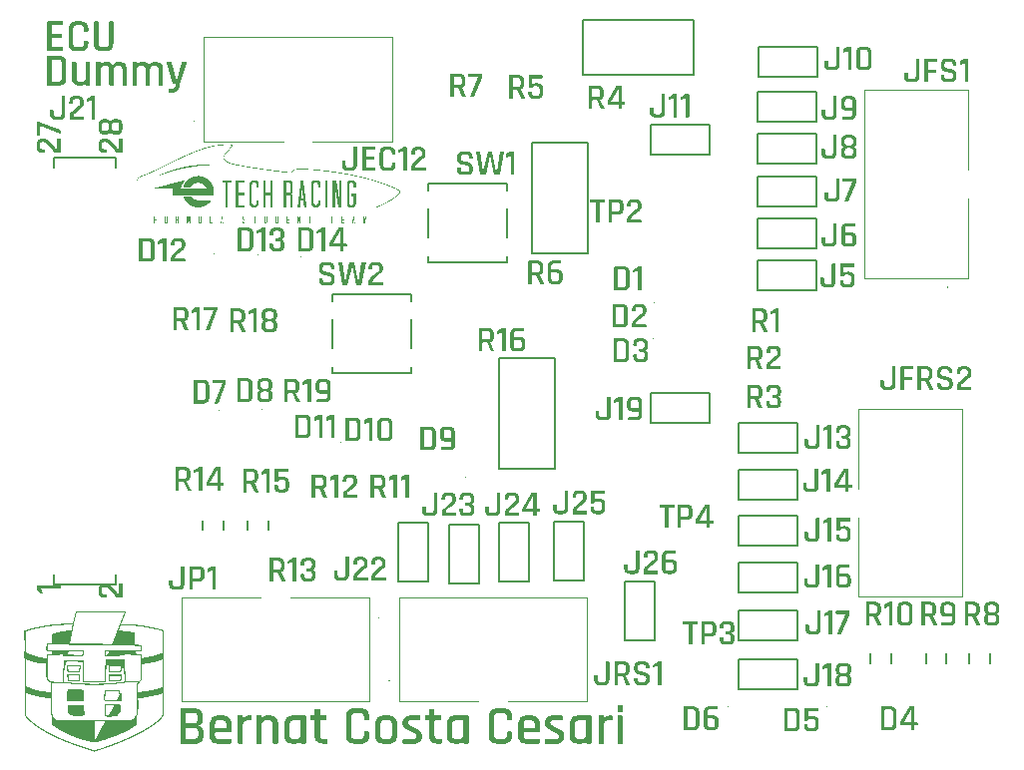
<source format=gto>
G04*
G04 #@! TF.GenerationSoftware,Altium Limited,Altium Designer,24.1.2 (44)*
G04*
G04 Layer_Color=65535*
%FSLAX44Y44*%
%MOMM*%
G71*
G04*
G04 #@! TF.SameCoordinates,E38D7037-6A90-4068-B891-1ACC2802136D*
G04*
G04*
G04 #@! TF.FilePolarity,Positive*
G04*
G01*
G75*
%ADD10C,0.1000*%
%ADD11C,0.2000*%
G36*
X175390Y509422D02*
X177908D01*
Y509355D01*
X178504D01*
Y509289D01*
X179100D01*
Y509223D01*
X178504D01*
Y509157D01*
X177179D01*
Y509090D01*
X175854D01*
Y509024D01*
X174529D01*
Y508958D01*
X173337D01*
Y508892D01*
X172276D01*
Y508825D01*
X171283D01*
Y508759D01*
X170355D01*
Y508693D01*
X169560D01*
Y508627D01*
X168765D01*
Y508560D01*
X168036D01*
Y508494D01*
X167308D01*
Y508428D01*
X166645D01*
Y508362D01*
X165983D01*
Y508295D01*
X165386D01*
Y508229D01*
X164790D01*
Y508163D01*
X164260D01*
Y508097D01*
X163664D01*
Y508030D01*
X163134D01*
Y507964D01*
X162604D01*
Y507898D01*
X162074D01*
Y507832D01*
X161610D01*
Y507765D01*
X161146D01*
Y507699D01*
X160616D01*
Y507633D01*
X160219D01*
Y507566D01*
X159755D01*
Y507500D01*
X159291D01*
Y507434D01*
X158894D01*
Y507368D01*
X158430D01*
Y507302D01*
X158032D01*
Y507235D01*
X157635D01*
Y507169D01*
X157238D01*
Y507103D01*
X156840D01*
Y507037D01*
X156442D01*
Y506970D01*
X156045D01*
Y506904D01*
X155647D01*
Y506838D01*
X155316D01*
Y506772D01*
X154919D01*
Y506705D01*
X154587D01*
Y506639D01*
X154256D01*
Y506573D01*
X153859D01*
Y506507D01*
X153527D01*
Y506440D01*
X153196D01*
Y506374D01*
X152865D01*
Y506308D01*
X152534D01*
Y506241D01*
X152202D01*
Y506175D01*
X151871D01*
Y506109D01*
X151606D01*
Y506043D01*
X151275D01*
Y505976D01*
X150944D01*
Y505910D01*
X150612D01*
Y505844D01*
X150347D01*
Y505778D01*
X150016D01*
Y505712D01*
X149751D01*
Y505645D01*
X149420D01*
Y505579D01*
X149155D01*
Y505513D01*
X148890D01*
Y505447D01*
X148559D01*
Y505380D01*
X148294D01*
Y505314D01*
X148028D01*
Y505248D01*
X147764D01*
Y505182D01*
X147499D01*
Y505115D01*
X147167D01*
Y505049D01*
X146902D01*
Y504983D01*
X146637D01*
Y504916D01*
X146372D01*
Y504850D01*
X146107D01*
Y504784D01*
X145908D01*
Y504718D01*
X145644D01*
Y504651D01*
X145379D01*
Y504585D01*
X145113D01*
Y504519D01*
X144848D01*
Y504453D01*
X144584D01*
Y504386D01*
X144385D01*
Y504320D01*
X144120D01*
Y504254D01*
X143855D01*
Y504188D01*
X143656D01*
Y504122D01*
X143391D01*
Y504055D01*
X143126D01*
Y503989D01*
X142927D01*
Y503923D01*
X142662D01*
Y503857D01*
X142463D01*
Y503790D01*
X142198D01*
Y503724D01*
X142000D01*
Y503658D01*
X141735D01*
Y503591D01*
X141536D01*
Y503525D01*
X141337D01*
Y503459D01*
X141072D01*
Y503393D01*
X140873D01*
Y503326D01*
X140675D01*
Y503260D01*
X140410D01*
Y503194D01*
X140211D01*
Y503128D01*
X140012D01*
Y503061D01*
X139813D01*
Y502995D01*
X139548D01*
Y502929D01*
X139350D01*
Y502863D01*
X139151D01*
Y502797D01*
X138952D01*
Y502730D01*
X138753D01*
Y502664D01*
X138555D01*
Y502598D01*
X138356D01*
Y502532D01*
X138157D01*
Y502465D01*
X137958D01*
Y502399D01*
X137760D01*
Y502333D01*
X137561D01*
Y502267D01*
X137362D01*
Y502200D01*
X137163D01*
Y502134D01*
X136965D01*
Y502068D01*
X136766D01*
Y502001D01*
X136567D01*
Y501935D01*
X136368D01*
Y501869D01*
X136170D01*
Y501803D01*
X135971D01*
Y501736D01*
X135838D01*
Y501670D01*
X135640D01*
Y501604D01*
X135441D01*
Y501538D01*
X135242D01*
Y501471D01*
X135043D01*
Y501405D01*
X134911D01*
Y501339D01*
X134712D01*
Y501273D01*
X134513D01*
Y501206D01*
X134315D01*
Y501140D01*
X134182D01*
Y501074D01*
X133983D01*
Y501008D01*
X133785D01*
Y500941D01*
X133652D01*
Y500875D01*
X133453D01*
Y500809D01*
X133254D01*
Y500743D01*
X133122D01*
Y500676D01*
X132923D01*
Y500610D01*
X132791D01*
Y500544D01*
X132592D01*
Y500478D01*
X132393D01*
Y500411D01*
X132261D01*
Y500345D01*
X132062D01*
Y500279D01*
X131930D01*
Y500213D01*
X131731D01*
Y500146D01*
X131598D01*
Y500080D01*
X131399D01*
Y500014D01*
X131267D01*
Y499948D01*
X131068D01*
Y499881D01*
X130936D01*
Y499815D01*
X130737D01*
Y499749D01*
X130538D01*
Y499683D01*
X130406D01*
Y499616D01*
X130273D01*
Y499683D01*
X130207D01*
Y499749D01*
X130141D01*
Y499815D01*
X130207D01*
Y499881D01*
X130339D01*
Y499948D01*
X130472D01*
Y500014D01*
X130604D01*
Y500080D01*
X130737D01*
Y500146D01*
X130870D01*
Y500213D01*
X131002D01*
Y500279D01*
X131135D01*
Y500345D01*
X131267D01*
Y500411D01*
X131399D01*
Y500478D01*
X131532D01*
Y500544D01*
X131664D01*
Y500610D01*
X131797D01*
Y500676D01*
X131930D01*
Y500743D01*
X132062D01*
Y500809D01*
X132194D01*
Y500875D01*
X132327D01*
Y500941D01*
X132459D01*
Y501008D01*
X132592D01*
Y501074D01*
X132725D01*
Y501140D01*
X132857D01*
Y501206D01*
X132990D01*
Y501273D01*
X133188D01*
Y501339D01*
X133321D01*
Y501405D01*
X133453D01*
Y501471D01*
X133586D01*
Y501538D01*
X133785D01*
Y501604D01*
X133917D01*
Y501670D01*
X134050D01*
Y501736D01*
X134182D01*
Y501803D01*
X134381D01*
Y501869D01*
X134513D01*
Y501935D01*
X134646D01*
Y502001D01*
X134845D01*
Y502068D01*
X134977D01*
Y502134D01*
X135110D01*
Y502200D01*
X135308D01*
Y502267D01*
X135441D01*
Y502333D01*
X135640D01*
Y502399D01*
X135772D01*
Y502465D01*
X135971D01*
Y502532D01*
X136103D01*
Y502598D01*
X136302D01*
Y502664D01*
X136435D01*
Y502730D01*
X136633D01*
Y502797D01*
X136766D01*
Y502863D01*
X136965D01*
Y502929D01*
X137097D01*
Y502995D01*
X137296D01*
Y503061D01*
X137495D01*
Y503128D01*
X137627D01*
Y503194D01*
X137826D01*
Y503260D01*
X137958D01*
Y503326D01*
X138157D01*
Y503393D01*
X138356D01*
Y503459D01*
X138555D01*
Y503525D01*
X138687D01*
Y503591D01*
X138886D01*
Y503658D01*
X139085D01*
Y503724D01*
X139283D01*
Y503790D01*
X139416D01*
Y503857D01*
X139615D01*
Y503923D01*
X139813D01*
Y503989D01*
X140012D01*
Y504055D01*
X140211D01*
Y504122D01*
X140410D01*
Y504188D01*
X140608D01*
Y504254D01*
X140807D01*
Y504320D01*
X141006D01*
Y504386D01*
X141205D01*
Y504453D01*
X141403D01*
Y504519D01*
X141602D01*
Y504585D01*
X141801D01*
Y504651D01*
X142000D01*
Y504718D01*
X142198D01*
Y504784D01*
X142397D01*
Y504850D01*
X142596D01*
Y504916D01*
X142795D01*
Y504983D01*
X143060D01*
Y505049D01*
X143258D01*
Y505115D01*
X143457D01*
Y505182D01*
X143656D01*
Y505248D01*
X143921D01*
Y505314D01*
X144120D01*
Y505380D01*
X144319D01*
Y505447D01*
X144584D01*
Y505513D01*
X144782D01*
Y505579D01*
X145047D01*
Y505645D01*
X145246D01*
Y505712D01*
X145511D01*
Y505778D01*
X145710D01*
Y505844D01*
X145975D01*
Y505910D01*
X146240D01*
Y505976D01*
X146439D01*
Y506043D01*
X146704D01*
Y506109D01*
X146968D01*
Y506175D01*
X147167D01*
Y506241D01*
X147432D01*
Y506308D01*
X147697D01*
Y506374D01*
X147962D01*
Y506440D01*
X148227D01*
Y506507D01*
X148492D01*
Y506573D01*
X148757D01*
Y506639D01*
X149022D01*
Y506705D01*
X149354D01*
Y506772D01*
X149619D01*
Y506838D01*
X149884D01*
Y506904D01*
X150149D01*
Y506970D01*
X150480D01*
Y507037D01*
X150745D01*
Y507103D01*
X151076D01*
Y507169D01*
X151407D01*
Y507235D01*
X151672D01*
Y507302D01*
X152004D01*
Y507368D01*
X152335D01*
Y507434D01*
X152666D01*
Y507500D01*
X152997D01*
Y507566D01*
X153329D01*
Y507633D01*
X153660D01*
Y507699D01*
X154057D01*
Y507765D01*
X154389D01*
Y507832D01*
X154786D01*
Y507898D01*
X155117D01*
Y507964D01*
X155515D01*
Y508030D01*
X155912D01*
Y508097D01*
X156310D01*
Y508163D01*
X156707D01*
Y508229D01*
X157171D01*
Y508295D01*
X157569D01*
Y508362D01*
X158032D01*
Y508428D01*
X158496D01*
Y508494D01*
X158960D01*
Y508560D01*
X159490D01*
Y508627D01*
X160020D01*
Y508693D01*
X160550D01*
Y508759D01*
X161146D01*
Y508825D01*
X161742D01*
Y508892D01*
X162339D01*
Y508958D01*
X163001D01*
Y509024D01*
X163730D01*
Y509090D01*
X164525D01*
Y509157D01*
X165320D01*
Y509223D01*
X166314D01*
Y509289D01*
X167374D01*
Y509355D01*
X168699D01*
Y509422D01*
X170554D01*
Y509488D01*
X175390D01*
Y509422D01*
D02*
G37*
G36*
X295305Y495840D02*
X295570D01*
Y495774D01*
X295769D01*
Y495708D01*
X295901D01*
Y495641D01*
X296033D01*
Y495575D01*
X296166D01*
Y495509D01*
X296299D01*
Y495443D01*
X296365D01*
Y495376D01*
X296497D01*
Y495310D01*
X296563D01*
Y495244D01*
X296630D01*
Y495178D01*
X296696D01*
Y495111D01*
X296762D01*
Y495045D01*
X296828D01*
Y494979D01*
X296895D01*
Y494913D01*
X296961D01*
Y494846D01*
X297027D01*
Y494714D01*
X297094D01*
Y494648D01*
X297160D01*
Y494581D01*
X297226D01*
Y494449D01*
X297292D01*
Y494316D01*
X297358D01*
Y494184D01*
X297425D01*
Y493985D01*
X297491D01*
Y493720D01*
X297557D01*
Y493323D01*
X297624D01*
Y490209D01*
X297557D01*
Y490143D01*
X295702D01*
Y492262D01*
X295636D01*
Y492594D01*
X295570D01*
Y492793D01*
X295504D01*
Y492925D01*
X295437D01*
Y493058D01*
X295371D01*
Y493190D01*
X295305D01*
Y493256D01*
X295238D01*
Y493323D01*
X295172D01*
Y493455D01*
X295106D01*
Y493521D01*
X294974D01*
Y493588D01*
X294907D01*
Y493654D01*
X294841D01*
Y493720D01*
X294708D01*
Y493786D01*
X294576D01*
Y493853D01*
X294443D01*
Y493919D01*
X294179D01*
Y493985D01*
X293384D01*
Y493919D01*
X293185D01*
Y493853D01*
X292986D01*
Y493786D01*
X292854D01*
Y493720D01*
X292787D01*
Y493654D01*
X292655D01*
Y493588D01*
X292589D01*
Y493521D01*
X292456D01*
Y493455D01*
X292390D01*
Y493323D01*
X292323D01*
Y493256D01*
X292257D01*
Y493190D01*
X292191D01*
Y493058D01*
X292125D01*
Y492925D01*
X292058D01*
Y492793D01*
X291992D01*
Y492660D01*
X291926D01*
Y492329D01*
X291860D01*
Y476561D01*
X291926D01*
Y476230D01*
X291992D01*
Y476097D01*
X292058D01*
Y475965D01*
X292125D01*
Y475832D01*
X292191D01*
Y475700D01*
X292257D01*
Y475634D01*
X292323D01*
Y475567D01*
X292390D01*
Y475435D01*
X292456D01*
Y475368D01*
X292589D01*
Y475302D01*
X292655D01*
Y475236D01*
X292787D01*
Y475170D01*
X292854D01*
Y475103D01*
X292986D01*
Y475037D01*
X293185D01*
Y474971D01*
X293384D01*
Y474905D01*
X294179D01*
Y474971D01*
X294443D01*
Y475037D01*
X294576D01*
Y475103D01*
X294708D01*
Y475170D01*
X294841D01*
Y475236D01*
X294907D01*
Y475302D01*
X294974D01*
Y475368D01*
X295106D01*
Y475435D01*
X295172D01*
Y475567D01*
X295238D01*
Y475634D01*
X295305D01*
Y475700D01*
X295371D01*
Y475832D01*
X295437D01*
Y475965D01*
X295504D01*
Y476097D01*
X295570D01*
Y476296D01*
X295636D01*
Y476627D01*
X295702D01*
Y482524D01*
X293781D01*
Y484445D01*
X297624D01*
Y475501D01*
X297557D01*
Y475103D01*
X297491D01*
Y474905D01*
X297425D01*
Y474706D01*
X297358D01*
Y474574D01*
X297292D01*
Y474441D01*
X297226D01*
Y474309D01*
X297160D01*
Y474242D01*
X297094D01*
Y474176D01*
X297027D01*
Y474044D01*
X296961D01*
Y473977D01*
X296895D01*
Y473911D01*
X296828D01*
Y473845D01*
X296762D01*
Y473778D01*
X296696D01*
Y473712D01*
X296630D01*
Y473646D01*
X296563D01*
Y473580D01*
X296497D01*
Y473513D01*
X296365D01*
Y473447D01*
X296299D01*
Y473381D01*
X296166D01*
Y473315D01*
X296033D01*
Y473248D01*
X295901D01*
Y473182D01*
X295769D01*
Y473116D01*
X295570D01*
Y473050D01*
X295305D01*
Y472984D01*
X292323D01*
Y473050D01*
X291992D01*
Y473116D01*
X291793D01*
Y473182D01*
X291661D01*
Y473248D01*
X291528D01*
Y473315D01*
X291396D01*
Y473381D01*
X291330D01*
Y473447D01*
X291197D01*
Y473513D01*
X291131D01*
Y473580D01*
X291065D01*
Y473646D01*
X290932D01*
Y473712D01*
X290866D01*
Y473778D01*
X290800D01*
Y473845D01*
X290733D01*
Y473911D01*
X290667D01*
Y474044D01*
X290601D01*
Y474110D01*
X290535D01*
Y474176D01*
X290468D01*
Y474242D01*
X290402D01*
Y474375D01*
X290336D01*
Y474507D01*
X290270D01*
Y474574D01*
X290203D01*
Y474772D01*
X290137D01*
Y474905D01*
X290071D01*
Y475103D01*
X290005D01*
Y475501D01*
X289938D01*
Y493389D01*
X290005D01*
Y493720D01*
X290071D01*
Y493985D01*
X290137D01*
Y494118D01*
X290203D01*
Y494316D01*
X290270D01*
Y494383D01*
X290336D01*
Y494515D01*
X290402D01*
Y494648D01*
X290468D01*
Y494714D01*
X290535D01*
Y494780D01*
X290601D01*
Y494846D01*
X290667D01*
Y494979D01*
X290733D01*
Y495045D01*
X290800D01*
Y495111D01*
X290866D01*
Y495178D01*
X290932D01*
Y495244D01*
X291065D01*
Y495310D01*
X291131D01*
Y495376D01*
X291197D01*
Y495443D01*
X291330D01*
Y495509D01*
X291396D01*
Y495575D01*
X291528D01*
Y495641D01*
X291661D01*
Y495708D01*
X291793D01*
Y495774D01*
X291992D01*
Y495840D01*
X292323D01*
Y495906D01*
X295305D01*
Y495840D01*
D02*
G37*
G36*
X265161D02*
X265425D01*
Y495774D01*
X265624D01*
Y495708D01*
X265757D01*
Y495641D01*
X265889D01*
Y495575D01*
X266022D01*
Y495509D01*
X266154D01*
Y495443D01*
X266220D01*
Y495376D01*
X266353D01*
Y495310D01*
X266419D01*
Y495244D01*
X266486D01*
Y495178D01*
X266552D01*
Y495111D01*
X266618D01*
Y495045D01*
X266684D01*
Y494979D01*
X266751D01*
Y494913D01*
X266817D01*
Y494846D01*
X266883D01*
Y494714D01*
X266949D01*
Y494648D01*
X267015D01*
Y494581D01*
X267082D01*
Y494449D01*
X267148D01*
Y494316D01*
X267214D01*
Y494184D01*
X267281D01*
Y493985D01*
X267347D01*
Y493720D01*
X267413D01*
Y493323D01*
X267479D01*
Y490209D01*
X267413D01*
Y490143D01*
X265558D01*
Y492262D01*
X265492D01*
Y492594D01*
X265425D01*
Y492793D01*
X265359D01*
Y492925D01*
X265293D01*
Y493058D01*
X265227D01*
Y493190D01*
X265161D01*
Y493256D01*
X265094D01*
Y493323D01*
X265028D01*
Y493455D01*
X264962D01*
Y493521D01*
X264829D01*
Y493588D01*
X264763D01*
Y493654D01*
X264697D01*
Y493720D01*
X264564D01*
Y493786D01*
X264432D01*
Y493853D01*
X264299D01*
Y493919D01*
X264034D01*
Y493985D01*
X263239D01*
Y493919D01*
X263041D01*
Y493853D01*
X262842D01*
Y493786D01*
X262709D01*
Y493720D01*
X262643D01*
Y493654D01*
X262510D01*
Y493588D01*
X262444D01*
Y493521D01*
X262312D01*
Y493455D01*
X262245D01*
Y493323D01*
X262179D01*
Y493256D01*
X262113D01*
Y493190D01*
X262047D01*
Y493058D01*
X261980D01*
Y492925D01*
X261914D01*
Y492793D01*
X261848D01*
Y492660D01*
X261782D01*
Y492329D01*
X261716D01*
Y476561D01*
X261782D01*
Y476230D01*
X261848D01*
Y476097D01*
X261914D01*
Y475965D01*
X261980D01*
Y475832D01*
X262047D01*
Y475700D01*
X262113D01*
Y475634D01*
X262179D01*
Y475567D01*
X262245D01*
Y475435D01*
X262312D01*
Y475368D01*
X262444D01*
Y475302D01*
X262510D01*
Y475236D01*
X262643D01*
Y475170D01*
X262709D01*
Y475103D01*
X262842D01*
Y475037D01*
X263041D01*
Y474971D01*
X263239D01*
Y474905D01*
X264034D01*
Y474971D01*
X264299D01*
Y475037D01*
X264432D01*
Y475103D01*
X264564D01*
Y475170D01*
X264697D01*
Y475236D01*
X264763D01*
Y475302D01*
X264829D01*
Y475368D01*
X264962D01*
Y475435D01*
X265028D01*
Y475567D01*
X265094D01*
Y475634D01*
X265161D01*
Y475700D01*
X265227D01*
Y475832D01*
X265293D01*
Y475965D01*
X265359D01*
Y476097D01*
X265425D01*
Y476296D01*
X265492D01*
Y476627D01*
X265558D01*
Y478747D01*
X267413D01*
Y478681D01*
X267479D01*
Y475501D01*
X267413D01*
Y475103D01*
X267347D01*
Y474905D01*
X267281D01*
Y474706D01*
X267214D01*
Y474574D01*
X267148D01*
Y474441D01*
X267082D01*
Y474309D01*
X267015D01*
Y474242D01*
X266949D01*
Y474176D01*
X266883D01*
Y474044D01*
X266817D01*
Y473977D01*
X266751D01*
Y473911D01*
X266684D01*
Y473845D01*
X266618D01*
Y473778D01*
X266552D01*
Y473712D01*
X266486D01*
Y473646D01*
X266419D01*
Y473580D01*
X266353D01*
Y473513D01*
X266220D01*
Y473447D01*
X266154D01*
Y473381D01*
X266022D01*
Y473315D01*
X265889D01*
Y473248D01*
X265757D01*
Y473182D01*
X265624D01*
Y473116D01*
X265425D01*
Y473050D01*
X265161D01*
Y472984D01*
X262179D01*
Y473050D01*
X261848D01*
Y473116D01*
X261649D01*
Y473182D01*
X261517D01*
Y473248D01*
X261384D01*
Y473315D01*
X261252D01*
Y473381D01*
X261185D01*
Y473447D01*
X261053D01*
Y473513D01*
X260987D01*
Y473580D01*
X260920D01*
Y473646D01*
X260788D01*
Y473712D01*
X260722D01*
Y473778D01*
X260655D01*
Y473845D01*
X260589D01*
Y473911D01*
X260523D01*
Y474044D01*
X260457D01*
Y474110D01*
X260390D01*
Y474176D01*
X260324D01*
Y474242D01*
X260258D01*
Y474375D01*
X260192D01*
Y474507D01*
X260125D01*
Y474574D01*
X260059D01*
Y474772D01*
X259993D01*
Y474905D01*
X259927D01*
Y475103D01*
X259860D01*
Y475501D01*
X259794D01*
Y487691D01*
Y487757D01*
Y493389D01*
X259860D01*
Y493720D01*
X259927D01*
Y493985D01*
X259993D01*
Y494118D01*
X260059D01*
Y494316D01*
X260125D01*
Y494383D01*
X260192D01*
Y494515D01*
X260258D01*
Y494648D01*
X260324D01*
Y494714D01*
X260390D01*
Y494780D01*
X260457D01*
Y494846D01*
X260523D01*
Y494979D01*
X260589D01*
Y495045D01*
X260655D01*
Y495111D01*
X260722D01*
Y495178D01*
X260788D01*
Y495244D01*
X260920D01*
Y495310D01*
X260987D01*
Y495376D01*
X261053D01*
Y495443D01*
X261185D01*
Y495509D01*
X261252D01*
Y495575D01*
X261384D01*
Y495641D01*
X261517D01*
Y495708D01*
X261649D01*
Y495774D01*
X261848D01*
Y495840D01*
X262179D01*
Y495906D01*
X265161D01*
Y495840D01*
D02*
G37*
G36*
X212756D02*
X213021D01*
Y495774D01*
X213220D01*
Y495708D01*
X213352D01*
Y495641D01*
X213485D01*
Y495575D01*
X213617D01*
Y495509D01*
X213750D01*
Y495443D01*
X213816D01*
Y495376D01*
X213948D01*
Y495310D01*
X214015D01*
Y495244D01*
X214081D01*
Y495178D01*
X214147D01*
Y495111D01*
X214213D01*
Y495045D01*
X214280D01*
Y494979D01*
X214346D01*
Y494913D01*
X214412D01*
Y494846D01*
X214478D01*
Y494714D01*
X214545D01*
Y494648D01*
X214611D01*
Y494581D01*
X214677D01*
Y494449D01*
X214743D01*
Y494316D01*
X214810D01*
Y494184D01*
X214876D01*
Y493985D01*
X214942D01*
Y493720D01*
X215008D01*
Y493323D01*
X215075D01*
Y490209D01*
X215008D01*
Y490143D01*
X213153D01*
Y492262D01*
X213087D01*
Y492594D01*
X213021D01*
Y492793D01*
X212955D01*
Y492925D01*
X212888D01*
Y493058D01*
X212822D01*
Y493190D01*
X212756D01*
Y493256D01*
X212690D01*
Y493323D01*
X212623D01*
Y493455D01*
X212557D01*
Y493521D01*
X212425D01*
Y493588D01*
X212358D01*
Y493654D01*
X212292D01*
Y493720D01*
X212160D01*
Y493786D01*
X212027D01*
Y493853D01*
X211895D01*
Y493919D01*
X211630D01*
Y493985D01*
X210835D01*
Y493919D01*
X210636D01*
Y493853D01*
X210437D01*
Y493786D01*
X210305D01*
Y493720D01*
X210238D01*
Y493654D01*
X210106D01*
Y493588D01*
X210040D01*
Y493521D01*
X209907D01*
Y493455D01*
X209841D01*
Y493323D01*
X209775D01*
Y493256D01*
X209708D01*
Y493190D01*
X209642D01*
Y493058D01*
X209576D01*
Y492925D01*
X209510D01*
Y492793D01*
X209443D01*
Y492660D01*
X209377D01*
Y492329D01*
X209311D01*
Y476561D01*
X209377D01*
Y476230D01*
X209443D01*
Y476097D01*
X209510D01*
Y475965D01*
X209576D01*
Y475832D01*
X209642D01*
Y475700D01*
X209708D01*
Y475634D01*
X209775D01*
Y475567D01*
X209841D01*
Y475435D01*
X209907D01*
Y475368D01*
X210040D01*
Y475302D01*
X210106D01*
Y475236D01*
X210238D01*
Y475170D01*
X210305D01*
Y475103D01*
X210437D01*
Y475037D01*
X210636D01*
Y474971D01*
X210835D01*
Y474905D01*
X211630D01*
Y474971D01*
X211895D01*
Y475037D01*
X212027D01*
Y475103D01*
X212160D01*
Y475170D01*
X212292D01*
Y475236D01*
X212358D01*
Y475302D01*
X212425D01*
Y475368D01*
X212557D01*
Y475435D01*
X212623D01*
Y475567D01*
X212690D01*
Y475634D01*
X212756D01*
Y475700D01*
X212822D01*
Y475832D01*
X212888D01*
Y475965D01*
X212955D01*
Y476097D01*
X213021D01*
Y476296D01*
X213087D01*
Y476627D01*
X213153D01*
Y478747D01*
X215008D01*
Y478681D01*
X215075D01*
Y475501D01*
X215008D01*
Y475103D01*
X214942D01*
Y474905D01*
X214876D01*
Y474706D01*
X214810D01*
Y474574D01*
X214743D01*
Y474441D01*
X214677D01*
Y474309D01*
X214611D01*
Y474242D01*
X214545D01*
Y474176D01*
X214478D01*
Y474044D01*
X214412D01*
Y473977D01*
X214346D01*
Y473911D01*
X214280D01*
Y473845D01*
X214213D01*
Y473778D01*
X214147D01*
Y473712D01*
X214081D01*
Y473646D01*
X214015D01*
Y473580D01*
X213948D01*
Y473513D01*
X213816D01*
Y473447D01*
X213750D01*
Y473381D01*
X213617D01*
Y473315D01*
X213485D01*
Y473248D01*
X213352D01*
Y473182D01*
X213220D01*
Y473116D01*
X213021D01*
Y473050D01*
X212756D01*
Y472984D01*
X209775D01*
Y473050D01*
X209443D01*
Y473116D01*
X209245D01*
Y473182D01*
X209112D01*
Y473248D01*
X208980D01*
Y473315D01*
X208847D01*
Y473381D01*
X208781D01*
Y473447D01*
X208648D01*
Y473513D01*
X208582D01*
Y473580D01*
X208516D01*
Y473646D01*
X208383D01*
Y473712D01*
X208317D01*
Y473778D01*
X208251D01*
Y473845D01*
X208185D01*
Y473911D01*
X208118D01*
Y474044D01*
X208052D01*
Y474110D01*
X207986D01*
Y474176D01*
X207920D01*
Y474242D01*
X207853D01*
Y474375D01*
X207787D01*
Y474507D01*
X207721D01*
Y474574D01*
X207655D01*
Y474772D01*
X207588D01*
Y474905D01*
X207522D01*
Y475103D01*
X207456D01*
Y475501D01*
X207390D01*
Y493389D01*
X207456D01*
Y493720D01*
X207522D01*
Y493985D01*
X207588D01*
Y494118D01*
X207655D01*
Y494316D01*
X207721D01*
Y494383D01*
X207787D01*
Y494515D01*
X207853D01*
Y494648D01*
X207920D01*
Y494714D01*
X207986D01*
Y494780D01*
X208052D01*
Y494846D01*
X208118D01*
Y494979D01*
X208185D01*
Y495045D01*
X208251D01*
Y495111D01*
X208317D01*
Y495178D01*
X208383D01*
Y495244D01*
X208516D01*
Y495310D01*
X208582D01*
Y495376D01*
X208648D01*
Y495443D01*
X208781D01*
Y495509D01*
X208847D01*
Y495575D01*
X208980D01*
Y495641D01*
X209112D01*
Y495708D01*
X209245D01*
Y495774D01*
X209443D01*
Y495840D01*
X209775D01*
Y495906D01*
X212756D01*
Y495840D01*
D02*
G37*
G36*
X164856Y499616D02*
X165519D01*
Y499550D01*
X165983D01*
Y499484D01*
X166380D01*
Y499418D01*
X166711D01*
Y499351D01*
X166976D01*
Y499285D01*
X167241D01*
Y499219D01*
X167440D01*
Y499153D01*
X167705D01*
Y499086D01*
X167904D01*
Y499020D01*
X168103D01*
Y498954D01*
X168301D01*
Y498888D01*
X168434D01*
Y498821D01*
X168633D01*
Y498755D01*
X168765D01*
Y498689D01*
X168964D01*
Y498623D01*
X169096D01*
Y498556D01*
X169229D01*
Y498490D01*
X169361D01*
Y498424D01*
X169494D01*
Y498358D01*
X169626D01*
Y498291D01*
X169759D01*
Y498225D01*
X169891D01*
Y498159D01*
X170024D01*
Y498093D01*
X170156D01*
Y498026D01*
X170289D01*
Y497960D01*
X170355D01*
Y497894D01*
X170488D01*
Y497828D01*
X170620D01*
Y497761D01*
X170686D01*
Y497695D01*
X170819D01*
Y497629D01*
X170951D01*
Y497563D01*
X171018D01*
Y497496D01*
X171150D01*
Y497430D01*
X171216D01*
Y497364D01*
X171349D01*
Y497298D01*
X171415D01*
Y497231D01*
X171481D01*
Y497165D01*
X171614D01*
Y497099D01*
X171680D01*
Y497033D01*
X171813D01*
Y496966D01*
X171879D01*
Y496900D01*
X171945D01*
Y496834D01*
X172078D01*
Y496768D01*
X172144D01*
Y496701D01*
X172210D01*
Y496635D01*
X172276D01*
Y496569D01*
X172409D01*
Y496503D01*
X172475D01*
Y496436D01*
X172542D01*
Y496370D01*
X172608D01*
Y496304D01*
X172674D01*
Y496238D01*
X172740D01*
Y496171D01*
X172806D01*
Y496105D01*
X172939D01*
Y496039D01*
X173005D01*
Y495973D01*
X173071D01*
Y495906D01*
X173138D01*
Y495840D01*
X173204D01*
Y495774D01*
X173270D01*
Y495708D01*
X173337D01*
Y495641D01*
X173403D01*
Y495575D01*
X173469D01*
Y495509D01*
X173535D01*
Y495443D01*
X173601D01*
Y495310D01*
X173668D01*
Y495244D01*
X173734D01*
Y495178D01*
X173800D01*
Y495111D01*
X173867D01*
Y495045D01*
X173933D01*
Y494979D01*
X173999D01*
Y494913D01*
X174065D01*
Y494780D01*
X174132D01*
Y494714D01*
X174198D01*
Y494648D01*
X174264D01*
Y494581D01*
X174330D01*
Y494449D01*
X174396D01*
Y494383D01*
X174463D01*
Y494316D01*
X174529D01*
Y494184D01*
X174595D01*
Y494118D01*
X174662D01*
Y493985D01*
X174728D01*
Y493919D01*
X174794D01*
Y493786D01*
X174860D01*
Y493720D01*
X174926D01*
Y493588D01*
X174993D01*
Y493521D01*
X175059D01*
Y493389D01*
X175125D01*
Y493323D01*
X175191D01*
Y493190D01*
X175258D01*
Y493058D01*
X175324D01*
Y492991D01*
X175390D01*
Y492859D01*
X175457D01*
Y492726D01*
X175523D01*
Y492594D01*
X175589D01*
Y492461D01*
X175655D01*
Y492395D01*
X175721D01*
Y492262D01*
X175788D01*
Y492130D01*
X175854D01*
Y491997D01*
X175920D01*
Y491865D01*
X175986D01*
Y491732D01*
X176053D01*
Y491600D01*
X176119D01*
Y491401D01*
X176185D01*
Y491269D01*
X176252D01*
Y491136D01*
X176318D01*
Y490938D01*
X176384D01*
Y490739D01*
X176450D01*
Y490606D01*
X176516D01*
Y490407D01*
X176583D01*
Y490209D01*
X176649D01*
Y489944D01*
X176715D01*
Y489745D01*
X176782D01*
Y489480D01*
X176848D01*
Y489149D01*
X176914D01*
Y488884D01*
X176980D01*
Y488486D01*
X177047D01*
Y488022D01*
X177113D01*
Y487360D01*
X177179D01*
Y484909D01*
X177113D01*
Y484379D01*
X177047D01*
Y484047D01*
X176980D01*
Y483650D01*
X176914D01*
Y483451D01*
X176848D01*
Y483385D01*
X176384D01*
Y483319D01*
X142132D01*
Y483385D01*
X142000D01*
Y483451D01*
X141933D01*
Y483584D01*
X141867D01*
Y483849D01*
X141933D01*
Y484644D01*
X142000D01*
Y485240D01*
X142066D01*
Y485770D01*
X142132D01*
Y486234D01*
X142198D01*
Y486631D01*
X142265D01*
Y487029D01*
X142331D01*
Y487360D01*
X142397D01*
Y487691D01*
X142463D01*
Y487956D01*
X142530D01*
Y488221D01*
X142596D01*
Y488619D01*
X142662D01*
Y488751D01*
X124774D01*
Y488884D01*
X124907D01*
Y488950D01*
X125172D01*
Y489016D01*
X125437D01*
Y489082D01*
X125636D01*
Y489149D01*
X125901D01*
Y489215D01*
X126166D01*
Y489281D01*
X126431D01*
Y489347D01*
X126696D01*
Y489414D01*
X126961D01*
Y489480D01*
X127226D01*
Y489546D01*
X127491D01*
Y489613D01*
X127690D01*
Y489679D01*
X127955D01*
Y489745D01*
X128219D01*
Y489811D01*
X128484D01*
Y489878D01*
X128750D01*
Y489944D01*
X129015D01*
Y490010D01*
X129279D01*
Y490076D01*
X129478D01*
Y490143D01*
X129743D01*
Y490209D01*
X130008D01*
Y490275D01*
X130273D01*
Y490341D01*
X130538D01*
Y490407D01*
X130803D01*
Y490474D01*
X131068D01*
Y490540D01*
X131267D01*
Y490606D01*
X131532D01*
Y490672D01*
X131797D01*
Y490739D01*
X132062D01*
Y490805D01*
X132327D01*
Y490871D01*
X132592D01*
Y490938D01*
X132857D01*
Y491004D01*
X133122D01*
Y491070D01*
X133321D01*
Y491136D01*
X133586D01*
Y491203D01*
X133851D01*
Y491269D01*
X134116D01*
Y491335D01*
X134381D01*
Y491401D01*
X134646D01*
Y491468D01*
X134911D01*
Y491534D01*
X135110D01*
Y491600D01*
X135375D01*
Y491666D01*
X135640D01*
Y491732D01*
X135905D01*
Y491799D01*
X136170D01*
Y491865D01*
X136435D01*
Y491931D01*
X136700D01*
Y491997D01*
X136965D01*
Y492064D01*
X137163D01*
Y492130D01*
X137428D01*
Y492196D01*
X137693D01*
Y492262D01*
X137958D01*
Y492329D01*
X138223D01*
Y492395D01*
X138488D01*
Y492461D01*
X138753D01*
Y492528D01*
X138952D01*
Y492594D01*
X139217D01*
Y492660D01*
X139482D01*
Y492726D01*
X139747D01*
Y492793D01*
X140012D01*
Y492859D01*
X140277D01*
Y492925D01*
X140542D01*
Y492991D01*
X140807D01*
Y493058D01*
X141006D01*
Y493124D01*
X141271D01*
Y493190D01*
X141536D01*
Y493256D01*
X141801D01*
Y493323D01*
X142066D01*
Y493389D01*
X142331D01*
Y493455D01*
X142596D01*
Y493521D01*
X142795D01*
Y493588D01*
X143060D01*
Y493654D01*
X143325D01*
Y493720D01*
X143590D01*
Y493786D01*
X143855D01*
Y493853D01*
X144120D01*
Y493919D01*
X144385D01*
Y493985D01*
X144584D01*
Y494051D01*
X144848D01*
Y494118D01*
X145113D01*
Y494184D01*
X145379D01*
Y494250D01*
X145644D01*
Y494316D01*
X145908D01*
Y494383D01*
X146173D01*
Y494449D01*
X146439D01*
Y494515D01*
X146637D01*
Y494581D01*
X146902D01*
Y494648D01*
X147167D01*
Y494714D01*
X147432D01*
Y494780D01*
X147697D01*
Y494846D01*
X147962D01*
Y494913D01*
X148227D01*
Y494979D01*
X148426D01*
Y495045D01*
X148691D01*
Y495111D01*
X148956D01*
Y495178D01*
X149221D01*
Y495244D01*
X149486D01*
Y495310D01*
X149751D01*
Y495376D01*
X150016D01*
Y495443D01*
X150281D01*
Y495509D01*
X150480D01*
Y495575D01*
X150745D01*
Y495641D01*
X151010D01*
Y495708D01*
X151275D01*
Y495774D01*
X151540D01*
Y495840D01*
X151805D01*
Y495906D01*
X152070D01*
Y495973D01*
X152269D01*
Y496039D01*
X152467D01*
Y495906D01*
X152401D01*
Y495840D01*
X152335D01*
Y495708D01*
X152269D01*
Y495575D01*
X152202D01*
Y495509D01*
X152136D01*
Y495376D01*
X152070D01*
Y495244D01*
X152004D01*
Y495178D01*
X151937D01*
Y495045D01*
X151871D01*
Y494979D01*
X151805D01*
Y494846D01*
X151739D01*
Y494714D01*
X151672D01*
Y494648D01*
X151606D01*
Y494515D01*
X151540D01*
Y494383D01*
X151474D01*
Y494316D01*
X151407D01*
Y494184D01*
X151341D01*
Y494051D01*
X151275D01*
Y493985D01*
X151209D01*
Y493853D01*
X151142D01*
Y493720D01*
X151076D01*
Y493654D01*
X151010D01*
Y493521D01*
X150944D01*
Y493389D01*
X150877D01*
Y493323D01*
X150811D01*
Y493190D01*
X150745D01*
Y493058D01*
X150679D01*
Y492925D01*
X150612D01*
Y492859D01*
X150546D01*
Y492726D01*
X150480D01*
Y492594D01*
X150414D01*
Y492461D01*
X150347D01*
Y492329D01*
X150281D01*
Y492196D01*
X150215D01*
Y492064D01*
X150149D01*
Y491865D01*
X150082D01*
Y491732D01*
X150016D01*
Y491600D01*
X149950D01*
Y491401D01*
X149884D01*
Y491203D01*
X149817D01*
Y491004D01*
X149751D01*
Y490805D01*
X149685D01*
Y490606D01*
X149619D01*
Y490341D01*
X149552D01*
Y490143D01*
X149486D01*
Y489811D01*
X149420D01*
Y489546D01*
X149354D01*
Y489215D01*
X149287D01*
Y488950D01*
X170753D01*
Y489149D01*
X170686D01*
Y489281D01*
X170620D01*
Y489480D01*
X170554D01*
Y489613D01*
X170488D01*
Y489745D01*
X170421D01*
Y489878D01*
X170355D01*
Y490010D01*
X170289D01*
Y490143D01*
X170223D01*
Y490209D01*
X170156D01*
Y490341D01*
X170090D01*
Y490474D01*
X170024D01*
Y490540D01*
X169958D01*
Y490672D01*
X169891D01*
Y490739D01*
X169825D01*
Y490871D01*
X169759D01*
Y490938D01*
X169693D01*
Y491004D01*
X169626D01*
Y491136D01*
X169560D01*
Y491203D01*
X169494D01*
Y491269D01*
X169428D01*
Y491335D01*
X169361D01*
Y491401D01*
X169295D01*
Y491534D01*
X169229D01*
Y491600D01*
X169163D01*
Y491666D01*
X169096D01*
Y491732D01*
X169030D01*
Y491799D01*
X168964D01*
Y491865D01*
X168898D01*
Y491931D01*
X168831D01*
Y491997D01*
X168699D01*
Y492064D01*
X168633D01*
Y492130D01*
X168566D01*
Y492196D01*
X168500D01*
Y492262D01*
X168434D01*
Y492329D01*
X168301D01*
Y492395D01*
X168235D01*
Y492461D01*
X168169D01*
Y492528D01*
X168036D01*
Y492594D01*
X167970D01*
Y492660D01*
X167838D01*
Y492726D01*
X167705D01*
Y492793D01*
X167639D01*
Y492859D01*
X167506D01*
Y492925D01*
X167374D01*
Y492991D01*
X167241D01*
Y493058D01*
X167109D01*
Y493124D01*
X166976D01*
Y493190D01*
X166844D01*
Y493256D01*
X166645D01*
Y493323D01*
X166513D01*
Y493389D01*
X166314D01*
Y493455D01*
X166115D01*
Y493521D01*
X165850D01*
Y493588D01*
X165651D01*
Y493654D01*
X165320D01*
Y493720D01*
X164989D01*
Y493786D01*
X164459D01*
Y493853D01*
X163266D01*
Y493786D01*
X162736D01*
Y493720D01*
X162339D01*
Y493654D01*
X162074D01*
Y493588D01*
X161809D01*
Y493521D01*
X161610D01*
Y493455D01*
X161411D01*
Y493389D01*
X161213D01*
Y493323D01*
X161080D01*
Y493256D01*
X160947D01*
Y493190D01*
X160815D01*
Y493124D01*
X160616D01*
Y493058D01*
X160550D01*
Y492991D01*
X160417D01*
Y492925D01*
X160285D01*
Y492859D01*
X160152D01*
Y492793D01*
X160020D01*
Y492726D01*
X159954D01*
Y492660D01*
X159821D01*
Y492594D01*
X159755D01*
Y492528D01*
X159622D01*
Y492461D01*
X159556D01*
Y492395D01*
X159490D01*
Y492329D01*
X159358D01*
Y492262D01*
X159291D01*
Y492196D01*
X159225D01*
Y492130D01*
X159159D01*
Y492064D01*
X159026D01*
Y491997D01*
X158960D01*
Y491931D01*
X158894D01*
Y491865D01*
X158827D01*
Y491799D01*
X158761D01*
Y491732D01*
X158695D01*
Y491666D01*
X158629D01*
Y491600D01*
X158562D01*
Y491534D01*
X158496D01*
Y491468D01*
X158430D01*
Y491401D01*
X158364D01*
Y491335D01*
X158298D01*
Y491203D01*
X158231D01*
Y491136D01*
X158165D01*
Y491070D01*
X158099D01*
Y491004D01*
X158032D01*
Y490871D01*
X157966D01*
Y490805D01*
X157900D01*
Y490739D01*
X157834D01*
Y490606D01*
X157767D01*
Y490540D01*
X157701D01*
Y490407D01*
X157635D01*
Y490341D01*
X157569D01*
Y490209D01*
X157436D01*
Y490143D01*
X157304D01*
Y490076D01*
X151076D01*
Y490143D01*
X151010D01*
Y490209D01*
X151076D01*
Y490474D01*
X151142D01*
Y490672D01*
X151209D01*
Y490871D01*
X151275D01*
Y491004D01*
X151341D01*
Y491203D01*
X151407D01*
Y491401D01*
X151474D01*
Y491534D01*
X151540D01*
Y491666D01*
X151606D01*
Y491865D01*
X151672D01*
Y491997D01*
X151739D01*
Y492130D01*
X151805D01*
Y492262D01*
X151871D01*
Y492395D01*
X151937D01*
Y492528D01*
X152004D01*
Y492660D01*
X152070D01*
Y492726D01*
X152136D01*
Y492859D01*
X152202D01*
Y492991D01*
X152269D01*
Y493124D01*
X152335D01*
Y493190D01*
X152401D01*
Y493323D01*
X152467D01*
Y493389D01*
X152534D01*
Y493521D01*
X152600D01*
Y493588D01*
X152666D01*
Y493720D01*
X152732D01*
Y493786D01*
X152799D01*
Y493919D01*
X152865D01*
Y493985D01*
X152931D01*
Y494118D01*
X152997D01*
Y494184D01*
X153064D01*
Y494316D01*
X153130D01*
Y494383D01*
X153196D01*
Y494449D01*
X153262D01*
Y494581D01*
X153329D01*
Y494648D01*
X153395D01*
Y494714D01*
X153461D01*
Y494780D01*
X153527D01*
Y494913D01*
X153594D01*
Y494979D01*
X153660D01*
Y495045D01*
X153726D01*
Y495111D01*
X153792D01*
Y495178D01*
X153859D01*
Y495244D01*
X153925D01*
Y495376D01*
X153991D01*
Y495443D01*
X154057D01*
Y495509D01*
X154124D01*
Y495575D01*
X154190D01*
Y495641D01*
X154256D01*
Y495708D01*
X154322D01*
Y495774D01*
X154389D01*
Y495840D01*
X154455D01*
Y495906D01*
X154521D01*
Y495973D01*
X154587D01*
Y496039D01*
X154654D01*
Y496105D01*
X154720D01*
Y496171D01*
X154786D01*
Y496238D01*
X154852D01*
Y496304D01*
X154919D01*
Y496370D01*
X154985D01*
Y496436D01*
X155117D01*
Y496503D01*
X155184D01*
Y496569D01*
X155250D01*
Y496635D01*
X155316D01*
Y496701D01*
X155382D01*
Y496768D01*
X155515D01*
Y496834D01*
X155581D01*
Y496900D01*
X155647D01*
Y496966D01*
X155714D01*
Y497033D01*
X155846D01*
Y497099D01*
X155912D01*
Y497165D01*
X155979D01*
Y497231D01*
X156111D01*
Y497298D01*
X156177D01*
Y497364D01*
X156310D01*
Y497430D01*
X156376D01*
Y497496D01*
X156509D01*
Y497563D01*
X156575D01*
Y497629D01*
X156707D01*
Y497695D01*
X156774D01*
Y497761D01*
X156906D01*
Y497828D01*
X157039D01*
Y497894D01*
X157171D01*
Y497960D01*
X157238D01*
Y498026D01*
X157370D01*
Y498093D01*
X157502D01*
Y498159D01*
X157635D01*
Y498225D01*
X157767D01*
Y498291D01*
X157900D01*
Y498358D01*
X158032D01*
Y498424D01*
X158165D01*
Y498490D01*
X158364D01*
Y498556D01*
X158496D01*
Y498623D01*
X158695D01*
Y498689D01*
X158827D01*
Y498755D01*
X159026D01*
Y498821D01*
X159225D01*
Y498888D01*
X159358D01*
Y498954D01*
X159622D01*
Y499020D01*
X159821D01*
Y499086D01*
X160020D01*
Y499153D01*
X160285D01*
Y499219D01*
X160550D01*
Y499285D01*
X160815D01*
Y499351D01*
X161146D01*
Y499418D01*
X161478D01*
Y499484D01*
X161875D01*
Y499550D01*
X162339D01*
Y499616D01*
X163001D01*
Y499683D01*
X164856D01*
Y499616D01*
D02*
G37*
G36*
X226934Y472984D02*
X225012D01*
Y483451D01*
X221236D01*
Y472984D01*
X219315D01*
Y495906D01*
X221236D01*
Y491269D01*
Y491203D01*
Y485372D01*
X225012D01*
Y495906D01*
X226934D01*
Y472984D01*
D02*
G37*
G36*
X285632D02*
X282651D01*
Y473315D01*
X282585D01*
Y473712D01*
X282518D01*
Y474110D01*
X282452D01*
Y474507D01*
X282386D01*
Y474971D01*
X282320D01*
Y475368D01*
X282253D01*
Y475766D01*
X282187D01*
Y476163D01*
X282121D01*
Y476561D01*
X282055D01*
Y476959D01*
X281988D01*
Y477356D01*
X281922D01*
Y477754D01*
X281856D01*
Y478217D01*
X281789D01*
Y478615D01*
X281723D01*
Y479012D01*
X281657D01*
Y479410D01*
X281591D01*
Y479807D01*
X281525D01*
Y480205D01*
X281458D01*
Y480602D01*
X281392D01*
Y481066D01*
X281326D01*
Y481464D01*
X281259D01*
Y481861D01*
X281193D01*
Y482259D01*
X281127D01*
Y482656D01*
X281061D01*
Y483054D01*
X280994D01*
Y483451D01*
X280928D01*
Y483849D01*
X280862D01*
Y484312D01*
X280796D01*
Y484710D01*
X280730D01*
Y485107D01*
X280663D01*
Y485505D01*
X280597D01*
Y485902D01*
X280531D01*
Y486300D01*
X280464D01*
Y486698D01*
X280398D01*
Y487161D01*
X280332D01*
Y487559D01*
X280266D01*
Y487956D01*
X280200D01*
Y488354D01*
X280133D01*
Y488751D01*
X280067D01*
Y489149D01*
X280001D01*
Y489546D01*
X279935D01*
Y475501D01*
Y475435D01*
Y472984D01*
X278013D01*
Y495906D01*
X280994D01*
Y495509D01*
X281061D01*
Y495111D01*
X281127D01*
Y494714D01*
X281193D01*
Y494316D01*
X281259D01*
Y493919D01*
X281326D01*
Y493521D01*
X281392D01*
Y493124D01*
X281458D01*
Y492660D01*
X281525D01*
Y492262D01*
X281591D01*
Y491865D01*
X281657D01*
Y491468D01*
X281723D01*
Y491070D01*
X281789D01*
Y490672D01*
X281856D01*
Y490275D01*
X281922D01*
Y489878D01*
X281988D01*
Y489480D01*
X282055D01*
Y489016D01*
X282121D01*
Y488619D01*
X282187D01*
Y488221D01*
X282253D01*
Y487824D01*
X282320D01*
Y487426D01*
X282386D01*
Y487029D01*
X282452D01*
Y486631D01*
X282518D01*
Y486234D01*
X282585D01*
Y485836D01*
X282651D01*
Y485372D01*
X282717D01*
Y484975D01*
X282783D01*
Y484577D01*
X282850D01*
Y484180D01*
X282916D01*
Y483782D01*
X282982D01*
Y483385D01*
X283048D01*
Y482987D01*
X283114D01*
Y482590D01*
X283181D01*
Y482126D01*
X283247D01*
Y481729D01*
X283313D01*
Y481331D01*
X283379D01*
Y480934D01*
X283446D01*
Y480536D01*
X283512D01*
Y480139D01*
X283578D01*
Y479741D01*
X283645D01*
Y479344D01*
X283711D01*
Y495906D01*
X285632D01*
Y472984D01*
D02*
G37*
G36*
X273641D02*
X271719D01*
Y478615D01*
Y478681D01*
Y495906D01*
X273641D01*
Y472984D01*
D02*
G37*
G36*
X252970Y495509D02*
X253037D01*
Y494979D01*
X253103D01*
Y494449D01*
X253169D01*
Y493919D01*
X253235D01*
Y493389D01*
X253302D01*
Y492859D01*
X253368D01*
Y492329D01*
X253434D01*
Y491799D01*
X253500D01*
Y491269D01*
X253566D01*
Y490739D01*
X253633D01*
Y490209D01*
X253699D01*
Y489679D01*
X253765D01*
Y489149D01*
X253832D01*
Y488619D01*
X253898D01*
Y488089D01*
X253964D01*
Y487559D01*
X254030D01*
Y487029D01*
X254097D01*
Y486432D01*
X254163D01*
Y485902D01*
X254229D01*
Y485372D01*
X254295D01*
Y484842D01*
X254362D01*
Y484312D01*
X254428D01*
Y483782D01*
X254494D01*
Y483252D01*
X254560D01*
Y482722D01*
X254627D01*
Y482192D01*
X254693D01*
Y481662D01*
X254759D01*
Y481132D01*
X254825D01*
Y480602D01*
X254892D01*
Y480072D01*
X254958D01*
Y479542D01*
X255024D01*
Y479012D01*
X255090D01*
Y478482D01*
X255157D01*
Y477952D01*
X255223D01*
Y477422D01*
X255289D01*
Y476892D01*
X255355D01*
Y476362D01*
X255422D01*
Y475766D01*
X255488D01*
Y475236D01*
X255554D01*
Y474706D01*
X255620D01*
Y474176D01*
X255687D01*
Y473646D01*
X255753D01*
Y473116D01*
X255819D01*
Y472984D01*
X253699D01*
Y473116D01*
X253633D01*
Y473778D01*
X253566D01*
Y474441D01*
X253500D01*
Y475037D01*
X253434D01*
Y475700D01*
X253368D01*
Y476362D01*
X253302D01*
Y476959D01*
X253235D01*
Y477621D01*
X253169D01*
Y478284D01*
X253103D01*
Y478681D01*
X250917D01*
Y478615D01*
X250850D01*
Y478019D01*
X250784D01*
Y477356D01*
X250718D01*
Y476760D01*
X250651D01*
Y476163D01*
X250585D01*
Y475567D01*
X250519D01*
Y474905D01*
X250453D01*
Y474309D01*
X250387D01*
Y473712D01*
X250320D01*
Y473116D01*
X250254D01*
Y472984D01*
X248134D01*
Y473116D01*
X248200D01*
Y473646D01*
X248267D01*
Y474176D01*
X248333D01*
Y474706D01*
X248399D01*
Y475236D01*
X248465D01*
Y475766D01*
X248531D01*
Y476296D01*
X248598D01*
Y476826D01*
X248664D01*
Y477422D01*
X248730D01*
Y477952D01*
X248797D01*
Y478482D01*
X248863D01*
Y479012D01*
X248929D01*
Y479542D01*
X248995D01*
Y480072D01*
X249062D01*
Y480602D01*
X249128D01*
Y481132D01*
X249194D01*
Y481662D01*
X249260D01*
Y482192D01*
X249326D01*
Y482722D01*
X249393D01*
Y483252D01*
X249459D01*
Y483782D01*
X249525D01*
Y484312D01*
X249592D01*
Y484842D01*
X249658D01*
Y485372D01*
X249724D01*
Y485902D01*
X249790D01*
Y486432D01*
X249856D01*
Y486962D01*
X249923D01*
Y487492D01*
X249989D01*
Y488089D01*
X250055D01*
Y488619D01*
X250121D01*
Y489149D01*
X250188D01*
Y489679D01*
X250254D01*
Y490209D01*
X250320D01*
Y490739D01*
X250387D01*
Y491269D01*
X250453D01*
Y491799D01*
X250519D01*
Y492329D01*
X250585D01*
Y492859D01*
X250651D01*
Y493389D01*
X250718D01*
Y493919D01*
X250784D01*
Y494449D01*
X250850D01*
Y494979D01*
X250917D01*
Y495509D01*
X250983D01*
Y495906D01*
X252970D01*
Y495509D01*
D02*
G37*
G36*
X241840Y495840D02*
X242105D01*
Y495774D01*
X242304D01*
Y495708D01*
X242503D01*
Y495641D01*
X242635D01*
Y495575D01*
X242768D01*
Y495509D01*
X242834D01*
Y495443D01*
X242966D01*
Y495376D01*
X243033D01*
Y495310D01*
X243099D01*
Y495244D01*
X243165D01*
Y495178D01*
X243231D01*
Y495111D01*
X243364D01*
Y495045D01*
X243430D01*
Y494913D01*
X243496D01*
Y494846D01*
X243563D01*
Y494780D01*
X243629D01*
Y494714D01*
X243695D01*
Y494581D01*
X243761D01*
Y494515D01*
X243828D01*
Y494383D01*
X243894D01*
Y494250D01*
X243960D01*
Y494051D01*
X244026D01*
Y493853D01*
X244093D01*
Y493588D01*
X244159D01*
Y485505D01*
X244093D01*
Y485306D01*
X244026D01*
Y485174D01*
X243960D01*
Y485041D01*
X243894D01*
Y484975D01*
X243828D01*
Y484909D01*
X243761D01*
Y484842D01*
X243695D01*
Y484776D01*
X243629D01*
Y484710D01*
X243563D01*
Y484644D01*
X243430D01*
Y484577D01*
X243298D01*
Y484511D01*
X243099D01*
Y484445D01*
X243165D01*
Y484379D01*
X243364D01*
Y484312D01*
X243496D01*
Y484246D01*
X243563D01*
Y484180D01*
X243629D01*
Y484114D01*
X243695D01*
Y484047D01*
X243761D01*
Y483981D01*
X243828D01*
Y483915D01*
X243894D01*
Y483849D01*
X243960D01*
Y483716D01*
X244026D01*
Y483584D01*
X244093D01*
Y483385D01*
X244159D01*
Y481464D01*
Y481397D01*
Y472984D01*
X242238D01*
Y481927D01*
X242171D01*
Y482192D01*
X242105D01*
Y482325D01*
X242039D01*
Y482457D01*
X241973D01*
Y482590D01*
X241906D01*
Y482656D01*
X241840D01*
Y482722D01*
X241774D01*
Y482855D01*
X241708D01*
Y482921D01*
X241641D01*
Y482987D01*
X241575D01*
Y483054D01*
X241443D01*
Y483120D01*
X241376D01*
Y483186D01*
X241244D01*
Y483252D01*
X241111D01*
Y483319D01*
X240979D01*
Y483385D01*
X240648D01*
Y483451D01*
X238461D01*
Y472984D01*
X236540D01*
Y495906D01*
X241840D01*
Y495840D01*
D02*
G37*
G36*
X203547Y493985D02*
X197849D01*
Y485372D01*
X203547D01*
Y483451D01*
X197849D01*
Y474905D01*
X203547D01*
Y472984D01*
X195928D01*
Y491732D01*
Y491799D01*
Y495906D01*
X203547D01*
Y493985D01*
D02*
G37*
G36*
X191953D02*
X189104D01*
Y472984D01*
X187183D01*
Y493985D01*
X184334D01*
Y494118D01*
Y494184D01*
Y495906D01*
X191953D01*
Y493985D01*
D02*
G37*
G36*
X157767Y482325D02*
X157834D01*
Y482259D01*
X157966D01*
Y482126D01*
X158032D01*
Y482060D01*
X158099D01*
Y481994D01*
X158165D01*
Y481927D01*
X158231D01*
Y481795D01*
X158298D01*
Y481729D01*
X158364D01*
Y481662D01*
X158430D01*
Y481596D01*
X158496D01*
Y481530D01*
X158562D01*
Y481464D01*
X158629D01*
Y481397D01*
X158695D01*
Y481331D01*
X158761D01*
Y481265D01*
X158827D01*
Y481199D01*
X158894D01*
Y481132D01*
X158960D01*
Y481066D01*
X159026D01*
Y481000D01*
X159093D01*
Y480934D01*
X159159D01*
Y480867D01*
X159291D01*
Y480801D01*
X159358D01*
Y480735D01*
X159424D01*
Y480669D01*
X159490D01*
Y480602D01*
X159622D01*
Y480536D01*
X159689D01*
Y480470D01*
X159821D01*
Y480404D01*
X159888D01*
Y480337D01*
X160020D01*
Y480271D01*
X160086D01*
Y480205D01*
X160219D01*
Y480139D01*
X160351D01*
Y480072D01*
X160484D01*
Y480006D01*
X160550D01*
Y479940D01*
X160683D01*
Y479874D01*
X160881D01*
Y479807D01*
X161014D01*
Y479741D01*
X161146D01*
Y479675D01*
X161345D01*
Y479609D01*
X161544D01*
Y479542D01*
X161742D01*
Y479476D01*
X162008D01*
Y479410D01*
X162272D01*
Y479344D01*
X162670D01*
Y479277D01*
X163200D01*
Y479211D01*
X170554D01*
Y479277D01*
X174860D01*
Y479211D01*
X175059D01*
Y479079D01*
X174993D01*
Y479012D01*
X174926D01*
Y478880D01*
X174860D01*
Y478814D01*
X174794D01*
Y478681D01*
X174728D01*
Y478615D01*
X174662D01*
Y478482D01*
X174595D01*
Y478416D01*
X174529D01*
Y478350D01*
X174463D01*
Y478217D01*
X174396D01*
Y478151D01*
X174330D01*
Y478085D01*
X174264D01*
Y477952D01*
X174198D01*
Y477886D01*
X174132D01*
Y477820D01*
X174065D01*
Y477754D01*
X173999D01*
Y477687D01*
X173933D01*
Y477555D01*
X173867D01*
Y477489D01*
X173800D01*
Y477422D01*
X173734D01*
Y477356D01*
X173668D01*
Y477290D01*
X173601D01*
Y477224D01*
X173535D01*
Y477157D01*
X173469D01*
Y477091D01*
X173403D01*
Y477025D01*
X173337D01*
Y476959D01*
X173270D01*
Y476892D01*
X173204D01*
Y476826D01*
X173138D01*
Y476760D01*
X173071D01*
Y476693D01*
X173005D01*
Y476627D01*
X172939D01*
Y476561D01*
X172873D01*
Y476495D01*
X172806D01*
Y476428D01*
X172740D01*
Y476362D01*
X172674D01*
Y476296D01*
X172608D01*
Y476230D01*
X172475D01*
Y476163D01*
X172409D01*
Y476097D01*
X172343D01*
Y476031D01*
X172276D01*
Y475965D01*
X172210D01*
Y475899D01*
X172078D01*
Y475832D01*
X172011D01*
Y475766D01*
X171945D01*
Y475700D01*
X171813D01*
Y475634D01*
X171746D01*
Y475567D01*
X171680D01*
Y475501D01*
X171548D01*
Y475435D01*
X171481D01*
Y475368D01*
X171415D01*
Y475302D01*
X171283D01*
Y475236D01*
X171216D01*
Y475170D01*
X171084D01*
Y475103D01*
X171018D01*
Y475037D01*
X170885D01*
Y474971D01*
X170753D01*
Y474905D01*
X170686D01*
Y474838D01*
X170554D01*
Y474772D01*
X170421D01*
Y474706D01*
X170355D01*
Y474640D01*
X170223D01*
Y474574D01*
X170090D01*
Y474507D01*
X169958D01*
Y474441D01*
X169825D01*
Y474375D01*
X169693D01*
Y474309D01*
X169560D01*
Y474242D01*
X169428D01*
Y474176D01*
X169295D01*
Y474110D01*
X169096D01*
Y474044D01*
X168964D01*
Y473977D01*
X168831D01*
Y473911D01*
X168633D01*
Y473845D01*
X168434D01*
Y473778D01*
X168301D01*
Y473712D01*
X168103D01*
Y473646D01*
X167904D01*
Y473580D01*
X167639D01*
Y473513D01*
X167440D01*
Y473447D01*
X167175D01*
Y473381D01*
X166910D01*
Y473315D01*
X166645D01*
Y473248D01*
X166248D01*
Y473182D01*
X165916D01*
Y473116D01*
X165453D01*
Y473050D01*
X164790D01*
Y472984D01*
X162604D01*
Y473050D01*
X162008D01*
Y473116D01*
X161544D01*
Y473182D01*
X161213D01*
Y473248D01*
X160881D01*
Y473315D01*
X160616D01*
Y473381D01*
X160351D01*
Y473447D01*
X160086D01*
Y473513D01*
X159888D01*
Y473580D01*
X159689D01*
Y473646D01*
X159490D01*
Y473712D01*
X159291D01*
Y473778D01*
X159093D01*
Y473845D01*
X158960D01*
Y473911D01*
X158761D01*
Y473977D01*
X158629D01*
Y474044D01*
X158496D01*
Y474110D01*
X158364D01*
Y474176D01*
X158165D01*
Y474242D01*
X158032D01*
Y474309D01*
X157900D01*
Y474375D01*
X157767D01*
Y474441D01*
X157635D01*
Y474507D01*
X157569D01*
Y474574D01*
X157436D01*
Y474640D01*
X157304D01*
Y474706D01*
X157171D01*
Y474772D01*
X157039D01*
Y474838D01*
X156973D01*
Y474905D01*
X156840D01*
Y474971D01*
X156774D01*
Y475037D01*
X156641D01*
Y475103D01*
X156509D01*
Y475170D01*
X156442D01*
Y475236D01*
X156310D01*
Y475302D01*
X156244D01*
Y475368D01*
X156111D01*
Y475435D01*
X156045D01*
Y475501D01*
X155979D01*
Y475567D01*
X155846D01*
Y475634D01*
X155780D01*
Y475700D01*
X155714D01*
Y475766D01*
X155581D01*
Y475832D01*
X155515D01*
Y475899D01*
X155449D01*
Y475965D01*
X155316D01*
Y476031D01*
X155250D01*
Y476097D01*
X155184D01*
Y476163D01*
X155117D01*
Y476230D01*
X155051D01*
Y476296D01*
X154919D01*
Y476362D01*
X154852D01*
Y476428D01*
X154786D01*
Y476495D01*
X154720D01*
Y476561D01*
X154654D01*
Y476627D01*
X154587D01*
Y476693D01*
X154521D01*
Y476760D01*
X154455D01*
Y476826D01*
X154389D01*
Y476892D01*
X154322D01*
Y476959D01*
X154256D01*
Y477025D01*
X154190D01*
Y477091D01*
X154124D01*
Y477157D01*
X154057D01*
Y477224D01*
X153991D01*
Y477290D01*
X153925D01*
Y477356D01*
X153859D01*
Y477422D01*
X153792D01*
Y477489D01*
X153726D01*
Y477555D01*
X153660D01*
Y477687D01*
X153594D01*
Y477754D01*
X153527D01*
Y477820D01*
X153461D01*
Y477886D01*
X153395D01*
Y477952D01*
X153329D01*
Y478085D01*
X153262D01*
Y478151D01*
X153196D01*
Y478217D01*
X153130D01*
Y478350D01*
X153064D01*
Y478416D01*
X152997D01*
Y478482D01*
X152931D01*
Y478615D01*
X152865D01*
Y478681D01*
X152799D01*
Y478814D01*
X152732D01*
Y478880D01*
X152666D01*
Y479012D01*
X152600D01*
Y479079D01*
X152534D01*
Y479211D01*
X152467D01*
Y479277D01*
X152401D01*
Y479410D01*
X152335D01*
Y479542D01*
X152269D01*
Y479609D01*
X152202D01*
Y479741D01*
X152136D01*
Y479874D01*
X152070D01*
Y480006D01*
X152004D01*
Y480139D01*
X151937D01*
Y480271D01*
X151871D01*
Y480404D01*
X151805D01*
Y480536D01*
X151739D01*
Y480669D01*
X151672D01*
Y480801D01*
X151606D01*
Y481000D01*
X151540D01*
Y481132D01*
X151474D01*
Y481265D01*
X151407D01*
Y481464D01*
X151341D01*
Y481596D01*
X151275D01*
Y481795D01*
X151209D01*
Y481994D01*
X151142D01*
Y482192D01*
X151076D01*
Y482325D01*
X151142D01*
Y482391D01*
X157767D01*
Y482325D01*
D02*
G37*
G36*
X189502Y526514D02*
X190959D01*
Y526448D01*
X191887D01*
Y526382D01*
X192616D01*
Y526316D01*
X192947D01*
Y526249D01*
X193079D01*
Y526183D01*
X193212D01*
Y526051D01*
X193278D01*
Y525653D01*
X193212D01*
Y525521D01*
X193146D01*
Y525454D01*
X193079D01*
Y525322D01*
X193013D01*
Y525256D01*
X192947D01*
Y525189D01*
X192880D01*
Y525123D01*
X192814D01*
Y525057D01*
X192748D01*
Y524924D01*
X192682D01*
Y524858D01*
X192616D01*
Y524792D01*
X192549D01*
Y524726D01*
X192483D01*
Y524659D01*
X192417D01*
Y524527D01*
X192351D01*
Y524461D01*
X192284D01*
Y524394D01*
X192218D01*
Y524328D01*
X192152D01*
Y524196D01*
X192085D01*
Y524129D01*
X192019D01*
Y524063D01*
X191953D01*
Y523997D01*
X191887D01*
Y523931D01*
X191821D01*
Y523798D01*
X191754D01*
Y523732D01*
X191688D01*
Y523666D01*
X191622D01*
Y523599D01*
X191556D01*
Y523467D01*
X191489D01*
Y523401D01*
X191423D01*
Y523334D01*
X191357D01*
Y523268D01*
X191290D01*
Y523136D01*
X191224D01*
Y523069D01*
X191158D01*
Y523003D01*
X191092D01*
Y522937D01*
X191026D01*
Y522804D01*
X190959D01*
Y522738D01*
X190893D01*
Y522672D01*
X190827D01*
Y522606D01*
X190760D01*
Y522539D01*
X190694D01*
Y522407D01*
X190628D01*
Y522341D01*
X190562D01*
Y522274D01*
X190495D01*
Y522208D01*
X190429D01*
Y522076D01*
X190363D01*
Y522009D01*
X190297D01*
Y521943D01*
X190231D01*
Y521877D01*
X190164D01*
Y521810D01*
X190098D01*
Y521678D01*
X190032D01*
Y521612D01*
X189965D01*
Y521545D01*
X189899D01*
Y521479D01*
X189833D01*
Y521413D01*
X189767D01*
Y521281D01*
X189701D01*
Y521214D01*
X189634D01*
Y521148D01*
X189568D01*
Y521082D01*
X189502D01*
Y521016D01*
X189436D01*
Y520949D01*
X189369D01*
Y520817D01*
X189303D01*
Y520751D01*
X189237D01*
Y520684D01*
X189170D01*
Y520618D01*
X189104D01*
Y520552D01*
X189038D01*
Y520419D01*
X188972D01*
Y520353D01*
X188906D01*
Y520287D01*
X188839D01*
Y520220D01*
X188773D01*
Y520154D01*
X188707D01*
Y520088D01*
X188640D01*
Y519955D01*
X188574D01*
Y519889D01*
X188508D01*
Y519823D01*
X188442D01*
Y519757D01*
X188375D01*
Y519691D01*
X188309D01*
Y519558D01*
X188243D01*
Y519492D01*
X188177D01*
Y519426D01*
X188111D01*
Y519359D01*
X188044D01*
Y519293D01*
X187978D01*
Y519227D01*
X187912D01*
Y519094D01*
X187845D01*
Y519028D01*
X187779D01*
Y518962D01*
X187713D01*
Y518895D01*
X187647D01*
Y518829D01*
X187580D01*
Y518697D01*
X187514D01*
Y518630D01*
X187448D01*
Y518564D01*
X187382D01*
Y518498D01*
X187315D01*
Y518432D01*
X187249D01*
Y518299D01*
X187183D01*
Y518233D01*
X187117D01*
Y518167D01*
X187050D01*
Y518101D01*
X186984D01*
Y518034D01*
X186918D01*
Y517902D01*
X186852D01*
Y517836D01*
X186786D01*
Y517769D01*
X186719D01*
Y517703D01*
X186653D01*
Y517637D01*
X186587D01*
Y517504D01*
X186520D01*
Y517438D01*
X186454D01*
Y517372D01*
X186388D01*
Y517305D01*
X186322D01*
Y517173D01*
X186255D01*
Y517107D01*
X186189D01*
Y516974D01*
X186123D01*
Y516908D01*
X186057D01*
Y516776D01*
X185990D01*
Y516643D01*
X185924D01*
Y516510D01*
X185858D01*
Y516312D01*
X185792D01*
Y516179D01*
X185725D01*
Y515914D01*
X185659D01*
Y515517D01*
X185593D01*
Y515119D01*
X185659D01*
Y514722D01*
X185725D01*
Y514457D01*
X185792D01*
Y514324D01*
X185858D01*
Y514192D01*
X185924D01*
Y514059D01*
X185990D01*
Y513927D01*
X186057D01*
Y513860D01*
X186123D01*
Y513728D01*
X186189D01*
Y513662D01*
X186255D01*
Y513595D01*
X186322D01*
Y513463D01*
X186388D01*
Y513397D01*
X186454D01*
Y513330D01*
X186520D01*
Y513264D01*
X186587D01*
Y513198D01*
X186653D01*
Y513132D01*
X186719D01*
Y513065D01*
X186786D01*
Y512999D01*
X186852D01*
Y512933D01*
X186918D01*
Y512867D01*
X187050D01*
Y512800D01*
X187117D01*
Y512734D01*
X187183D01*
Y512668D01*
X187249D01*
Y512602D01*
X187382D01*
Y512535D01*
X187448D01*
Y512469D01*
X187580D01*
Y512403D01*
X187647D01*
Y512337D01*
X187779D01*
Y512270D01*
X187845D01*
Y512204D01*
X187978D01*
Y512138D01*
X188111D01*
Y512072D01*
X188177D01*
Y512005D01*
X188309D01*
Y511939D01*
X188442D01*
Y511873D01*
X188574D01*
Y511807D01*
X188707D01*
Y511740D01*
X188839D01*
Y511674D01*
X188972D01*
Y511608D01*
X189104D01*
Y511542D01*
X189237D01*
Y511475D01*
X189369D01*
Y511409D01*
X189502D01*
Y511343D01*
X189701D01*
Y511277D01*
X189833D01*
Y511210D01*
X189965D01*
Y511144D01*
X190164D01*
Y511078D01*
X190297D01*
Y511012D01*
X190495D01*
Y510945D01*
X190628D01*
Y510879D01*
X190827D01*
Y510813D01*
X191026D01*
Y510747D01*
X191224D01*
Y510680D01*
X191357D01*
Y510614D01*
X191556D01*
Y510548D01*
X191754D01*
Y510482D01*
X191953D01*
Y510415D01*
X192218D01*
Y510349D01*
X192417D01*
Y510283D01*
X192616D01*
Y510217D01*
X192880D01*
Y510150D01*
X193146D01*
Y510084D01*
X193344D01*
Y510018D01*
X193609D01*
Y509952D01*
X193941D01*
Y509885D01*
X194206D01*
Y509819D01*
X194471D01*
Y509753D01*
X194802D01*
Y509687D01*
X195133D01*
Y509620D01*
X195398D01*
Y509554D01*
X195729D01*
Y509488D01*
X196061D01*
Y509422D01*
X196392D01*
Y509355D01*
X196723D01*
Y509289D01*
X197054D01*
Y509223D01*
X197386D01*
Y509157D01*
X197717D01*
Y509090D01*
X198048D01*
Y509024D01*
X198379D01*
Y508958D01*
X198711D01*
Y508892D01*
X199042D01*
Y508825D01*
X199373D01*
Y508759D01*
X199771D01*
Y508693D01*
X200102D01*
Y508627D01*
X200433D01*
Y508560D01*
X200831D01*
Y508494D01*
X201162D01*
Y508428D01*
X201559D01*
Y508362D01*
X201891D01*
Y508295D01*
X202288D01*
Y508229D01*
X202686D01*
Y508163D01*
X203017D01*
Y508097D01*
X203414D01*
Y508030D01*
X203812D01*
Y507964D01*
X204209D01*
Y507898D01*
X204607D01*
Y507832D01*
X204938D01*
Y507765D01*
X205336D01*
Y507699D01*
X205733D01*
Y507633D01*
X206197D01*
Y507566D01*
X206595D01*
Y507500D01*
X206992D01*
Y507434D01*
X207390D01*
Y507368D01*
X207787D01*
Y507302D01*
X208185D01*
Y507235D01*
X208648D01*
Y507169D01*
X209046D01*
Y507103D01*
X209443D01*
Y507037D01*
X209907D01*
Y506970D01*
X210305D01*
Y506904D01*
X210768D01*
Y506838D01*
X211166D01*
Y506772D01*
X211630D01*
Y506705D01*
X212027D01*
Y506639D01*
X212491D01*
Y506573D01*
X212955D01*
Y506507D01*
X213352D01*
Y506440D01*
X213816D01*
Y506374D01*
X214213D01*
Y506308D01*
X214677D01*
Y506241D01*
X215141D01*
Y506175D01*
X215538D01*
Y506109D01*
X216002D01*
Y506043D01*
X216466D01*
Y505976D01*
X216863D01*
Y505910D01*
X217327D01*
Y505844D01*
X217791D01*
Y505778D01*
X218188D01*
Y505712D01*
X218652D01*
Y505645D01*
X219116D01*
Y505579D01*
X219580D01*
Y505513D01*
X220044D01*
Y505447D01*
X220441D01*
Y505380D01*
X220905D01*
Y505314D01*
X221369D01*
Y505248D01*
X221832D01*
Y505182D01*
X222296D01*
Y505115D01*
X222760D01*
Y505049D01*
X223224D01*
Y504983D01*
X223754D01*
Y504916D01*
X224217D01*
Y504850D01*
X224681D01*
Y504784D01*
X225145D01*
Y504718D01*
X225675D01*
Y504651D01*
X226139D01*
Y504585D01*
X226669D01*
Y504519D01*
X227132D01*
Y504453D01*
X227662D01*
Y504386D01*
X228192D01*
Y504320D01*
X228722D01*
Y504254D01*
X229252D01*
Y504188D01*
X229782D01*
Y504122D01*
X230312D01*
Y504055D01*
X230842D01*
Y503989D01*
X231372D01*
Y503923D01*
X231903D01*
Y503857D01*
X232499D01*
Y503790D01*
X233029D01*
Y503724D01*
X233559D01*
Y503658D01*
X234155D01*
Y503591D01*
X234685D01*
Y503525D01*
X235281D01*
Y503459D01*
X235877D01*
Y503393D01*
X236408D01*
Y503326D01*
X237004D01*
Y503260D01*
X237600D01*
Y503194D01*
X238130D01*
Y503128D01*
X238726D01*
Y503061D01*
X239323D01*
Y502995D01*
X239853D01*
Y502929D01*
X240449D01*
Y502863D01*
X241244D01*
Y502797D01*
X242171D01*
Y502863D01*
X242701D01*
Y502929D01*
X242966D01*
Y502995D01*
X243165D01*
Y503061D01*
X243298D01*
Y503128D01*
X243430D01*
Y503194D01*
X243563D01*
Y503260D01*
X243629D01*
Y503326D01*
X243695D01*
Y503393D01*
X243828D01*
Y503459D01*
X243894D01*
Y503525D01*
X243960D01*
Y503591D01*
X244026D01*
Y503724D01*
X244093D01*
Y503790D01*
X244159D01*
Y503857D01*
X244225D01*
Y503923D01*
X244291D01*
Y504055D01*
X244358D01*
Y504188D01*
X244424D01*
Y504254D01*
X244490D01*
Y504386D01*
X244556D01*
Y504519D01*
X244623D01*
Y504651D01*
X244689D01*
Y504784D01*
X244755D01*
Y504916D01*
X244821D01*
Y505049D01*
X244888D01*
Y505182D01*
X244954D01*
Y505314D01*
X245020D01*
Y505513D01*
X245086D01*
Y505645D01*
X245153D01*
Y505712D01*
X245219D01*
Y505844D01*
X245285D01*
Y505910D01*
X245351D01*
Y505976D01*
X245484D01*
Y506043D01*
X245616D01*
Y506109D01*
X245815D01*
Y506175D01*
X246610D01*
Y506109D01*
X247803D01*
Y506043D01*
X249062D01*
Y505976D01*
X250387D01*
Y505910D01*
X251645D01*
Y505844D01*
X252904D01*
Y505778D01*
X254163D01*
Y505712D01*
X255289D01*
Y505645D01*
X256415D01*
Y505579D01*
X257409D01*
Y505513D01*
X258403D01*
Y505447D01*
X259330D01*
Y505380D01*
X260192D01*
Y505314D01*
X260987D01*
Y505248D01*
X261782D01*
Y505182D01*
X262577D01*
Y505115D01*
X263372D01*
Y505049D01*
X264100D01*
Y504983D01*
X264829D01*
Y504916D01*
X265492D01*
Y504850D01*
X266220D01*
Y504784D01*
X266883D01*
Y504718D01*
X267546D01*
Y504651D01*
X268208D01*
Y504585D01*
X268804D01*
Y504519D01*
X269467D01*
Y504453D01*
X270063D01*
Y504386D01*
X270659D01*
Y504320D01*
X271256D01*
Y504254D01*
X271786D01*
Y504188D01*
X272382D01*
Y504122D01*
X272912D01*
Y504055D01*
X273508D01*
Y503989D01*
X274038D01*
Y503923D01*
X274568D01*
Y503857D01*
X275098D01*
Y503790D01*
X275628D01*
Y503724D01*
X276092D01*
Y503658D01*
X276622D01*
Y503591D01*
X277086D01*
Y503525D01*
X277616D01*
Y503459D01*
X278079D01*
Y503393D01*
X278543D01*
Y503326D01*
X279007D01*
Y503260D01*
X279471D01*
Y503194D01*
X279935D01*
Y503128D01*
X280398D01*
Y503061D01*
X280862D01*
Y502995D01*
X281326D01*
Y502929D01*
X281723D01*
Y502863D01*
X282187D01*
Y502797D01*
X282585D01*
Y502730D01*
X283048D01*
Y502664D01*
X283446D01*
Y502598D01*
X283843D01*
Y502532D01*
X284307D01*
Y502465D01*
X284705D01*
Y502399D01*
X285102D01*
Y502333D01*
X285500D01*
Y502267D01*
X285897D01*
Y502200D01*
X286295D01*
Y502134D01*
X286692D01*
Y502068D01*
X287023D01*
Y502001D01*
X287421D01*
Y501935D01*
X287818D01*
Y501869D01*
X288150D01*
Y501803D01*
X288547D01*
Y501736D01*
X288945D01*
Y501670D01*
X289276D01*
Y501604D01*
X289673D01*
Y501538D01*
X290005D01*
Y501471D01*
X290336D01*
Y501405D01*
X290733D01*
Y501339D01*
X291065D01*
Y501273D01*
X291396D01*
Y501206D01*
X291727D01*
Y501140D01*
X292058D01*
Y501074D01*
X292456D01*
Y501008D01*
X292787D01*
Y500941D01*
X293118D01*
Y500875D01*
X293450D01*
Y500809D01*
X293781D01*
Y500743D01*
X294112D01*
Y500676D01*
X294443D01*
Y500610D01*
X294708D01*
Y500544D01*
X295040D01*
Y500478D01*
X295371D01*
Y500411D01*
X295702D01*
Y500345D01*
X296033D01*
Y500279D01*
X296299D01*
Y500213D01*
X296630D01*
Y500146D01*
X296961D01*
Y500080D01*
X297226D01*
Y500014D01*
X297557D01*
Y499948D01*
X297822D01*
Y499881D01*
X298154D01*
Y499815D01*
X298419D01*
Y499749D01*
X298750D01*
Y499683D01*
X299015D01*
Y499616D01*
X299346D01*
Y499550D01*
X299611D01*
Y499484D01*
X299942D01*
Y499418D01*
X300207D01*
Y499351D01*
X300472D01*
Y499285D01*
X300804D01*
Y499219D01*
X301069D01*
Y499153D01*
X301334D01*
Y499086D01*
X301599D01*
Y499020D01*
X301930D01*
Y498954D01*
X302195D01*
Y498888D01*
X302460D01*
Y498821D01*
X302725D01*
Y498755D01*
X302990D01*
Y498689D01*
X303255D01*
Y498623D01*
X303520D01*
Y498556D01*
X303785D01*
Y498490D01*
X304050D01*
Y498424D01*
X304315D01*
Y498358D01*
X304580D01*
Y498291D01*
X304845D01*
Y498225D01*
X305110D01*
Y498159D01*
X305375D01*
Y498093D01*
X305640D01*
Y498026D01*
X305905D01*
Y497960D01*
X306170D01*
Y497894D01*
X306435D01*
Y497828D01*
X306634D01*
Y497761D01*
X306899D01*
Y497695D01*
X307164D01*
Y497629D01*
X307429D01*
Y497563D01*
X307694D01*
Y497496D01*
X307892D01*
Y497430D01*
X308158D01*
Y497364D01*
X308423D01*
Y497298D01*
X308621D01*
Y497231D01*
X308886D01*
Y497165D01*
X309151D01*
Y497099D01*
X309350D01*
Y497033D01*
X309615D01*
Y496966D01*
X309814D01*
Y496900D01*
X310079D01*
Y496834D01*
X310278D01*
Y496768D01*
X310543D01*
Y496701D01*
X310741D01*
Y496635D01*
X311006D01*
Y496569D01*
X311205D01*
Y496503D01*
X311470D01*
Y496436D01*
X311669D01*
Y496370D01*
X311934D01*
Y496304D01*
X312132D01*
Y496238D01*
X312397D01*
Y496171D01*
X312596D01*
Y496105D01*
X312795D01*
Y496039D01*
X313060D01*
Y495973D01*
X313259D01*
Y495906D01*
X313458D01*
Y495840D01*
X313723D01*
Y495774D01*
X313921D01*
Y495708D01*
X314120D01*
Y495641D01*
X314319D01*
Y495575D01*
X314584D01*
Y495509D01*
X314783D01*
Y495443D01*
X314981D01*
Y495376D01*
X315180D01*
Y495310D01*
X315379D01*
Y495244D01*
X315578D01*
Y495178D01*
X315843D01*
Y495111D01*
X316041D01*
Y495045D01*
X316240D01*
Y494979D01*
X316439D01*
Y494913D01*
X316638D01*
Y494846D01*
X316836D01*
Y494780D01*
X317035D01*
Y494714D01*
X317234D01*
Y494648D01*
X317433D01*
Y494581D01*
X317631D01*
Y494515D01*
X317830D01*
Y494449D01*
X318029D01*
Y494383D01*
X318228D01*
Y494316D01*
X318426D01*
Y494250D01*
X318625D01*
Y494184D01*
X318824D01*
Y494118D01*
X319023D01*
Y494051D01*
X319221D01*
Y493985D01*
X319420D01*
Y493919D01*
X319619D01*
Y493853D01*
X319818D01*
Y493786D01*
X320016D01*
Y493720D01*
X320215D01*
Y493654D01*
X320348D01*
Y493588D01*
X320546D01*
Y493521D01*
X320745D01*
Y493455D01*
X320944D01*
Y493389D01*
X321143D01*
Y493323D01*
X321341D01*
Y493256D01*
X321474D01*
Y493190D01*
X321673D01*
Y493124D01*
X321871D01*
Y493058D01*
X322070D01*
Y492991D01*
X322203D01*
Y492925D01*
X322402D01*
Y492859D01*
X322600D01*
Y492793D01*
X322799D01*
Y492726D01*
X322932D01*
Y492660D01*
X323130D01*
Y492594D01*
X323329D01*
Y492528D01*
X323461D01*
Y492461D01*
X323660D01*
Y492395D01*
X323859D01*
Y492329D01*
X323992D01*
Y492262D01*
X324190D01*
Y492196D01*
X324389D01*
Y492130D01*
X324521D01*
Y492064D01*
X324720D01*
Y491997D01*
X324853D01*
Y491931D01*
X325051D01*
Y491865D01*
X325184D01*
Y491799D01*
X325383D01*
Y491732D01*
X325582D01*
Y491666D01*
X325714D01*
Y491600D01*
X325913D01*
Y491534D01*
X326045D01*
Y491468D01*
X326244D01*
Y491401D01*
X326376D01*
Y491335D01*
X326575D01*
Y491269D01*
X326708D01*
Y491203D01*
X326907D01*
Y491136D01*
X327039D01*
Y491070D01*
X327238D01*
Y491004D01*
X327370D01*
Y490938D01*
X327503D01*
Y490871D01*
X327702D01*
Y490805D01*
X327834D01*
Y490739D01*
X328033D01*
Y490672D01*
X328165D01*
Y490606D01*
X328298D01*
Y490540D01*
X328497D01*
Y490474D01*
X328629D01*
Y490407D01*
X328762D01*
Y490341D01*
X328960D01*
Y490275D01*
X329093D01*
Y490209D01*
X329225D01*
Y490143D01*
X329358D01*
Y490076D01*
X329557D01*
Y490010D01*
X329689D01*
Y489944D01*
X329822D01*
Y489878D01*
X330020D01*
Y489811D01*
X330153D01*
Y489745D01*
X330285D01*
Y489679D01*
X330418D01*
Y489613D01*
X330550D01*
Y489546D01*
X330749D01*
Y489480D01*
X330882D01*
Y489414D01*
X331014D01*
Y489347D01*
X331147D01*
Y489281D01*
X331279D01*
Y489215D01*
X331412D01*
Y489149D01*
X331610D01*
Y489082D01*
X331743D01*
Y489016D01*
X331875D01*
Y488950D01*
X332008D01*
Y488884D01*
X332140D01*
Y488817D01*
X332273D01*
Y488751D01*
X332405D01*
Y488685D01*
X332538D01*
Y488619D01*
X332737D01*
Y488553D01*
X332869D01*
Y488486D01*
X333002D01*
Y488420D01*
X333134D01*
Y488354D01*
X333267D01*
Y488288D01*
X333399D01*
Y488221D01*
X333532D01*
Y488155D01*
X333664D01*
Y488089D01*
X333797D01*
Y488022D01*
X333929D01*
Y487956D01*
X334062D01*
Y487890D01*
X334194D01*
Y487824D01*
X334327D01*
Y487757D01*
X334459D01*
Y487691D01*
X334592D01*
Y487625D01*
X334724D01*
Y487559D01*
X334790D01*
Y487492D01*
X334923D01*
Y487426D01*
X334989D01*
Y487360D01*
X335055D01*
Y487294D01*
X335122D01*
Y487228D01*
X335188D01*
Y487161D01*
X335254D01*
Y487095D01*
X335320D01*
Y486896D01*
X335387D01*
Y486631D01*
X335453D01*
Y486432D01*
X335387D01*
Y486167D01*
X335320D01*
Y485969D01*
X335254D01*
Y485770D01*
X335188D01*
Y485637D01*
X335122D01*
Y485505D01*
X335055D01*
Y485372D01*
X334989D01*
Y485240D01*
X334923D01*
Y485174D01*
X334857D01*
Y485041D01*
X334790D01*
Y484909D01*
X334724D01*
Y484842D01*
X334658D01*
Y484710D01*
X334592D01*
Y484644D01*
X334525D01*
Y484577D01*
X334459D01*
Y484445D01*
X334393D01*
Y484379D01*
X334327D01*
Y484312D01*
X334260D01*
Y484246D01*
X334194D01*
Y484114D01*
X334128D01*
Y484047D01*
X334062D01*
Y483981D01*
X333995D01*
Y483915D01*
X333929D01*
Y483849D01*
X333863D01*
Y483782D01*
X333797D01*
Y483716D01*
X333730D01*
Y483650D01*
X333664D01*
Y483584D01*
X333598D01*
Y483517D01*
X333532D01*
Y483451D01*
X333465D01*
Y483385D01*
X333399D01*
Y483319D01*
X333333D01*
Y483252D01*
X333267D01*
Y483186D01*
X333200D01*
Y483120D01*
X333134D01*
Y483054D01*
X333068D01*
Y482987D01*
X333002D01*
Y482921D01*
X332935D01*
Y482855D01*
X332869D01*
Y482789D01*
X332803D01*
Y482722D01*
X332737D01*
Y482656D01*
X332670D01*
Y482590D01*
X332604D01*
Y482524D01*
X332472D01*
Y482457D01*
X332405D01*
Y482391D01*
X332339D01*
Y482325D01*
X332273D01*
Y482259D01*
X332207D01*
Y482192D01*
X332140D01*
Y482126D01*
X332008D01*
Y482060D01*
X331942D01*
Y481994D01*
X331875D01*
Y481927D01*
X331809D01*
Y481861D01*
X331677D01*
Y481795D01*
X331610D01*
Y481729D01*
X331544D01*
Y481662D01*
X331412D01*
Y481596D01*
X331345D01*
Y481530D01*
X331279D01*
Y481464D01*
X331147D01*
Y481397D01*
X331080D01*
Y481331D01*
X331014D01*
Y481265D01*
X330882D01*
Y481199D01*
X330815D01*
Y481132D01*
X330749D01*
Y481066D01*
X330617D01*
Y481000D01*
X330550D01*
Y480934D01*
X330418D01*
Y480867D01*
X330352D01*
Y480801D01*
X330219D01*
Y480735D01*
X330153D01*
Y480669D01*
X330020D01*
Y480602D01*
X329954D01*
Y480536D01*
X329888D01*
Y480470D01*
X329755D01*
Y480404D01*
X329689D01*
Y480337D01*
X329557D01*
Y480271D01*
X329490D01*
Y480205D01*
X329358D01*
Y480139D01*
X329292D01*
Y480072D01*
X329159D01*
Y480006D01*
X329027D01*
Y479940D01*
X328960D01*
Y479874D01*
X328828D01*
Y479807D01*
X328762D01*
Y479741D01*
X328629D01*
Y479675D01*
X328563D01*
Y479609D01*
X328430D01*
Y479542D01*
X328364D01*
Y479476D01*
X328232D01*
Y479410D01*
X328099D01*
Y479344D01*
X328033D01*
Y479277D01*
X327900D01*
Y479211D01*
X327768D01*
Y479145D01*
X327702D01*
Y479079D01*
X327569D01*
Y479012D01*
X327503D01*
Y478946D01*
X327370D01*
Y478880D01*
X327238D01*
Y478814D01*
X327172D01*
Y478747D01*
X327039D01*
Y478681D01*
X326907D01*
Y478615D01*
X326840D01*
Y478549D01*
X326708D01*
Y478482D01*
X326575D01*
Y478416D01*
X326443D01*
Y478350D01*
X326376D01*
Y478284D01*
X326244D01*
Y478217D01*
X326111D01*
Y478151D01*
X325979D01*
Y478085D01*
X325913D01*
Y478019D01*
X325780D01*
Y477952D01*
X325648D01*
Y477886D01*
X325515D01*
Y477820D01*
X325449D01*
Y477754D01*
X325317D01*
Y477687D01*
X325184D01*
Y477621D01*
X325051D01*
Y477555D01*
X324919D01*
Y477489D01*
X324853D01*
Y477422D01*
X324720D01*
Y477356D01*
X324588D01*
Y477290D01*
X324455D01*
Y477224D01*
X324323D01*
Y477157D01*
X324190D01*
Y477091D01*
X324124D01*
Y477025D01*
X323992D01*
Y476959D01*
X323859D01*
Y476892D01*
X323727D01*
Y476826D01*
X323594D01*
Y476760D01*
X323461D01*
Y476693D01*
X323329D01*
Y476627D01*
X323196D01*
Y476561D01*
X323064D01*
Y476495D01*
X322932D01*
Y476428D01*
X322799D01*
Y476362D01*
X322667D01*
Y476296D01*
X322600D01*
Y476230D01*
X322468D01*
Y476163D01*
X322335D01*
Y476097D01*
X322203D01*
Y476031D01*
X322070D01*
Y475965D01*
X321938D01*
Y475899D01*
X321805D01*
Y475832D01*
X321673D01*
Y475766D01*
X321540D01*
Y475700D01*
X321408D01*
Y475634D01*
X321275D01*
Y475567D01*
X321076D01*
Y475501D01*
X320944D01*
Y475435D01*
X320811D01*
Y475368D01*
X320679D01*
Y475302D01*
X320546D01*
Y475236D01*
X320414D01*
Y475170D01*
X320281D01*
Y475103D01*
X320149D01*
Y475037D01*
X320016D01*
Y474971D01*
X319884D01*
Y474905D01*
X319751D01*
Y474838D01*
X319619D01*
Y474772D01*
X319420D01*
Y474706D01*
X319288D01*
Y474640D01*
X319155D01*
Y474574D01*
X319023D01*
Y474507D01*
X318890D01*
Y474441D01*
X318758D01*
Y474375D01*
X318625D01*
Y474309D01*
X318493D01*
Y474242D01*
X318294D01*
Y474176D01*
X318161D01*
Y474110D01*
X318029D01*
Y474044D01*
X317896D01*
Y473977D01*
X317764D01*
Y473911D01*
X317565D01*
Y473845D01*
X317433D01*
Y473778D01*
X317300D01*
Y473712D01*
X317168D01*
Y473646D01*
X317035D01*
Y473580D01*
X316836D01*
Y473513D01*
X316704D01*
Y473447D01*
X316571D01*
Y473381D01*
X316439D01*
Y473315D01*
X316306D01*
Y473248D01*
X316108D01*
Y473182D01*
X315975D01*
Y473116D01*
X315843D01*
Y473050D01*
X315710D01*
Y472984D01*
X315511D01*
Y472917D01*
X315313D01*
Y472851D01*
X315048D01*
Y472785D01*
X314650D01*
Y472719D01*
X313988D01*
Y473248D01*
X314319D01*
Y473315D01*
X314849D01*
Y473381D01*
X315180D01*
Y473447D01*
X315379D01*
Y473513D01*
X315511D01*
Y473580D01*
X315644D01*
Y473646D01*
X315776D01*
Y473712D01*
X315975D01*
Y473778D01*
X316108D01*
Y473845D01*
X316240D01*
Y473911D01*
X316373D01*
Y473977D01*
X316571D01*
Y474044D01*
X316704D01*
Y474110D01*
X316836D01*
Y474176D01*
X316969D01*
Y474242D01*
X317101D01*
Y474309D01*
X317300D01*
Y474375D01*
X317433D01*
Y474441D01*
X317565D01*
Y474507D01*
X317698D01*
Y474574D01*
X317830D01*
Y474640D01*
X317963D01*
Y474706D01*
X318161D01*
Y474772D01*
X318294D01*
Y474838D01*
X318426D01*
Y474905D01*
X318559D01*
Y474971D01*
X318691D01*
Y475037D01*
X318824D01*
Y475103D01*
X318956D01*
Y475170D01*
X319155D01*
Y475236D01*
X319288D01*
Y475302D01*
X319420D01*
Y475368D01*
X319553D01*
Y475435D01*
X319685D01*
Y475501D01*
X319818D01*
Y475567D01*
X319950D01*
Y475634D01*
X320083D01*
Y475700D01*
X320215D01*
Y475766D01*
X320348D01*
Y475832D01*
X320480D01*
Y475899D01*
X320679D01*
Y475965D01*
X320811D01*
Y476031D01*
X320944D01*
Y476097D01*
X321076D01*
Y476163D01*
X321209D01*
Y476230D01*
X321341D01*
Y476296D01*
X321474D01*
Y476362D01*
X321606D01*
Y476428D01*
X321739D01*
Y476495D01*
X321871D01*
Y476561D01*
X322004D01*
Y476627D01*
X322136D01*
Y476693D01*
X322269D01*
Y476760D01*
X322402D01*
Y476826D01*
X322534D01*
Y476892D01*
X322667D01*
Y476959D01*
X322733D01*
Y477025D01*
X322865D01*
Y477091D01*
X322998D01*
Y477157D01*
X323130D01*
Y477224D01*
X323263D01*
Y477290D01*
X323395D01*
Y477356D01*
X323528D01*
Y477422D01*
X323660D01*
Y477489D01*
X323793D01*
Y477555D01*
X323925D01*
Y477621D01*
X323992D01*
Y477687D01*
X324124D01*
Y477754D01*
X324257D01*
Y477820D01*
X324389D01*
Y477886D01*
X324521D01*
Y477952D01*
X324654D01*
Y478019D01*
X324720D01*
Y478085D01*
X324853D01*
Y478151D01*
X324985D01*
Y478217D01*
X325118D01*
Y478284D01*
X325250D01*
Y478350D01*
X325317D01*
Y478416D01*
X325449D01*
Y478482D01*
X325582D01*
Y478549D01*
X325714D01*
Y478615D01*
X325780D01*
Y478681D01*
X325913D01*
Y478747D01*
X326045D01*
Y478814D01*
X326178D01*
Y478880D01*
X326244D01*
Y478946D01*
X326376D01*
Y479012D01*
X326509D01*
Y479079D01*
X326642D01*
Y479145D01*
X326708D01*
Y479211D01*
X326840D01*
Y479277D01*
X326973D01*
Y479344D01*
X327039D01*
Y479410D01*
X327172D01*
Y479476D01*
X327304D01*
Y479542D01*
X327370D01*
Y479609D01*
X327503D01*
Y479675D01*
X327569D01*
Y479741D01*
X327702D01*
Y479807D01*
X327834D01*
Y479874D01*
X327900D01*
Y479940D01*
X328033D01*
Y480006D01*
X328099D01*
Y480072D01*
X328232D01*
Y480139D01*
X328364D01*
Y480205D01*
X328430D01*
Y480271D01*
X328563D01*
Y480337D01*
X328629D01*
Y480404D01*
X328762D01*
Y480470D01*
X328828D01*
Y480536D01*
X328960D01*
Y480602D01*
X329027D01*
Y480669D01*
X329159D01*
Y480735D01*
X329225D01*
Y480801D01*
X329358D01*
Y480867D01*
X329424D01*
Y480934D01*
X329557D01*
Y481000D01*
X329623D01*
Y481066D01*
X329755D01*
Y481132D01*
X329822D01*
Y481199D01*
X329954D01*
Y481265D01*
X330020D01*
Y481331D01*
X330153D01*
Y481397D01*
X330219D01*
Y481464D01*
X330285D01*
Y481530D01*
X330418D01*
Y481596D01*
X330484D01*
Y481662D01*
X330617D01*
Y481729D01*
X330683D01*
Y481795D01*
X330749D01*
Y481861D01*
X330882D01*
Y481927D01*
X330948D01*
Y481994D01*
X331014D01*
Y482060D01*
X331147D01*
Y482126D01*
X331213D01*
Y482192D01*
X331279D01*
Y482259D01*
X331412D01*
Y482325D01*
X331478D01*
Y482391D01*
X331544D01*
Y482457D01*
X331610D01*
Y482524D01*
X331743D01*
Y482590D01*
X331809D01*
Y482656D01*
X331875D01*
Y482722D01*
X331942D01*
Y482789D01*
X332008D01*
Y482855D01*
X332140D01*
Y482921D01*
X332207D01*
Y482987D01*
X332273D01*
Y483054D01*
X332339D01*
Y483120D01*
X332405D01*
Y483186D01*
X332472D01*
Y483252D01*
X332538D01*
Y483319D01*
X332604D01*
Y483385D01*
X332737D01*
Y483451D01*
X332803D01*
Y483517D01*
X332869D01*
Y483584D01*
X332935D01*
Y483650D01*
X333002D01*
Y483716D01*
X333068D01*
Y483782D01*
X333134D01*
Y483849D01*
X333200D01*
Y483915D01*
X333267D01*
Y483981D01*
X333333D01*
Y484114D01*
X333399D01*
Y484180D01*
X333465D01*
Y484246D01*
X333532D01*
Y484312D01*
X333598D01*
Y484379D01*
X333664D01*
Y484445D01*
X333730D01*
Y484511D01*
X333797D01*
Y484577D01*
X333863D01*
Y484710D01*
X333929D01*
Y484776D01*
X333995D01*
Y484842D01*
X334062D01*
Y484975D01*
X334128D01*
Y485041D01*
X334194D01*
Y485174D01*
X334260D01*
Y485240D01*
X334327D01*
Y485372D01*
X334393D01*
Y485439D01*
X334459D01*
Y485571D01*
X334525D01*
Y485704D01*
X334592D01*
Y485836D01*
X334658D01*
Y485969D01*
X334724D01*
Y486101D01*
X334790D01*
Y486300D01*
X334857D01*
Y486764D01*
X334790D01*
Y486830D01*
X334724D01*
Y486896D01*
X334658D01*
Y486962D01*
X334592D01*
Y487029D01*
X334525D01*
Y487095D01*
X334393D01*
Y487161D01*
X334260D01*
Y487228D01*
X334128D01*
Y487294D01*
X333995D01*
Y487360D01*
X333863D01*
Y487426D01*
X333730D01*
Y487492D01*
X333598D01*
Y487559D01*
X333465D01*
Y487625D01*
X333333D01*
Y487691D01*
X333200D01*
Y487757D01*
X333068D01*
Y487824D01*
X332935D01*
Y487890D01*
X332803D01*
Y487956D01*
X332670D01*
Y488022D01*
X332538D01*
Y488089D01*
X332405D01*
Y488155D01*
X332273D01*
Y488221D01*
X332074D01*
Y488288D01*
X331942D01*
Y488354D01*
X331809D01*
Y488420D01*
X331677D01*
Y488486D01*
X331544D01*
Y488553D01*
X331412D01*
Y488619D01*
X331279D01*
Y488685D01*
X331147D01*
Y488751D01*
X330948D01*
Y488817D01*
X330815D01*
Y488884D01*
X330683D01*
Y488950D01*
X330550D01*
Y489016D01*
X330418D01*
Y489082D01*
X330219D01*
Y489149D01*
X330087D01*
Y489215D01*
X329954D01*
Y489281D01*
X329822D01*
Y489347D01*
X329689D01*
Y489414D01*
X329490D01*
Y489480D01*
X329358D01*
Y489546D01*
X329225D01*
Y489613D01*
X329093D01*
Y489679D01*
X328894D01*
Y489745D01*
X328762D01*
Y489811D01*
X328629D01*
Y489878D01*
X328430D01*
Y489944D01*
X328298D01*
Y490010D01*
X328165D01*
Y490076D01*
X327967D01*
Y490143D01*
X327834D01*
Y490209D01*
X327702D01*
Y490275D01*
X327503D01*
Y490341D01*
X327370D01*
Y490407D01*
X327172D01*
Y490474D01*
X327039D01*
Y490540D01*
X326907D01*
Y490606D01*
X326708D01*
Y490672D01*
X326575D01*
Y490739D01*
X326376D01*
Y490805D01*
X326244D01*
Y490871D01*
X326045D01*
Y490938D01*
X325913D01*
Y491004D01*
X325714D01*
Y491070D01*
X325582D01*
Y491136D01*
X325383D01*
Y491203D01*
X325250D01*
Y491269D01*
X325051D01*
Y491335D01*
X324853D01*
Y491401D01*
X324720D01*
Y491468D01*
X324521D01*
Y491534D01*
X324389D01*
Y491600D01*
X324190D01*
Y491666D01*
X323992D01*
Y491732D01*
X323859D01*
Y491799D01*
X323660D01*
Y491865D01*
X323528D01*
Y491931D01*
X323329D01*
Y491997D01*
X323130D01*
Y492064D01*
X322998D01*
Y492130D01*
X322799D01*
Y492196D01*
X322600D01*
Y492262D01*
X322402D01*
Y492329D01*
X322269D01*
Y492395D01*
X322070D01*
Y492461D01*
X321871D01*
Y492528D01*
X321673D01*
Y492594D01*
X321540D01*
Y492660D01*
X321341D01*
Y492726D01*
X321143D01*
Y492793D01*
X320944D01*
Y492859D01*
X320811D01*
Y492925D01*
X320613D01*
Y492991D01*
X320414D01*
Y493058D01*
X320215D01*
Y493124D01*
X320016D01*
Y493190D01*
X319818D01*
Y493256D01*
X319619D01*
Y493323D01*
X319486D01*
Y493389D01*
X319288D01*
Y493455D01*
X319089D01*
Y493521D01*
X318890D01*
Y493588D01*
X318691D01*
Y493654D01*
X318493D01*
Y493720D01*
X318294D01*
Y493786D01*
X318095D01*
Y493853D01*
X317896D01*
Y493919D01*
X317698D01*
Y493985D01*
X317499D01*
Y494051D01*
X317300D01*
Y494118D01*
X317101D01*
Y494184D01*
X316903D01*
Y494250D01*
X316704D01*
Y494316D01*
X316505D01*
Y494383D01*
X316306D01*
Y494449D01*
X316108D01*
Y494515D01*
X315843D01*
Y494581D01*
X315644D01*
Y494648D01*
X315445D01*
Y494714D01*
X315246D01*
Y494780D01*
X315048D01*
Y494846D01*
X314849D01*
Y494913D01*
X314584D01*
Y494979D01*
X314385D01*
Y495045D01*
X314186D01*
Y495111D01*
X313988D01*
Y495178D01*
X313723D01*
Y495244D01*
X313524D01*
Y495310D01*
X313325D01*
Y495376D01*
X313126D01*
Y495443D01*
X312861D01*
Y495509D01*
X312663D01*
Y495575D01*
X312464D01*
Y495641D01*
X312199D01*
Y495708D01*
X312000D01*
Y495774D01*
X311735D01*
Y495840D01*
X311536D01*
Y495906D01*
X311338D01*
Y495973D01*
X311073D01*
Y496039D01*
X310874D01*
Y496105D01*
X310609D01*
Y496171D01*
X310410D01*
Y496238D01*
X310145D01*
Y496304D01*
X309946D01*
Y496370D01*
X309681D01*
Y496436D01*
X309416D01*
Y496503D01*
X309217D01*
Y496569D01*
X308953D01*
Y496635D01*
X308754D01*
Y496701D01*
X308489D01*
Y496768D01*
X308224D01*
Y496834D01*
X308025D01*
Y496900D01*
X307760D01*
Y496966D01*
X307495D01*
Y497033D01*
X307230D01*
Y497099D01*
X307031D01*
Y497165D01*
X306766D01*
Y497231D01*
X306501D01*
Y497298D01*
X306236D01*
Y497364D01*
X305971D01*
Y497430D01*
X305706D01*
Y497496D01*
X305507D01*
Y497563D01*
X305242D01*
Y497629D01*
X304977D01*
Y497695D01*
X304712D01*
Y497761D01*
X304447D01*
Y497828D01*
X304182D01*
Y497894D01*
X303917D01*
Y497960D01*
X303652D01*
Y498026D01*
X303387D01*
Y498093D01*
X303122D01*
Y498159D01*
X302857D01*
Y498225D01*
X302526D01*
Y498291D01*
X302261D01*
Y498358D01*
X301996D01*
Y498424D01*
X301731D01*
Y498490D01*
X301466D01*
Y498556D01*
X301201D01*
Y498623D01*
X300870D01*
Y498689D01*
X300605D01*
Y498755D01*
X300340D01*
Y498821D01*
X300009D01*
Y498888D01*
X299744D01*
Y498954D01*
X299479D01*
Y499020D01*
X299147D01*
Y499086D01*
X298882D01*
Y499153D01*
X298551D01*
Y499219D01*
X298286D01*
Y499285D01*
X297955D01*
Y499351D01*
X297690D01*
Y499418D01*
X297358D01*
Y499484D01*
X297094D01*
Y499550D01*
X296762D01*
Y499616D01*
X296431D01*
Y499683D01*
X296166D01*
Y499749D01*
X295835D01*
Y499815D01*
X295504D01*
Y499881D01*
X295172D01*
Y499948D01*
X294907D01*
Y500014D01*
X294576D01*
Y500080D01*
X294245D01*
Y500146D01*
X293913D01*
Y500213D01*
X293582D01*
Y500279D01*
X293251D01*
Y500345D01*
X292920D01*
Y500411D01*
X292589D01*
Y500478D01*
X292257D01*
Y500544D01*
X291926D01*
Y500610D01*
X291528D01*
Y500676D01*
X291197D01*
Y500743D01*
X290866D01*
Y500809D01*
X290535D01*
Y500875D01*
X290137D01*
Y500941D01*
X289806D01*
Y501008D01*
X289475D01*
Y501074D01*
X289077D01*
Y501140D01*
X288746D01*
Y501206D01*
X288348D01*
Y501273D01*
X287951D01*
Y501339D01*
X287620D01*
Y501405D01*
X287222D01*
Y501471D01*
X286825D01*
Y501538D01*
X286427D01*
Y501604D01*
X286096D01*
Y501670D01*
X285698D01*
Y501736D01*
X285301D01*
Y501803D01*
X284903D01*
Y501869D01*
X284440D01*
Y501935D01*
X284042D01*
Y502001D01*
X283645D01*
Y502068D01*
X283247D01*
Y502134D01*
X282783D01*
Y502200D01*
X282386D01*
Y502267D01*
X281922D01*
Y502333D01*
X281525D01*
Y502399D01*
X281061D01*
Y502465D01*
X280663D01*
Y502532D01*
X280200D01*
Y502598D01*
X279736D01*
Y502664D01*
X279272D01*
Y502730D01*
X278808D01*
Y502797D01*
X278344D01*
Y502863D01*
X277815D01*
Y502929D01*
X277351D01*
Y502995D01*
X276887D01*
Y503061D01*
X276357D01*
Y503128D01*
X275893D01*
Y503194D01*
X275363D01*
Y503260D01*
X274833D01*
Y503326D01*
X274303D01*
Y503393D01*
X273773D01*
Y503459D01*
X273243D01*
Y503525D01*
X272647D01*
Y503591D01*
X272117D01*
Y503658D01*
X271521D01*
Y503724D01*
X270924D01*
Y503790D01*
X270328D01*
Y503857D01*
X269732D01*
Y503923D01*
X269136D01*
Y503989D01*
X268539D01*
Y504055D01*
X267877D01*
Y504122D01*
X267214D01*
Y504188D01*
X266552D01*
Y504254D01*
X265889D01*
Y504320D01*
X265161D01*
Y504386D01*
X264432D01*
Y504453D01*
X263703D01*
Y504519D01*
X262974D01*
Y504585D01*
X262179D01*
Y504651D01*
X261384D01*
Y504718D01*
X260589D01*
Y504784D01*
X259728D01*
Y504850D01*
X258867D01*
Y504916D01*
X257939D01*
Y504983D01*
X256945D01*
Y505049D01*
X255885D01*
Y505115D01*
X254759D01*
Y505182D01*
X253566D01*
Y505248D01*
X252308D01*
Y505314D01*
X251049D01*
Y505380D01*
X249724D01*
Y505447D01*
X248465D01*
Y505513D01*
X247206D01*
Y505579D01*
X245749D01*
Y505513D01*
X245683D01*
Y505447D01*
X245616D01*
Y505314D01*
X245550D01*
Y505182D01*
X245484D01*
Y504983D01*
X245418D01*
Y504850D01*
X245351D01*
Y504718D01*
X245285D01*
Y504585D01*
X245219D01*
Y504453D01*
X245153D01*
Y504320D01*
X245086D01*
Y504188D01*
X245020D01*
Y504055D01*
X244954D01*
Y503923D01*
X244888D01*
Y503857D01*
X244821D01*
Y503724D01*
X244755D01*
Y503658D01*
X244689D01*
Y503525D01*
X244623D01*
Y503459D01*
X244556D01*
Y503393D01*
X244490D01*
Y503326D01*
X244424D01*
Y503260D01*
X244358D01*
Y503194D01*
X244291D01*
Y503128D01*
X244225D01*
Y503061D01*
X244159D01*
Y502995D01*
X244093D01*
Y502929D01*
X244026D01*
Y502863D01*
X243960D01*
Y502797D01*
X243828D01*
Y502730D01*
X243761D01*
Y502664D01*
X243629D01*
Y502598D01*
X243496D01*
Y502532D01*
X243298D01*
Y502465D01*
X243099D01*
Y502399D01*
X242900D01*
Y502333D01*
X242503D01*
Y502267D01*
X240846D01*
Y502333D01*
X240184D01*
Y502399D01*
X239588D01*
Y502465D01*
X238991D01*
Y502532D01*
X238461D01*
Y502598D01*
X237865D01*
Y502664D01*
X237269D01*
Y502730D01*
X236739D01*
Y502797D01*
X236143D01*
Y502863D01*
X235546D01*
Y502929D01*
X235016D01*
Y502995D01*
X234420D01*
Y503061D01*
X233890D01*
Y503128D01*
X233294D01*
Y503194D01*
X232764D01*
Y503260D01*
X232167D01*
Y503326D01*
X231637D01*
Y503393D01*
X231107D01*
Y503459D01*
X230577D01*
Y503525D01*
X230047D01*
Y503591D01*
X229517D01*
Y503658D01*
X228987D01*
Y503724D01*
X228457D01*
Y503790D01*
X227927D01*
Y503857D01*
X227397D01*
Y503923D01*
X226934D01*
Y503989D01*
X226404D01*
Y504055D01*
X225874D01*
Y504122D01*
X225410D01*
Y504188D01*
X224946D01*
Y504254D01*
X224416D01*
Y504320D01*
X223952D01*
Y504386D01*
X223489D01*
Y504453D01*
X223025D01*
Y504519D01*
X222561D01*
Y504585D01*
X222097D01*
Y504651D01*
X221633D01*
Y504718D01*
X221170D01*
Y504784D01*
X220706D01*
Y504850D01*
X220242D01*
Y504916D01*
X219778D01*
Y504983D01*
X219315D01*
Y505049D01*
X218851D01*
Y505115D01*
X218454D01*
Y505182D01*
X217990D01*
Y505248D01*
X217526D01*
Y505314D01*
X217062D01*
Y505380D01*
X216665D01*
Y505447D01*
X216201D01*
Y505513D01*
X215737D01*
Y505579D01*
X215340D01*
Y505645D01*
X214876D01*
Y505712D01*
X214478D01*
Y505778D01*
X214015D01*
Y505844D01*
X213551D01*
Y505910D01*
X213153D01*
Y505976D01*
X212690D01*
Y506043D01*
X212292D01*
Y506109D01*
X211828D01*
Y506175D01*
X211365D01*
Y506241D01*
X210967D01*
Y506308D01*
X210503D01*
Y506374D01*
X210106D01*
Y506440D01*
X209708D01*
Y506507D01*
X209245D01*
Y506573D01*
X208847D01*
Y506639D01*
X208383D01*
Y506705D01*
X207986D01*
Y506772D01*
X207588D01*
Y506838D01*
X207191D01*
Y506904D01*
X206793D01*
Y506970D01*
X206329D01*
Y507037D01*
X205932D01*
Y507103D01*
X205534D01*
Y507169D01*
X205137D01*
Y507235D01*
X204739D01*
Y507302D01*
X204342D01*
Y507368D01*
X204011D01*
Y507434D01*
X203613D01*
Y507500D01*
X203216D01*
Y507566D01*
X202818D01*
Y507633D01*
X202487D01*
Y507699D01*
X202089D01*
Y507765D01*
X201692D01*
Y507832D01*
X201361D01*
Y507898D01*
X200963D01*
Y507964D01*
X200632D01*
Y508030D01*
X200234D01*
Y508097D01*
X199903D01*
Y508163D01*
X199572D01*
Y508229D01*
X199174D01*
Y508295D01*
X198843D01*
Y508362D01*
X198512D01*
Y508428D01*
X198181D01*
Y508494D01*
X197849D01*
Y508560D01*
X197518D01*
Y508627D01*
X197187D01*
Y508693D01*
X196856D01*
Y508759D01*
X196524D01*
Y508825D01*
X196193D01*
Y508892D01*
X195862D01*
Y508958D01*
X195531D01*
Y509024D01*
X195266D01*
Y509090D01*
X194934D01*
Y509157D01*
X194603D01*
Y509223D01*
X194338D01*
Y509289D01*
X194007D01*
Y509355D01*
X193742D01*
Y509422D01*
X193477D01*
Y509488D01*
X193212D01*
Y509554D01*
X192947D01*
Y509620D01*
X192748D01*
Y509687D01*
X192483D01*
Y509753D01*
X192284D01*
Y509819D01*
X192019D01*
Y509885D01*
X191821D01*
Y509952D01*
X191622D01*
Y510018D01*
X191423D01*
Y510084D01*
X191224D01*
Y510150D01*
X191026D01*
Y510217D01*
X190827D01*
Y510283D01*
X190694D01*
Y510349D01*
X190495D01*
Y510415D01*
X190297D01*
Y510482D01*
X190164D01*
Y510548D01*
X189965D01*
Y510614D01*
X189833D01*
Y510680D01*
X189634D01*
Y510747D01*
X189502D01*
Y510813D01*
X189369D01*
Y510879D01*
X189170D01*
Y510945D01*
X189038D01*
Y511012D01*
X188906D01*
Y511078D01*
X188773D01*
Y511144D01*
X188640D01*
Y511210D01*
X188508D01*
Y511277D01*
X188375D01*
Y511343D01*
X188243D01*
Y511409D01*
X188111D01*
Y511475D01*
X187978D01*
Y511542D01*
X187912D01*
Y511608D01*
X187779D01*
Y511674D01*
X187647D01*
Y511740D01*
X187580D01*
Y511807D01*
X187448D01*
Y511873D01*
X187382D01*
Y511939D01*
X187249D01*
Y512005D01*
X187183D01*
Y512072D01*
X187050D01*
Y512138D01*
X186984D01*
Y512204D01*
X186852D01*
Y512270D01*
X186786D01*
Y512337D01*
X186719D01*
Y512403D01*
X186653D01*
Y512469D01*
X186587D01*
Y512535D01*
X186454D01*
Y512602D01*
X186388D01*
Y512668D01*
X186322D01*
Y512734D01*
X186255D01*
Y512800D01*
X186189D01*
Y512867D01*
X186123D01*
Y512933D01*
X186057D01*
Y512999D01*
X185990D01*
Y513065D01*
X185924D01*
Y513198D01*
X185858D01*
Y513264D01*
X185792D01*
Y513330D01*
X185725D01*
Y513463D01*
X185659D01*
Y513529D01*
X185593D01*
Y513662D01*
X185527D01*
Y513728D01*
X185460D01*
Y513860D01*
X185394D01*
Y513993D01*
X185328D01*
Y514125D01*
X185262D01*
Y514324D01*
X185195D01*
Y514523D01*
X185129D01*
Y514854D01*
X185063D01*
Y515782D01*
X185129D01*
Y516113D01*
X185195D01*
Y516312D01*
X185262D01*
Y516510D01*
X185328D01*
Y516643D01*
X185394D01*
Y516842D01*
X185460D01*
Y516974D01*
X185527D01*
Y517107D01*
X185593D01*
Y517173D01*
X185659D01*
Y517305D01*
X185725D01*
Y517372D01*
X185792D01*
Y517504D01*
X185858D01*
Y517570D01*
X185924D01*
Y517703D01*
X185990D01*
Y517769D01*
X186057D01*
Y517836D01*
X186123D01*
Y517902D01*
X186189D01*
Y518034D01*
X186255D01*
Y518101D01*
X186322D01*
Y518167D01*
X186388D01*
Y518233D01*
X186454D01*
Y518299D01*
X186520D01*
Y518432D01*
X186587D01*
Y518498D01*
X186653D01*
Y518564D01*
X186719D01*
Y518630D01*
X186786D01*
Y518697D01*
X186852D01*
Y518829D01*
X186918D01*
Y518895D01*
X186984D01*
Y518962D01*
X187050D01*
Y519028D01*
X187117D01*
Y519094D01*
X187183D01*
Y519160D01*
X187249D01*
Y519293D01*
X187315D01*
Y519359D01*
X187382D01*
Y519426D01*
X187448D01*
Y519492D01*
X187514D01*
Y519558D01*
X187580D01*
Y519691D01*
X187647D01*
Y519757D01*
X187713D01*
Y519823D01*
X187779D01*
Y519889D01*
X187845D01*
Y519955D01*
X187912D01*
Y520022D01*
X187978D01*
Y520154D01*
X188044D01*
Y520220D01*
X188111D01*
Y520287D01*
X188177D01*
Y520353D01*
X188243D01*
Y520419D01*
X188309D01*
Y520552D01*
X188375D01*
Y520618D01*
X188442D01*
Y520684D01*
X188508D01*
Y520751D01*
X188574D01*
Y520817D01*
X188640D01*
Y520949D01*
X188707D01*
Y521016D01*
X188773D01*
Y521082D01*
X188839D01*
Y521148D01*
X188906D01*
Y521214D01*
X188972D01*
Y521281D01*
X189038D01*
Y521413D01*
X189104D01*
Y521479D01*
X189170D01*
Y521545D01*
X189237D01*
Y521612D01*
X189303D01*
Y521678D01*
X189369D01*
Y521810D01*
X189436D01*
Y521877D01*
X189502D01*
Y521943D01*
X189568D01*
Y522009D01*
X189634D01*
Y522076D01*
X189701D01*
Y522208D01*
X189767D01*
Y522274D01*
X189833D01*
Y522341D01*
X189899D01*
Y522407D01*
X189965D01*
Y522473D01*
X190032D01*
Y522606D01*
X190098D01*
Y522672D01*
X190164D01*
Y522738D01*
X190231D01*
Y522804D01*
X190297D01*
Y522871D01*
X190363D01*
Y523003D01*
X190429D01*
Y523069D01*
X190495D01*
Y523136D01*
X190562D01*
Y523202D01*
X190628D01*
Y523334D01*
X190694D01*
Y523401D01*
X190760D01*
Y523467D01*
X190827D01*
Y523533D01*
X190893D01*
Y523666D01*
X190959D01*
Y523732D01*
X191026D01*
Y523798D01*
X191092D01*
Y523864D01*
X191158D01*
Y523997D01*
X191224D01*
Y524063D01*
X191290D01*
Y524129D01*
X191357D01*
Y524196D01*
X191423D01*
Y524262D01*
X191489D01*
Y524394D01*
X191556D01*
Y524461D01*
X191622D01*
Y524527D01*
X191688D01*
Y524593D01*
X191754D01*
Y524726D01*
X191821D01*
Y524792D01*
X191887D01*
Y524858D01*
X191953D01*
Y524924D01*
X192019D01*
Y524991D01*
X192085D01*
Y525123D01*
X192152D01*
Y525189D01*
X192218D01*
Y525256D01*
X192284D01*
Y525322D01*
X192351D01*
Y525388D01*
X192417D01*
Y525521D01*
X192483D01*
Y525587D01*
X192549D01*
Y525653D01*
X192616D01*
Y525719D01*
X192682D01*
Y525786D01*
X192284D01*
Y525852D01*
X191489D01*
Y525918D01*
X190429D01*
Y525984D01*
X186189D01*
Y525918D01*
X184997D01*
Y525852D01*
X184135D01*
Y525786D01*
X183407D01*
Y525719D01*
X182744D01*
Y525653D01*
X182148D01*
Y525587D01*
X181618D01*
Y525521D01*
X181088D01*
Y525454D01*
X180624D01*
Y525388D01*
X180160D01*
Y525322D01*
X179697D01*
Y525256D01*
X179299D01*
Y525189D01*
X178902D01*
Y525123D01*
X178504D01*
Y525057D01*
X178107D01*
Y524991D01*
X177775D01*
Y524924D01*
X177378D01*
Y524858D01*
X177047D01*
Y524792D01*
X176715D01*
Y524726D01*
X176384D01*
Y524659D01*
X176053D01*
Y524593D01*
X175721D01*
Y524527D01*
X175457D01*
Y524461D01*
X175125D01*
Y524394D01*
X174860D01*
Y524328D01*
X174529D01*
Y524262D01*
X174264D01*
Y524196D01*
X173999D01*
Y524129D01*
X173734D01*
Y524063D01*
X173469D01*
Y523997D01*
X173204D01*
Y523931D01*
X172939D01*
Y523864D01*
X172674D01*
Y523798D01*
X172409D01*
Y523732D01*
X172144D01*
Y523666D01*
X171879D01*
Y523599D01*
X171680D01*
Y523533D01*
X171415D01*
Y523467D01*
X171216D01*
Y523401D01*
X170951D01*
Y523334D01*
X170686D01*
Y523268D01*
X170488D01*
Y523202D01*
X170289D01*
Y523136D01*
X170024D01*
Y523069D01*
X169825D01*
Y523003D01*
X169560D01*
Y522937D01*
X169361D01*
Y522871D01*
X169163D01*
Y522804D01*
X168964D01*
Y522738D01*
X168699D01*
Y522672D01*
X168500D01*
Y522606D01*
X168301D01*
Y522539D01*
X168103D01*
Y522473D01*
X167904D01*
Y522407D01*
X167705D01*
Y522341D01*
X167506D01*
Y522274D01*
X167308D01*
Y522208D01*
X167109D01*
Y522142D01*
X166910D01*
Y522076D01*
X166711D01*
Y522009D01*
X166513D01*
Y521943D01*
X166314D01*
Y521877D01*
X166115D01*
Y521810D01*
X165916D01*
Y521744D01*
X165718D01*
Y521678D01*
X165585D01*
Y521612D01*
X165386D01*
Y521545D01*
X165188D01*
Y521479D01*
X164989D01*
Y521413D01*
X164790D01*
Y521347D01*
X164658D01*
Y521281D01*
X164459D01*
Y521214D01*
X164260D01*
Y521148D01*
X164128D01*
Y521082D01*
X163929D01*
Y521016D01*
X163730D01*
Y520949D01*
X163598D01*
Y520883D01*
X163399D01*
Y520817D01*
X163200D01*
Y520751D01*
X163067D01*
Y520684D01*
X162869D01*
Y520618D01*
X162736D01*
Y520552D01*
X162537D01*
Y520485D01*
X162405D01*
Y520419D01*
X162206D01*
Y520353D01*
X162074D01*
Y520287D01*
X161875D01*
Y520220D01*
X161742D01*
Y520154D01*
X161544D01*
Y520088D01*
X161411D01*
Y520022D01*
X161213D01*
Y519955D01*
X161080D01*
Y519889D01*
X160881D01*
Y519823D01*
X160749D01*
Y519757D01*
X160550D01*
Y519691D01*
X160417D01*
Y519624D01*
X160285D01*
Y519558D01*
X160086D01*
Y519492D01*
X159954D01*
Y519426D01*
X159755D01*
Y519359D01*
X159622D01*
Y519293D01*
X159490D01*
Y519227D01*
X159291D01*
Y519160D01*
X159159D01*
Y519094D01*
X158960D01*
Y519028D01*
X158827D01*
Y518962D01*
X158695D01*
Y518895D01*
X158496D01*
Y518829D01*
X158364D01*
Y518763D01*
X158231D01*
Y518697D01*
X158032D01*
Y518630D01*
X157900D01*
Y518564D01*
X157767D01*
Y518498D01*
X157569D01*
Y518432D01*
X157436D01*
Y518366D01*
X157304D01*
Y518299D01*
X157105D01*
Y518233D01*
X156973D01*
Y518167D01*
X156840D01*
Y518101D01*
X156641D01*
Y518034D01*
X156509D01*
Y517968D01*
X156376D01*
Y517902D01*
X156244D01*
Y517836D01*
X156045D01*
Y517769D01*
X155912D01*
Y517703D01*
X155780D01*
Y517637D01*
X155581D01*
Y517570D01*
X155449D01*
Y517504D01*
X155316D01*
Y517438D01*
X155184D01*
Y517372D01*
X154985D01*
Y517305D01*
X154852D01*
Y517239D01*
X154720D01*
Y517173D01*
X154587D01*
Y517107D01*
X154389D01*
Y517040D01*
X154256D01*
Y516974D01*
X154124D01*
Y516908D01*
X153991D01*
Y516842D01*
X153792D01*
Y516776D01*
X153660D01*
Y516709D01*
X153527D01*
Y516643D01*
X153395D01*
Y516577D01*
X153196D01*
Y516510D01*
X153064D01*
Y516444D01*
X152931D01*
Y516378D01*
X152799D01*
Y516312D01*
X152666D01*
Y516245D01*
X152467D01*
Y516179D01*
X152335D01*
Y516113D01*
X152202D01*
Y516047D01*
X152070D01*
Y515980D01*
X151937D01*
Y515914D01*
X151739D01*
Y515848D01*
X151606D01*
Y515782D01*
X151474D01*
Y515715D01*
X151341D01*
Y515649D01*
X151209D01*
Y515583D01*
X151010D01*
Y515517D01*
X150877D01*
Y515450D01*
X150745D01*
Y515384D01*
X150612D01*
Y515318D01*
X150480D01*
Y515252D01*
X150347D01*
Y515185D01*
X150149D01*
Y515119D01*
X150016D01*
Y515053D01*
X149884D01*
Y514987D01*
X149751D01*
Y514920D01*
X149619D01*
Y514854D01*
X149486D01*
Y514788D01*
X149354D01*
Y514722D01*
X149155D01*
Y514655D01*
X149022D01*
Y514589D01*
X148890D01*
Y514523D01*
X148757D01*
Y514457D01*
X148625D01*
Y514390D01*
X148492D01*
Y514324D01*
X148360D01*
Y514258D01*
X148161D01*
Y514192D01*
X148028D01*
Y514125D01*
X147896D01*
Y514059D01*
X147764D01*
Y513993D01*
X147631D01*
Y513927D01*
X147499D01*
Y513860D01*
X147366D01*
Y513794D01*
X147233D01*
Y513728D01*
X147035D01*
Y513662D01*
X146902D01*
Y513595D01*
X146770D01*
Y513529D01*
X146637D01*
Y513463D01*
X146505D01*
Y513397D01*
X146372D01*
Y513330D01*
X146240D01*
Y513264D01*
X146107D01*
Y513198D01*
X145975D01*
Y513132D01*
X145842D01*
Y513065D01*
X145644D01*
Y512999D01*
X145511D01*
Y512933D01*
X145379D01*
Y512867D01*
X145246D01*
Y512800D01*
X145113D01*
Y512734D01*
X144981D01*
Y512668D01*
X144848D01*
Y512602D01*
X144716D01*
Y512535D01*
X144584D01*
Y512469D01*
X144451D01*
Y512403D01*
X144319D01*
Y512337D01*
X144186D01*
Y512270D01*
X144053D01*
Y512204D01*
X143855D01*
Y512138D01*
X143722D01*
Y512072D01*
X143590D01*
Y512005D01*
X143457D01*
Y511939D01*
X143325D01*
Y511873D01*
X143192D01*
Y511807D01*
X143060D01*
Y511740D01*
X142927D01*
Y511674D01*
X142795D01*
Y511608D01*
X142662D01*
Y511542D01*
X142530D01*
Y511475D01*
X142397D01*
Y511409D01*
X142265D01*
Y511343D01*
X142132D01*
Y511277D01*
X142000D01*
Y511210D01*
X141867D01*
Y511144D01*
X141735D01*
Y511078D01*
X141602D01*
Y511012D01*
X141403D01*
Y510945D01*
X141271D01*
Y510879D01*
X141138D01*
Y510813D01*
X141006D01*
Y510747D01*
X140873D01*
Y510680D01*
X140741D01*
Y510614D01*
X140608D01*
Y510548D01*
X140476D01*
Y510482D01*
X140343D01*
Y510415D01*
X140211D01*
Y510349D01*
X140078D01*
Y510283D01*
X139946D01*
Y510217D01*
X139813D01*
Y510150D01*
X139681D01*
Y510084D01*
X139548D01*
Y510018D01*
X139416D01*
Y509952D01*
X139283D01*
Y509885D01*
X139151D01*
Y509819D01*
X139018D01*
Y509753D01*
X138886D01*
Y509687D01*
X138753D01*
Y509620D01*
X138621D01*
Y509554D01*
X138488D01*
Y509488D01*
X138356D01*
Y509422D01*
X138223D01*
Y509355D01*
X138091D01*
Y509289D01*
X137958D01*
Y509223D01*
X137826D01*
Y509157D01*
X137693D01*
Y509090D01*
X137561D01*
Y509024D01*
X137428D01*
Y508958D01*
X137296D01*
Y508892D01*
X137163D01*
Y508825D01*
X137031D01*
Y508759D01*
X136898D01*
Y508693D01*
X136766D01*
Y508627D01*
X136633D01*
Y508560D01*
X136501D01*
Y508494D01*
X136368D01*
Y508428D01*
X136236D01*
Y508362D01*
X136103D01*
Y508295D01*
X135971D01*
Y508229D01*
X135838D01*
Y508163D01*
X135706D01*
Y508097D01*
X135507D01*
Y508030D01*
X135375D01*
Y507964D01*
X135242D01*
Y507898D01*
X135110D01*
Y507832D01*
X134977D01*
Y507765D01*
X134845D01*
Y507699D01*
X134712D01*
Y507633D01*
X134580D01*
Y507566D01*
X134447D01*
Y507500D01*
X134315D01*
Y507434D01*
X134182D01*
Y507368D01*
X134050D01*
Y507302D01*
X133917D01*
Y507235D01*
X133785D01*
Y507169D01*
X133652D01*
Y507103D01*
X133519D01*
Y507037D01*
X133387D01*
Y506970D01*
X133254D01*
Y506904D01*
X133122D01*
Y506838D01*
X132990D01*
Y506772D01*
X132857D01*
Y506705D01*
X132725D01*
Y506639D01*
X132592D01*
Y506573D01*
X132459D01*
Y506507D01*
X132327D01*
Y506440D01*
X132194D01*
Y506374D01*
X132062D01*
Y506308D01*
X131930D01*
Y506241D01*
X131797D01*
Y506175D01*
X131664D01*
Y506109D01*
X131532D01*
Y506043D01*
X131399D01*
Y505976D01*
X131267D01*
Y505910D01*
X131135D01*
Y505844D01*
X131002D01*
Y505778D01*
X130870D01*
Y505712D01*
X130737D01*
Y505645D01*
X130604D01*
Y505579D01*
X130472D01*
Y505513D01*
X130339D01*
Y505447D01*
X130207D01*
Y505380D01*
X130075D01*
Y505314D01*
X129942D01*
Y505248D01*
X129810D01*
Y505182D01*
X129677D01*
Y505115D01*
X129544D01*
Y505049D01*
X129412D01*
Y504983D01*
X129279D01*
Y504916D01*
X129147D01*
Y504850D01*
X129015D01*
Y504784D01*
X128882D01*
Y504718D01*
X128750D01*
Y504651D01*
X128617D01*
Y504585D01*
X128484D01*
Y504519D01*
X128352D01*
Y504453D01*
X128219D01*
Y504386D01*
X128021D01*
Y504320D01*
X127888D01*
Y504254D01*
X127756D01*
Y504188D01*
X127623D01*
Y504122D01*
X127491D01*
Y504055D01*
X127358D01*
Y503989D01*
X127226D01*
Y503923D01*
X127093D01*
Y503857D01*
X126961D01*
Y503790D01*
X126828D01*
Y503724D01*
X126629D01*
Y503658D01*
X126497D01*
Y503591D01*
X126364D01*
Y503525D01*
X126232D01*
Y503459D01*
X126099D01*
Y503393D01*
X125967D01*
Y503326D01*
X125834D01*
Y503260D01*
X125636D01*
Y503194D01*
X125503D01*
Y503128D01*
X125371D01*
Y503061D01*
X125238D01*
Y502995D01*
X125106D01*
Y502929D01*
X124907D01*
Y502863D01*
X124774D01*
Y502797D01*
X124642D01*
Y502730D01*
X124509D01*
Y502664D01*
X124377D01*
Y502598D01*
X124178D01*
Y502532D01*
X124046D01*
Y502465D01*
X123913D01*
Y502399D01*
X123781D01*
Y502333D01*
X123582D01*
Y502267D01*
X123449D01*
Y502200D01*
X123317D01*
Y502134D01*
X123118D01*
Y502068D01*
X122986D01*
Y502001D01*
X122853D01*
Y501935D01*
X122654D01*
Y501869D01*
X122522D01*
Y501803D01*
X122389D01*
Y501736D01*
X122191D01*
Y501670D01*
X122058D01*
Y501604D01*
X121926D01*
Y501538D01*
X121727D01*
Y501471D01*
X121594D01*
Y501405D01*
X121396D01*
Y501339D01*
X121263D01*
Y501273D01*
X121131D01*
Y501206D01*
X120932D01*
Y501140D01*
X120799D01*
Y501074D01*
X120601D01*
Y501008D01*
X120468D01*
Y500941D01*
X120269D01*
Y500875D01*
X120137D01*
Y500809D01*
X119938D01*
Y500743D01*
X119739D01*
Y500676D01*
X119607D01*
Y500610D01*
X119408D01*
Y500544D01*
X119276D01*
Y500478D01*
X119077D01*
Y500411D01*
X118878D01*
Y500345D01*
X118679D01*
Y500279D01*
X118547D01*
Y500213D01*
X118348D01*
Y500146D01*
X118149D01*
Y500080D01*
X117950D01*
Y500014D01*
X117752D01*
Y499948D01*
X117553D01*
Y499881D01*
X117421D01*
Y499815D01*
X117222D01*
Y499749D01*
X117023D01*
Y499683D01*
X116824D01*
Y499616D01*
X116625D01*
Y499550D01*
X116493D01*
Y499484D01*
X116294D01*
Y499418D01*
X116096D01*
Y499351D01*
X115963D01*
Y499285D01*
X115830D01*
Y499219D01*
X115698D01*
Y499153D01*
X115566D01*
Y499086D01*
X115433D01*
Y499020D01*
X115301D01*
Y498954D01*
X115168D01*
Y498888D01*
X115035D01*
Y498821D01*
X114903D01*
Y498755D01*
X114837D01*
Y498689D01*
X114704D01*
Y498623D01*
X114572D01*
Y498556D01*
X114506D01*
Y498490D01*
X114373D01*
Y498424D01*
X114307D01*
Y498358D01*
X114241D01*
Y498291D01*
X114108D01*
Y498225D01*
X114042D01*
Y498159D01*
X113975D01*
Y498093D01*
X113843D01*
Y498026D01*
X113777D01*
Y497960D01*
X113710D01*
Y497894D01*
X113644D01*
Y497828D01*
X113578D01*
Y497761D01*
X113512D01*
Y497695D01*
X113446D01*
Y497629D01*
X113379D01*
Y497563D01*
X113313D01*
Y497496D01*
X113247D01*
Y497430D01*
X113181D01*
Y497364D01*
X113114D01*
Y497298D01*
X113048D01*
Y497231D01*
X112982D01*
Y497165D01*
X112915D01*
Y497033D01*
X112849D01*
Y496966D01*
X112783D01*
Y496900D01*
X112717D01*
Y496834D01*
X112650D01*
Y496701D01*
X112584D01*
Y496635D01*
X112518D01*
Y496503D01*
X112452D01*
Y496436D01*
X112385D01*
Y496304D01*
X112319D01*
Y496238D01*
X112253D01*
Y496105D01*
X112187D01*
Y495973D01*
X112650D01*
Y495443D01*
X111922D01*
Y495509D01*
X111789D01*
Y495575D01*
X111723D01*
Y495641D01*
X111657D01*
Y495708D01*
X111590D01*
Y496171D01*
X111657D01*
Y496304D01*
X111723D01*
Y496436D01*
X111789D01*
Y496503D01*
X111855D01*
Y496635D01*
X111922D01*
Y496768D01*
X111988D01*
Y496834D01*
X112054D01*
Y496966D01*
X112121D01*
Y497033D01*
X112187D01*
Y497099D01*
X112253D01*
Y497231D01*
X112319D01*
Y497298D01*
X112385D01*
Y497364D01*
X112452D01*
Y497430D01*
X112518D01*
Y497563D01*
X112584D01*
Y497629D01*
X112650D01*
Y497695D01*
X112717D01*
Y497761D01*
X112783D01*
Y497828D01*
X112849D01*
Y497894D01*
X112915D01*
Y497960D01*
X112982D01*
Y498026D01*
X113048D01*
Y498093D01*
X113114D01*
Y498159D01*
X113181D01*
Y498225D01*
X113247D01*
Y498291D01*
X113313D01*
Y498358D01*
X113379D01*
Y498424D01*
X113512D01*
Y498490D01*
X113578D01*
Y498556D01*
X113644D01*
Y498623D01*
X113710D01*
Y498689D01*
X113843D01*
Y498755D01*
X113909D01*
Y498821D01*
X113975D01*
Y498888D01*
X114108D01*
Y498954D01*
X114174D01*
Y499020D01*
X114307D01*
Y499086D01*
X114373D01*
Y499153D01*
X114506D01*
Y499219D01*
X114572D01*
Y499285D01*
X114704D01*
Y499351D01*
X114837D01*
Y499418D01*
X114969D01*
Y499484D01*
X115102D01*
Y499550D01*
X115234D01*
Y499616D01*
X115367D01*
Y499683D01*
X115499D01*
Y499749D01*
X115632D01*
Y499815D01*
X115764D01*
Y499881D01*
X115963D01*
Y499948D01*
X116096D01*
Y500014D01*
X116294D01*
Y500080D01*
X116493D01*
Y500146D01*
X116692D01*
Y500213D01*
X116890D01*
Y500279D01*
X117023D01*
Y500345D01*
X117222D01*
Y500411D01*
X117421D01*
Y500478D01*
X117619D01*
Y500544D01*
X117818D01*
Y500610D01*
X118017D01*
Y500676D01*
X118216D01*
Y500743D01*
X118348D01*
Y500809D01*
X118547D01*
Y500875D01*
X118746D01*
Y500941D01*
X118944D01*
Y501008D01*
X119077D01*
Y501074D01*
X119276D01*
Y501140D01*
X119408D01*
Y501206D01*
X119607D01*
Y501273D01*
X119806D01*
Y501339D01*
X119938D01*
Y501405D01*
X120137D01*
Y501471D01*
X120269D01*
Y501538D01*
X120468D01*
Y501604D01*
X120601D01*
Y501670D01*
X120799D01*
Y501736D01*
X120932D01*
Y501803D01*
X121064D01*
Y501869D01*
X121263D01*
Y501935D01*
X121396D01*
Y502001D01*
X121594D01*
Y502068D01*
X121727D01*
Y502134D01*
X121859D01*
Y502200D01*
X122058D01*
Y502267D01*
X122191D01*
Y502333D01*
X122389D01*
Y502399D01*
X122522D01*
Y502465D01*
X122654D01*
Y502532D01*
X122787D01*
Y502598D01*
X122986D01*
Y502664D01*
X123118D01*
Y502730D01*
X123251D01*
Y502797D01*
X123449D01*
Y502863D01*
X123582D01*
Y502929D01*
X123714D01*
Y502995D01*
X123847D01*
Y503061D01*
X124046D01*
Y503128D01*
X124178D01*
Y503194D01*
X124311D01*
Y503260D01*
X124443D01*
Y503326D01*
X124642D01*
Y503393D01*
X124774D01*
Y503459D01*
X124907D01*
Y503525D01*
X125039D01*
Y503591D01*
X125172D01*
Y503658D01*
X125304D01*
Y503724D01*
X125503D01*
Y503790D01*
X125636D01*
Y503857D01*
X125768D01*
Y503923D01*
X125901D01*
Y503989D01*
X126033D01*
Y504055D01*
X126166D01*
Y504122D01*
X126364D01*
Y504188D01*
X126497D01*
Y504254D01*
X126629D01*
Y504320D01*
X126762D01*
Y504386D01*
X126894D01*
Y504453D01*
X127027D01*
Y504519D01*
X127159D01*
Y504585D01*
X127292D01*
Y504651D01*
X127424D01*
Y504718D01*
X127557D01*
Y504784D01*
X127756D01*
Y504850D01*
X127888D01*
Y504916D01*
X128021D01*
Y504983D01*
X128153D01*
Y505049D01*
X128286D01*
Y505115D01*
X128418D01*
Y505182D01*
X128551D01*
Y505248D01*
X128683D01*
Y505314D01*
X128816D01*
Y505380D01*
X128948D01*
Y505447D01*
X129081D01*
Y505513D01*
X129213D01*
Y505579D01*
X129346D01*
Y505645D01*
X129478D01*
Y505712D01*
X129611D01*
Y505778D01*
X129743D01*
Y505844D01*
X129876D01*
Y505910D01*
X130008D01*
Y505976D01*
X130141D01*
Y506043D01*
X130273D01*
Y506109D01*
X130406D01*
Y506175D01*
X130538D01*
Y506241D01*
X130737D01*
Y506308D01*
X130870D01*
Y506374D01*
X131002D01*
Y506440D01*
X131135D01*
Y506507D01*
X131267D01*
Y506573D01*
X131399D01*
Y506639D01*
X131532D01*
Y506705D01*
X131664D01*
Y506772D01*
X131797D01*
Y506838D01*
X131930D01*
Y506904D01*
X132062D01*
Y506970D01*
X132194D01*
Y507037D01*
X132327D01*
Y507103D01*
X132459D01*
Y507169D01*
X132592D01*
Y507235D01*
X132725D01*
Y507302D01*
X132857D01*
Y507368D01*
X132990D01*
Y507434D01*
X133122D01*
Y507500D01*
X133254D01*
Y507566D01*
X133387D01*
Y507633D01*
X133519D01*
Y507699D01*
X133652D01*
Y507765D01*
X133785D01*
Y507832D01*
X133917D01*
Y507898D01*
X134050D01*
Y507964D01*
X134182D01*
Y508030D01*
X134315D01*
Y508097D01*
X134447D01*
Y508163D01*
X134580D01*
Y508229D01*
X134712D01*
Y508295D01*
X134845D01*
Y508362D01*
X134977D01*
Y508428D01*
X135110D01*
Y508494D01*
X135242D01*
Y508560D01*
X135375D01*
Y508627D01*
X135507D01*
Y508693D01*
X135640D01*
Y508759D01*
X135772D01*
Y508825D01*
X135905D01*
Y508892D01*
X136037D01*
Y508958D01*
X136170D01*
Y509024D01*
X136302D01*
Y509090D01*
X136435D01*
Y509157D01*
X136567D01*
Y509223D01*
X136700D01*
Y509289D01*
X136832D01*
Y509355D01*
X136965D01*
Y509422D01*
X137097D01*
Y509488D01*
X137230D01*
Y509554D01*
X137362D01*
Y509620D01*
X137495D01*
Y509687D01*
X137627D01*
Y509753D01*
X137760D01*
Y509819D01*
X137892D01*
Y509885D01*
X138025D01*
Y509952D01*
X138157D01*
Y510018D01*
X138290D01*
Y510084D01*
X138422D01*
Y510150D01*
X138555D01*
Y510217D01*
X138687D01*
Y510283D01*
X138820D01*
Y510349D01*
X138952D01*
Y510415D01*
X139085D01*
Y510482D01*
X139217D01*
Y510548D01*
X139350D01*
Y510614D01*
X139482D01*
Y510680D01*
X139615D01*
Y510747D01*
X139747D01*
Y510813D01*
X139880D01*
Y510879D01*
X140012D01*
Y510945D01*
X140145D01*
Y511012D01*
X140277D01*
Y511078D01*
X140410D01*
Y511144D01*
X140542D01*
Y511210D01*
X140675D01*
Y511277D01*
X140807D01*
Y511343D01*
X141006D01*
Y511409D01*
X141138D01*
Y511475D01*
X141271D01*
Y511542D01*
X141403D01*
Y511608D01*
X141536D01*
Y511674D01*
X141668D01*
Y511740D01*
X141801D01*
Y511807D01*
X141933D01*
Y511873D01*
X142066D01*
Y511939D01*
X142198D01*
Y512005D01*
X142331D01*
Y512072D01*
X142463D01*
Y512138D01*
X142596D01*
Y512204D01*
X142729D01*
Y512270D01*
X142861D01*
Y512337D01*
X142993D01*
Y512403D01*
X143126D01*
Y512469D01*
X143258D01*
Y512535D01*
X143391D01*
Y512602D01*
X143590D01*
Y512668D01*
X143722D01*
Y512734D01*
X143855D01*
Y512800D01*
X143987D01*
Y512867D01*
X144120D01*
Y512933D01*
X144252D01*
Y512999D01*
X144385D01*
Y513065D01*
X144517D01*
Y513132D01*
X144650D01*
Y513198D01*
X144782D01*
Y513264D01*
X144915D01*
Y513330D01*
X145047D01*
Y513397D01*
X145180D01*
Y513463D01*
X145379D01*
Y513529D01*
X145511D01*
Y513595D01*
X145644D01*
Y513662D01*
X145776D01*
Y513728D01*
X145908D01*
Y513794D01*
X146041D01*
Y513860D01*
X146173D01*
Y513927D01*
X146306D01*
Y513993D01*
X146439D01*
Y514059D01*
X146571D01*
Y514125D01*
X146770D01*
Y514192D01*
X146902D01*
Y514258D01*
X147035D01*
Y514324D01*
X147167D01*
Y514390D01*
X147300D01*
Y514457D01*
X147432D01*
Y514523D01*
X147565D01*
Y514589D01*
X147697D01*
Y514655D01*
X147896D01*
Y514722D01*
X148028D01*
Y514788D01*
X148161D01*
Y514854D01*
X148294D01*
Y514920D01*
X148426D01*
Y514987D01*
X148559D01*
Y515053D01*
X148691D01*
Y515119D01*
X148824D01*
Y515185D01*
X149022D01*
Y515252D01*
X149155D01*
Y515318D01*
X149287D01*
Y515384D01*
X149420D01*
Y515450D01*
X149552D01*
Y515517D01*
X149685D01*
Y515583D01*
X149884D01*
Y515649D01*
X150016D01*
Y515715D01*
X150149D01*
Y515782D01*
X150281D01*
Y515848D01*
X150414D01*
Y515914D01*
X150546D01*
Y515980D01*
X150745D01*
Y516047D01*
X150877D01*
Y516113D01*
X151010D01*
Y516179D01*
X151142D01*
Y516245D01*
X151275D01*
Y516312D01*
X151407D01*
Y516378D01*
X151606D01*
Y516444D01*
X151739D01*
Y516510D01*
X151871D01*
Y516577D01*
X152004D01*
Y516643D01*
X152136D01*
Y516709D01*
X152335D01*
Y516776D01*
X152467D01*
Y516842D01*
X152600D01*
Y516908D01*
X152732D01*
Y516974D01*
X152865D01*
Y517040D01*
X153064D01*
Y517107D01*
X153196D01*
Y517173D01*
X153329D01*
Y517239D01*
X153461D01*
Y517305D01*
X153660D01*
Y517372D01*
X153792D01*
Y517438D01*
X153925D01*
Y517504D01*
X154057D01*
Y517570D01*
X154256D01*
Y517637D01*
X154389D01*
Y517703D01*
X154521D01*
Y517769D01*
X154654D01*
Y517836D01*
X154852D01*
Y517902D01*
X154985D01*
Y517968D01*
X155117D01*
Y518034D01*
X155250D01*
Y518101D01*
X155449D01*
Y518167D01*
X155581D01*
Y518233D01*
X155714D01*
Y518299D01*
X155912D01*
Y518366D01*
X156045D01*
Y518432D01*
X156177D01*
Y518498D01*
X156310D01*
Y518564D01*
X156509D01*
Y518630D01*
X156641D01*
Y518697D01*
X156774D01*
Y518763D01*
X156973D01*
Y518829D01*
X157105D01*
Y518895D01*
X157238D01*
Y518962D01*
X157436D01*
Y519028D01*
X157569D01*
Y519094D01*
X157701D01*
Y519160D01*
X157900D01*
Y519227D01*
X158032D01*
Y519293D01*
X158165D01*
Y519359D01*
X158364D01*
Y519426D01*
X158496D01*
Y519492D01*
X158629D01*
Y519558D01*
X158827D01*
Y519624D01*
X158960D01*
Y519691D01*
X159159D01*
Y519757D01*
X159291D01*
Y519823D01*
X159424D01*
Y519889D01*
X159622D01*
Y519955D01*
X159755D01*
Y520022D01*
X159954D01*
Y520088D01*
X160086D01*
Y520154D01*
X160219D01*
Y520220D01*
X160417D01*
Y520287D01*
X160550D01*
Y520353D01*
X160749D01*
Y520419D01*
X160881D01*
Y520485D01*
X161080D01*
Y520552D01*
X161213D01*
Y520618D01*
X161345D01*
Y520684D01*
X161544D01*
Y520751D01*
X161676D01*
Y520817D01*
X161875D01*
Y520883D01*
X162074D01*
Y520949D01*
X162206D01*
Y521016D01*
X162405D01*
Y521082D01*
X162537D01*
Y521148D01*
X162736D01*
Y521214D01*
X162869D01*
Y521281D01*
X163067D01*
Y521347D01*
X163266D01*
Y521413D01*
X163399D01*
Y521479D01*
X163598D01*
Y521545D01*
X163730D01*
Y521612D01*
X163929D01*
Y521678D01*
X164128D01*
Y521744D01*
X164326D01*
Y521810D01*
X164459D01*
Y521877D01*
X164658D01*
Y521943D01*
X164856D01*
Y522009D01*
X165055D01*
Y522076D01*
X165188D01*
Y522142D01*
X165386D01*
Y522208D01*
X165585D01*
Y522274D01*
X165784D01*
Y522341D01*
X165983D01*
Y522407D01*
X166181D01*
Y522473D01*
X166380D01*
Y522539D01*
X166513D01*
Y522606D01*
X166711D01*
Y522672D01*
X166910D01*
Y522738D01*
X167109D01*
Y522804D01*
X167308D01*
Y522871D01*
X167506D01*
Y522937D01*
X167771D01*
Y523003D01*
X167970D01*
Y523069D01*
X168169D01*
Y523136D01*
X168368D01*
Y523202D01*
X168566D01*
Y523268D01*
X168765D01*
Y523334D01*
X168964D01*
Y523401D01*
X169229D01*
Y523467D01*
X169428D01*
Y523533D01*
X169626D01*
Y523599D01*
X169891D01*
Y523666D01*
X170090D01*
Y523732D01*
X170355D01*
Y523798D01*
X170554D01*
Y523864D01*
X170819D01*
Y523931D01*
X171018D01*
Y523997D01*
X171283D01*
Y524063D01*
X171481D01*
Y524129D01*
X171746D01*
Y524196D01*
X172011D01*
Y524262D01*
X172276D01*
Y524328D01*
X172475D01*
Y524394D01*
X172740D01*
Y524461D01*
X173005D01*
Y524527D01*
X173270D01*
Y524593D01*
X173535D01*
Y524659D01*
X173800D01*
Y524726D01*
X174132D01*
Y524792D01*
X174396D01*
Y524858D01*
X174662D01*
Y524924D01*
X174993D01*
Y524991D01*
X175258D01*
Y525057D01*
X175589D01*
Y525123D01*
X175854D01*
Y525189D01*
X176185D01*
Y525256D01*
X176516D01*
Y525322D01*
X176848D01*
Y525388D01*
X177179D01*
Y525454D01*
X177577D01*
Y525521D01*
X177908D01*
Y525587D01*
X178305D01*
Y525653D01*
X178703D01*
Y525719D01*
X179100D01*
Y525786D01*
X179498D01*
Y525852D01*
X179895D01*
Y525918D01*
X180359D01*
Y525984D01*
X180823D01*
Y526051D01*
X181353D01*
Y526117D01*
X181883D01*
Y526183D01*
X182479D01*
Y526249D01*
X183075D01*
Y526316D01*
X183738D01*
Y526382D01*
X184533D01*
Y526448D01*
X185527D01*
Y526514D01*
X187183D01*
Y526581D01*
X189502D01*
Y526514D01*
D02*
G37*
G36*
X203083Y465563D02*
X203216D01*
Y465497D01*
X203282D01*
Y465431D01*
X203348D01*
Y465365D01*
X203414D01*
Y465298D01*
X203481D01*
Y465166D01*
X203547D01*
Y464040D01*
X203083D01*
Y464106D01*
X203017D01*
Y464835D01*
X202951D01*
Y464901D01*
X202885D01*
Y464967D01*
X202818D01*
Y465033D01*
X202686D01*
Y465100D01*
X202355D01*
Y465033D01*
X202222D01*
Y464967D01*
X202156D01*
Y464901D01*
X202089D01*
Y464768D01*
X202023D01*
Y463642D01*
X202089D01*
Y463443D01*
X202156D01*
Y463311D01*
X202222D01*
Y463245D01*
X202288D01*
Y463112D01*
X202355D01*
Y463046D01*
X202421D01*
Y462980D01*
X202487D01*
Y462913D01*
X202553D01*
Y462847D01*
X202619D01*
Y462781D01*
X202752D01*
Y462715D01*
X202818D01*
Y462648D01*
X202885D01*
Y462582D01*
X203017D01*
Y462516D01*
X203083D01*
Y462449D01*
X203150D01*
Y462317D01*
X203216D01*
Y462251D01*
X203282D01*
Y462118D01*
X203348D01*
Y461986D01*
X203414D01*
Y461853D01*
X203481D01*
Y461588D01*
X203547D01*
Y459866D01*
X203481D01*
Y459733D01*
X203414D01*
Y459667D01*
X203348D01*
Y459601D01*
X203282D01*
Y459534D01*
X203216D01*
Y459468D01*
X203083D01*
Y459402D01*
X202023D01*
Y459468D01*
X201891D01*
Y459534D01*
X201758D01*
Y459601D01*
X201692D01*
Y459667D01*
X201626D01*
Y459799D01*
X201559D01*
Y459932D01*
X201493D01*
Y460992D01*
X202023D01*
Y460263D01*
X202089D01*
Y460131D01*
X202156D01*
Y460065D01*
X202222D01*
Y459998D01*
X202355D01*
Y459932D01*
X202686D01*
Y459998D01*
X202818D01*
Y460065D01*
X202885D01*
Y460131D01*
X202951D01*
Y460197D01*
X203017D01*
Y461456D01*
X202951D01*
Y461655D01*
X202885D01*
Y461787D01*
X202818D01*
Y461853D01*
X202752D01*
Y461920D01*
X202686D01*
Y461986D01*
X202619D01*
Y462052D01*
X202553D01*
Y462118D01*
X202487D01*
Y462184D01*
X202421D01*
Y462251D01*
X202355D01*
Y462317D01*
X202222D01*
Y462383D01*
X202156D01*
Y462449D01*
X202089D01*
Y462516D01*
X202023D01*
Y462582D01*
X201957D01*
Y462648D01*
X201891D01*
Y462715D01*
X201824D01*
Y462847D01*
X201758D01*
Y462913D01*
X201692D01*
Y463046D01*
X201626D01*
Y463245D01*
X201559D01*
Y463510D01*
X201493D01*
Y465100D01*
X201559D01*
Y465232D01*
X201626D01*
Y465365D01*
X201692D01*
Y465431D01*
X201758D01*
Y465497D01*
X201891D01*
Y465563D01*
X202023D01*
Y465630D01*
X203083D01*
Y465563D01*
D02*
G37*
G36*
X250453Y459402D02*
X249592D01*
Y459667D01*
X249525D01*
Y460065D01*
X249459D01*
Y460462D01*
X249393D01*
Y460859D01*
X249326D01*
Y461257D01*
X249260D01*
Y461655D01*
X249194D01*
Y462052D01*
X249128D01*
Y462516D01*
X249062D01*
Y462913D01*
X248995D01*
Y463311D01*
X248929D01*
Y463708D01*
X248863D01*
Y459402D01*
X248333D01*
Y465630D01*
X249128D01*
Y465563D01*
X249194D01*
Y465166D01*
X249260D01*
Y464768D01*
X249326D01*
Y464371D01*
X249393D01*
Y463973D01*
X249459D01*
Y463576D01*
X249525D01*
Y463178D01*
X249592D01*
Y462781D01*
X249658D01*
Y462383D01*
X249724D01*
Y461920D01*
X249790D01*
Y461522D01*
X249856D01*
Y464040D01*
Y464106D01*
Y465630D01*
X250453D01*
Y459402D01*
D02*
G37*
G36*
X306700Y465232D02*
Y465166D01*
Y459402D01*
X306104D01*
Y462980D01*
X306037D01*
Y462449D01*
X305971D01*
Y461920D01*
X305905D01*
Y461390D01*
X305839D01*
Y460859D01*
X305772D01*
Y460330D01*
X305706D01*
Y459799D01*
X305640D01*
Y459402D01*
X305110D01*
Y459468D01*
X305044D01*
Y459998D01*
X304977D01*
Y460528D01*
X304911D01*
Y461058D01*
X304845D01*
Y461588D01*
X304779D01*
Y462052D01*
X304712D01*
Y462582D01*
X304646D01*
Y463112D01*
X304580D01*
Y459402D01*
X304050D01*
Y465630D01*
X304911D01*
Y465232D01*
X304977D01*
Y464570D01*
X305044D01*
Y463973D01*
X305110D01*
Y463311D01*
X305176D01*
Y462715D01*
X305242D01*
Y462118D01*
X305309D01*
Y461456D01*
X305375D01*
Y461853D01*
X305441D01*
Y462516D01*
X305507D01*
Y463112D01*
X305574D01*
Y463775D01*
X305640D01*
Y464371D01*
X305706D01*
Y465033D01*
X305772D01*
Y465630D01*
X306700D01*
Y465232D01*
D02*
G37*
G36*
X157039Y459402D02*
X156442D01*
Y462980D01*
X156376D01*
Y462449D01*
X156310D01*
Y461920D01*
X156244D01*
Y461390D01*
X156177D01*
Y460859D01*
X156111D01*
Y460330D01*
X156045D01*
Y459799D01*
X155979D01*
Y459402D01*
X155449D01*
Y459468D01*
X155382D01*
Y459998D01*
X155316D01*
Y460528D01*
X155250D01*
Y461058D01*
X155184D01*
Y461588D01*
X155117D01*
Y462052D01*
X155051D01*
Y462582D01*
X154985D01*
Y463112D01*
X154919D01*
Y459402D01*
X154389D01*
Y465630D01*
X155250D01*
Y465232D01*
X155316D01*
Y464570D01*
X155382D01*
Y463973D01*
X155449D01*
Y463311D01*
X155515D01*
Y463245D01*
Y462715D01*
X155581D01*
Y462118D01*
X155647D01*
Y461456D01*
X155714D01*
Y461853D01*
X155780D01*
Y462516D01*
X155846D01*
Y463112D01*
X155912D01*
Y463775D01*
X155979D01*
Y464371D01*
X156045D01*
Y465033D01*
X156111D01*
Y465630D01*
X157039D01*
Y459402D01*
D02*
G37*
G36*
X222296Y460065D02*
X222230D01*
Y459866D01*
X222164D01*
Y459733D01*
X222097D01*
Y459667D01*
X222031D01*
Y459601D01*
X221965D01*
Y459534D01*
X221898D01*
Y459468D01*
X221766D01*
Y459402D01*
X220706D01*
Y459468D01*
X220574D01*
Y459534D01*
X220441D01*
Y459601D01*
X220375D01*
Y459667D01*
X220308D01*
Y459799D01*
X220242D01*
Y459932D01*
X220176D01*
Y460197D01*
Y460263D01*
Y465630D01*
X220706D01*
Y460263D01*
X220772D01*
Y460131D01*
X220839D01*
Y460065D01*
X220971D01*
Y459998D01*
X221037D01*
Y459932D01*
X221369D01*
Y459998D01*
X221501D01*
Y460065D01*
X221567D01*
Y460131D01*
X221633D01*
Y460197D01*
X221700D01*
Y465630D01*
X222296D01*
Y460065D01*
D02*
G37*
G36*
X166446D02*
X166380D01*
Y459866D01*
X166314D01*
Y459733D01*
X166248D01*
Y459667D01*
X166181D01*
Y459601D01*
X166115D01*
Y459534D01*
X166049D01*
Y459468D01*
X165916D01*
Y459402D01*
X164856D01*
Y459468D01*
X164724D01*
Y459534D01*
X164591D01*
Y459601D01*
X164525D01*
Y459667D01*
X164459D01*
Y459799D01*
X164393D01*
Y459932D01*
X164326D01*
Y465630D01*
X164856D01*
Y460263D01*
X164923D01*
Y460131D01*
X164989D01*
Y460065D01*
X165121D01*
Y459998D01*
X165188D01*
Y459932D01*
X165519D01*
Y459998D01*
X165651D01*
Y460065D01*
X165718D01*
Y460131D01*
X165784D01*
Y460197D01*
X165850D01*
Y461124D01*
Y461191D01*
Y465630D01*
X166446D01*
Y460065D01*
D02*
G37*
G36*
X295967Y465232D02*
X296033D01*
Y464702D01*
X296100D01*
Y464172D01*
X296166D01*
Y463642D01*
X296232D01*
Y463046D01*
X296299D01*
Y462516D01*
X296365D01*
Y461986D01*
X296431D01*
Y461456D01*
X296497D01*
Y460926D01*
X296563D01*
Y460396D01*
X296630D01*
Y459866D01*
X296696D01*
Y459402D01*
X296100D01*
Y459932D01*
X296033D01*
Y460594D01*
X295967D01*
Y460926D01*
X295371D01*
Y460462D01*
X295305D01*
Y459866D01*
X295238D01*
Y459402D01*
X294642D01*
Y459799D01*
X294708D01*
Y460330D01*
X294775D01*
Y460859D01*
X294841D01*
Y461390D01*
X294907D01*
Y461986D01*
X294974D01*
Y462516D01*
X295040D01*
Y463046D01*
X295106D01*
Y463576D01*
X295172D01*
Y464106D01*
X295238D01*
Y464636D01*
X295305D01*
Y465166D01*
X295371D01*
Y465630D01*
X295967D01*
Y465232D01*
D02*
G37*
G36*
X287553Y465100D02*
X285963D01*
Y462781D01*
X287553D01*
Y462251D01*
X285963D01*
Y459932D01*
X287553D01*
Y459402D01*
X285433D01*
Y465630D01*
X287553D01*
Y465100D01*
D02*
G37*
G36*
X278146D02*
X277351D01*
Y461655D01*
Y461588D01*
Y459402D01*
X276821D01*
Y465100D01*
X276026D01*
Y465630D01*
X278146D01*
Y465100D01*
D02*
G37*
G36*
X259794D02*
X258999D01*
Y459402D01*
X258469D01*
Y465100D01*
X257674D01*
Y465630D01*
X259794D01*
Y465100D01*
D02*
G37*
G36*
X241178Y465166D02*
Y465100D01*
X239588D01*
Y462781D01*
X241178D01*
Y462251D01*
X239588D01*
Y459932D01*
X241178D01*
Y459402D01*
X239058D01*
Y465630D01*
X241178D01*
Y465166D01*
D02*
G37*
G36*
X231174Y465563D02*
X231306D01*
Y465497D01*
X231372D01*
Y465431D01*
X231439D01*
Y465365D01*
X231505D01*
Y465298D01*
X231571D01*
Y465166D01*
X231637D01*
Y464967D01*
X231704D01*
Y460065D01*
X231637D01*
Y459866D01*
X231571D01*
Y459733D01*
X231505D01*
Y459667D01*
X231439D01*
Y459601D01*
X231372D01*
Y459534D01*
X231306D01*
Y459468D01*
X231174D01*
Y459402D01*
X229584D01*
Y465630D01*
X231174D01*
Y465563D01*
D02*
G37*
G36*
X212955Y465100D02*
X212160D01*
Y461456D01*
Y461390D01*
Y459402D01*
X211630D01*
Y465100D01*
X210835D01*
Y465630D01*
X212955D01*
Y465100D01*
D02*
G37*
G36*
X184334Y465232D02*
X184400D01*
Y464702D01*
X184467D01*
Y464172D01*
X184533D01*
Y463642D01*
X184599D01*
Y463046D01*
X184665D01*
Y462516D01*
X184732D01*
Y461986D01*
X184798D01*
Y461456D01*
X184864D01*
Y460926D01*
X184930D01*
Y460396D01*
X184997D01*
Y459866D01*
X185063D01*
Y459402D01*
X184467D01*
Y459932D01*
X184400D01*
Y460594D01*
X184334D01*
Y460926D01*
X183738D01*
Y460462D01*
X183672D01*
Y459866D01*
X183605D01*
Y459799D01*
Y459402D01*
X183009D01*
Y459799D01*
X183075D01*
Y460330D01*
X183142D01*
Y460859D01*
X183208D01*
Y461390D01*
X183274D01*
Y461986D01*
X183340D01*
Y462516D01*
X183407D01*
Y463046D01*
X183473D01*
Y463576D01*
X183539D01*
Y464106D01*
X183605D01*
Y464636D01*
X183672D01*
Y465166D01*
X183738D01*
Y465630D01*
X184334D01*
Y465232D01*
D02*
G37*
G36*
X174330Y464238D02*
Y464172D01*
Y459932D01*
X175920D01*
Y459402D01*
X173800D01*
Y465630D01*
X174330D01*
Y464238D01*
D02*
G37*
G36*
X146571Y465563D02*
X146704D01*
Y465497D01*
X146770D01*
Y465431D01*
X146836D01*
Y465365D01*
X146902D01*
Y465298D01*
X146968D01*
Y465166D01*
X147035D01*
Y464967D01*
X147101D01*
Y462847D01*
X147035D01*
Y462648D01*
X146968D01*
Y462582D01*
X146836D01*
Y462516D01*
X146902D01*
Y462449D01*
X146968D01*
Y462383D01*
X147035D01*
Y462184D01*
X147101D01*
Y461522D01*
Y461456D01*
Y459402D01*
X146505D01*
Y461986D01*
X146439D01*
Y462052D01*
X146372D01*
Y462118D01*
X146306D01*
Y462184D01*
X146173D01*
Y462251D01*
X145511D01*
Y459402D01*
X144981D01*
Y465630D01*
X146571D01*
Y465563D01*
D02*
G37*
G36*
X137163D02*
X137296D01*
Y465497D01*
X137362D01*
Y465431D01*
X137428D01*
Y465365D01*
X137495D01*
Y465298D01*
X137561D01*
Y465166D01*
X137627D01*
Y461390D01*
Y461323D01*
Y459866D01*
X137561D01*
Y459733D01*
X137495D01*
Y459667D01*
X137428D01*
Y459601D01*
X137362D01*
Y459534D01*
X137296D01*
Y459468D01*
X137163D01*
Y459402D01*
X136103D01*
Y459468D01*
X135971D01*
Y459534D01*
X135838D01*
Y459601D01*
X135772D01*
Y459667D01*
X135706D01*
Y459799D01*
X135640D01*
Y459932D01*
X135573D01*
Y465100D01*
X135640D01*
Y465232D01*
X135706D01*
Y465365D01*
X135772D01*
Y465431D01*
X135838D01*
Y465497D01*
X135971D01*
Y465563D01*
X136103D01*
Y465630D01*
X137163D01*
Y465563D01*
D02*
G37*
G36*
X128352Y465100D02*
X126762D01*
Y462781D01*
X128352D01*
Y462251D01*
X126762D01*
Y459402D01*
X126232D01*
Y465630D01*
X128352D01*
Y465100D01*
D02*
G37*
G36*
X102729Y130020D02*
X102608D01*
Y129658D01*
X102488D01*
Y129417D01*
X102367D01*
Y129055D01*
X102247D01*
Y128814D01*
X102126D01*
Y128452D01*
X102005D01*
Y128090D01*
X101885D01*
Y127849D01*
X101764D01*
Y127487D01*
X101644D01*
Y127246D01*
X101523D01*
Y126885D01*
X101403D01*
Y126643D01*
X101282D01*
Y126282D01*
X101161D01*
Y125920D01*
X101041D01*
Y125679D01*
X100920D01*
Y125317D01*
X100800D01*
Y125076D01*
X100679D01*
Y124714D01*
X100558D01*
Y124473D01*
X100438D01*
Y124111D01*
X100317D01*
Y123870D01*
X100197D01*
Y123508D01*
X100076D01*
Y123146D01*
X99955D01*
Y122905D01*
X99835D01*
Y122543D01*
X99714D01*
Y122302D01*
X99594D01*
Y121940D01*
X99473D01*
Y121699D01*
X99353D01*
Y121338D01*
X99232D01*
Y120976D01*
X99111D01*
Y120735D01*
X98991D01*
Y120373D01*
X98870D01*
Y120132D01*
X98750D01*
Y119770D01*
X98629D01*
Y119529D01*
X98508D01*
Y119408D01*
X102247D01*
Y119288D01*
X105261D01*
Y119167D01*
X107191D01*
Y119046D01*
X108758D01*
Y118926D01*
X110085D01*
Y118805D01*
X111170D01*
Y118685D01*
X112255D01*
Y118564D01*
X113341D01*
Y118443D01*
X114305D01*
Y118323D01*
X115149D01*
Y118202D01*
X115993D01*
Y118082D01*
X116837D01*
Y117961D01*
X117682D01*
Y117841D01*
X118405D01*
Y117720D01*
X119129D01*
Y117599D01*
X119852D01*
Y117479D01*
X120576D01*
Y117358D01*
X121179D01*
Y117238D01*
X121902D01*
Y117117D01*
X122505D01*
Y116996D01*
X123108D01*
Y116876D01*
X123711D01*
Y116755D01*
X124314D01*
Y116635D01*
X124917D01*
Y116514D01*
X125520D01*
Y116394D01*
X126123D01*
Y116273D01*
X126605D01*
Y116152D01*
X127208D01*
Y116032D01*
X127690D01*
Y115911D01*
X128173D01*
Y115791D01*
X128775D01*
Y115670D01*
X129258D01*
Y115549D01*
X129740D01*
Y115429D01*
X130223D01*
Y115308D01*
X130705D01*
Y115188D01*
X131187D01*
Y115067D01*
X131670D01*
Y114947D01*
X132152D01*
Y114826D01*
X132514D01*
Y114705D01*
X132996D01*
Y114585D01*
X133478D01*
Y114464D01*
X133840D01*
Y114344D01*
X133961D01*
Y114102D01*
X134081D01*
Y113982D01*
X134202D01*
Y113861D01*
X134322D01*
Y113741D01*
X134443D01*
Y113499D01*
X134564D01*
Y113379D01*
X134684D01*
Y113138D01*
X134805D01*
Y42836D01*
X134684D01*
Y42354D01*
X134564D01*
Y41992D01*
X134443D01*
Y41751D01*
X134322D01*
Y41510D01*
X134202D01*
Y41269D01*
X134081D01*
Y41027D01*
X133961D01*
Y40786D01*
X133840D01*
Y40666D01*
X133720D01*
Y40424D01*
X133599D01*
Y40304D01*
X133478D01*
Y40063D01*
X133358D01*
Y39942D01*
X133237D01*
Y39822D01*
X133117D01*
Y39580D01*
X132996D01*
Y39460D01*
X132875D01*
Y39339D01*
X132755D01*
Y39219D01*
X132634D01*
Y39098D01*
X132514D01*
Y38977D01*
X132393D01*
Y38736D01*
X132272D01*
Y38616D01*
X132152D01*
Y38495D01*
X132031D01*
Y38375D01*
X131911D01*
Y38254D01*
X131790D01*
Y38133D01*
X131670D01*
Y38013D01*
X131549D01*
Y37892D01*
X131428D01*
Y37772D01*
X131308D01*
Y37651D01*
X131187D01*
Y37530D01*
X131067D01*
Y37410D01*
X130946D01*
Y37289D01*
X130705D01*
Y37169D01*
X130584D01*
Y37048D01*
X130464D01*
Y36927D01*
X130343D01*
Y36807D01*
X130223D01*
Y36686D01*
X130102D01*
Y36566D01*
X129981D01*
Y36445D01*
X129861D01*
Y36325D01*
X129620D01*
Y36204D01*
X129499D01*
Y36083D01*
X129378D01*
Y35963D01*
X129258D01*
Y35842D01*
X129137D01*
Y35722D01*
X128896D01*
Y35601D01*
X128775D01*
Y35480D01*
X128655D01*
Y35360D01*
X128534D01*
Y35239D01*
X128293D01*
Y35119D01*
X128173D01*
Y34998D01*
X128052D01*
Y34878D01*
X127811D01*
Y34757D01*
X127690D01*
Y34636D01*
X127570D01*
Y34516D01*
X127328D01*
Y34395D01*
X127208D01*
Y34275D01*
X127087D01*
Y34154D01*
X126846D01*
Y34033D01*
X126726D01*
Y33913D01*
X126484D01*
Y33792D01*
X126364D01*
Y33672D01*
X126243D01*
Y33551D01*
X126002D01*
Y33431D01*
X125881D01*
Y33310D01*
X125640D01*
Y33189D01*
X125520D01*
Y33069D01*
X125279D01*
Y32948D01*
X125158D01*
Y32828D01*
X124917D01*
Y32707D01*
X124796D01*
Y32586D01*
X124555D01*
Y32466D01*
X124434D01*
Y32345D01*
X124193D01*
Y32225D01*
X124073D01*
Y32104D01*
X123831D01*
Y31983D01*
X123711D01*
Y31863D01*
X123470D01*
Y31742D01*
X123349D01*
Y31622D01*
X123108D01*
Y31501D01*
X122987D01*
Y31381D01*
X122746D01*
Y31260D01*
X122505D01*
Y31139D01*
X122384D01*
Y31019D01*
X122143D01*
Y30898D01*
X121902D01*
Y30778D01*
X121782D01*
Y30657D01*
X121540D01*
Y30536D01*
X121420D01*
Y30416D01*
X121179D01*
Y30295D01*
X120937D01*
Y30175D01*
X120817D01*
Y30054D01*
X120576D01*
Y29934D01*
X120334D01*
Y29813D01*
X120214D01*
Y29692D01*
X119973D01*
Y29572D01*
X119732D01*
Y29451D01*
X119490D01*
Y29331D01*
X119370D01*
Y29210D01*
X119129D01*
Y29089D01*
X118887D01*
Y28969D01*
X118646D01*
Y28848D01*
X118526D01*
Y28728D01*
X118285D01*
Y28607D01*
X118043D01*
Y28486D01*
X117802D01*
Y28366D01*
X117682D01*
Y28245D01*
X117440D01*
Y28125D01*
X117199D01*
Y28004D01*
X116958D01*
Y27884D01*
X116717D01*
Y27763D01*
X116596D01*
Y27642D01*
X116355D01*
Y27522D01*
X116114D01*
Y27401D01*
X115873D01*
Y27281D01*
X115632D01*
Y27160D01*
X115390D01*
Y27039D01*
X115149D01*
Y26919D01*
X115029D01*
Y26798D01*
X114788D01*
Y26678D01*
X114546D01*
Y26557D01*
X114305D01*
Y26437D01*
X114064D01*
Y26316D01*
X113823D01*
Y26195D01*
X113582D01*
Y26075D01*
X113341D01*
Y25954D01*
X113099D01*
Y25834D01*
X112858D01*
Y25713D01*
X112617D01*
Y25592D01*
X112376D01*
Y25472D01*
X112135D01*
Y25351D01*
X111893D01*
Y25231D01*
X111652D01*
Y25110D01*
X111411D01*
Y24990D01*
X111170D01*
Y24869D01*
X110929D01*
Y24748D01*
X110688D01*
Y24628D01*
X110446D01*
Y24507D01*
X110205D01*
Y24387D01*
X109964D01*
Y24266D01*
X109723D01*
Y24145D01*
X109482D01*
Y24025D01*
X109241D01*
Y23904D01*
X108999D01*
Y23784D01*
X108758D01*
Y23663D01*
X108517D01*
Y23542D01*
X108276D01*
Y23422D01*
X108035D01*
Y23301D01*
X107794D01*
Y23181D01*
X107552D01*
Y23060D01*
X107191D01*
Y22940D01*
X106949D01*
Y22819D01*
X106708D01*
Y22698D01*
X106467D01*
Y22578D01*
X106226D01*
Y22457D01*
X105985D01*
Y22337D01*
X105744D01*
Y22216D01*
X105382D01*
Y22095D01*
X105141D01*
Y21975D01*
X104899D01*
Y21854D01*
X104658D01*
Y21734D01*
X104417D01*
Y21613D01*
X104055D01*
Y21493D01*
X103814D01*
Y21372D01*
X103573D01*
Y21251D01*
X103332D01*
Y21131D01*
X102970D01*
Y21010D01*
X102729D01*
Y20890D01*
X102488D01*
Y20769D01*
X102247D01*
Y20648D01*
X101885D01*
Y20528D01*
X101644D01*
Y20407D01*
X101403D01*
Y20287D01*
X101041D01*
Y20166D01*
X100800D01*
Y20045D01*
X100558D01*
Y19925D01*
X100317D01*
Y19804D01*
X99955D01*
Y19684D01*
X99714D01*
Y19563D01*
X99473D01*
Y19443D01*
X99111D01*
Y19322D01*
X98870D01*
Y19201D01*
X98508D01*
Y19081D01*
X98267D01*
Y18960D01*
X98026D01*
Y18840D01*
X97664D01*
Y18719D01*
X97423D01*
Y18598D01*
X97061D01*
Y18478D01*
X96820D01*
Y18357D01*
X96458D01*
Y18237D01*
X96217D01*
Y18116D01*
X95976D01*
Y17996D01*
X95614D01*
Y17875D01*
X95373D01*
Y17754D01*
X95011D01*
Y17634D01*
X94770D01*
Y17513D01*
X94409D01*
Y17393D01*
X94167D01*
Y17272D01*
X93806D01*
Y17151D01*
X93564D01*
Y17031D01*
X93203D01*
Y16910D01*
X92841D01*
Y16790D01*
X92600D01*
Y16669D01*
X92238D01*
Y16549D01*
X91997D01*
Y16428D01*
X91635D01*
Y16307D01*
X91273D01*
Y16187D01*
X91032D01*
Y16066D01*
X90670D01*
Y15946D01*
X90429D01*
Y15825D01*
X90067D01*
Y15704D01*
X89706D01*
Y15584D01*
X89344D01*
Y15463D01*
X89103D01*
Y15343D01*
X88741D01*
Y15222D01*
X88379D01*
Y15101D01*
X88138D01*
Y14981D01*
X87776D01*
Y14860D01*
X87415D01*
Y14740D01*
X87053D01*
Y14619D01*
X86812D01*
Y14498D01*
X86450D01*
Y14378D01*
X86088D01*
Y14257D01*
X85726D01*
Y14137D01*
X85365D01*
Y14016D01*
X85003D01*
Y13896D01*
X84762D01*
Y13775D01*
X84400D01*
Y13654D01*
X84038D01*
Y13534D01*
X83676D01*
Y13413D01*
X83315D01*
Y13293D01*
X82953D01*
Y13172D01*
X82591D01*
Y13052D01*
X82229D01*
Y12931D01*
X81868D01*
Y12810D01*
X81506D01*
Y12690D01*
X81144D01*
Y12569D01*
X80782D01*
Y12449D01*
X80421D01*
Y12328D01*
X80059D01*
Y12207D01*
X79697D01*
Y12087D01*
X79335D01*
Y11966D01*
X78853D01*
Y11846D01*
X78491D01*
Y11725D01*
X78129D01*
Y11604D01*
X77768D01*
Y11484D01*
X77406D01*
Y11363D01*
X76923D01*
Y11243D01*
X76562D01*
Y11122D01*
X76200D01*
Y11001D01*
X75476D01*
Y11122D01*
X75115D01*
Y11243D01*
X74753D01*
Y11363D01*
X74391D01*
Y11484D01*
X73909D01*
Y11604D01*
X73547D01*
Y11725D01*
X73185D01*
Y11846D01*
X72824D01*
Y11966D01*
X72341D01*
Y12087D01*
X71979D01*
Y12207D01*
X71618D01*
Y12328D01*
X71256D01*
Y12449D01*
X70894D01*
Y12569D01*
X70412D01*
Y12690D01*
X70050D01*
Y12810D01*
X69688D01*
Y12931D01*
X69327D01*
Y13052D01*
X68965D01*
Y13172D01*
X68603D01*
Y13293D01*
X68241D01*
Y13413D01*
X67880D01*
Y13534D01*
X67518D01*
Y13654D01*
X67156D01*
Y13775D01*
X66794D01*
Y13896D01*
X66433D01*
Y14016D01*
X66071D01*
Y14137D01*
X65709D01*
Y14257D01*
X65347D01*
Y14378D01*
X64985D01*
Y14498D01*
X64624D01*
Y14619D01*
X64262D01*
Y14740D01*
X63900D01*
Y14860D01*
X63538D01*
Y14981D01*
X63177D01*
Y15101D01*
X62936D01*
Y15222D01*
X62574D01*
Y15343D01*
X62212D01*
Y15463D01*
X61850D01*
Y15584D01*
X61488D01*
Y15704D01*
X61127D01*
Y15825D01*
X60886D01*
Y15946D01*
X60524D01*
Y16066D01*
X60162D01*
Y16187D01*
X59800D01*
Y16307D01*
X59559D01*
Y16428D01*
X59197D01*
Y16549D01*
X58836D01*
Y16669D01*
X58474D01*
Y16790D01*
X58233D01*
Y16910D01*
X57871D01*
Y17031D01*
X57509D01*
Y17151D01*
X57268D01*
Y17272D01*
X56906D01*
Y17393D01*
X56544D01*
Y17513D01*
X56303D01*
Y17634D01*
X55942D01*
Y17754D01*
X55580D01*
Y17875D01*
X55339D01*
Y17996D01*
X54977D01*
Y18116D01*
X54736D01*
Y18237D01*
X54374D01*
Y18357D01*
X54133D01*
Y18478D01*
X53771D01*
Y18598D01*
X53530D01*
Y18719D01*
X53168D01*
Y18840D01*
X52927D01*
Y18960D01*
X52565D01*
Y19081D01*
X52324D01*
Y19201D01*
X51962D01*
Y19322D01*
X51721D01*
Y19443D01*
X51359D01*
Y19563D01*
X51118D01*
Y19684D01*
X50756D01*
Y19804D01*
X50515D01*
Y19925D01*
X50153D01*
Y20045D01*
X49912D01*
Y20166D01*
X49671D01*
Y20287D01*
X49309D01*
Y20407D01*
X49068D01*
Y20528D01*
X48827D01*
Y20648D01*
X48465D01*
Y20769D01*
X48224D01*
Y20890D01*
X47983D01*
Y21010D01*
X47621D01*
Y21131D01*
X47380D01*
Y21251D01*
X47139D01*
Y21372D01*
X46777D01*
Y21493D01*
X46536D01*
Y21613D01*
X46295D01*
Y21734D01*
X46054D01*
Y21854D01*
X45692D01*
Y21975D01*
X45451D01*
Y22095D01*
X45209D01*
Y22216D01*
X44968D01*
Y22337D01*
X44606D01*
Y22457D01*
X44365D01*
Y22578D01*
X44124D01*
Y22698D01*
X43883D01*
Y22819D01*
X43642D01*
Y22940D01*
X43401D01*
Y23060D01*
X43039D01*
Y23181D01*
X42798D01*
Y23301D01*
X42557D01*
Y23422D01*
X42315D01*
Y23542D01*
X42074D01*
Y23663D01*
X41833D01*
Y23784D01*
X41592D01*
Y23904D01*
X41351D01*
Y24025D01*
X41109D01*
Y24145D01*
X40868D01*
Y24266D01*
X40627D01*
Y24387D01*
X40386D01*
Y24507D01*
X40145D01*
Y24628D01*
X39904D01*
Y24748D01*
X39662D01*
Y24869D01*
X39421D01*
Y24990D01*
X39180D01*
Y25110D01*
X38939D01*
Y25231D01*
X38698D01*
Y25351D01*
X38457D01*
Y25472D01*
X38215D01*
Y25592D01*
X37974D01*
Y25713D01*
X37733D01*
Y25834D01*
X37492D01*
Y25954D01*
X37251D01*
Y26075D01*
X37010D01*
Y26195D01*
X36768D01*
Y26316D01*
X36527D01*
Y26437D01*
X36286D01*
Y26557D01*
X36165D01*
Y26678D01*
X35924D01*
Y26798D01*
X35683D01*
Y26919D01*
X35442D01*
Y27039D01*
X35201D01*
Y27160D01*
X34960D01*
Y27281D01*
X34839D01*
Y27401D01*
X34598D01*
Y27522D01*
X34357D01*
Y27642D01*
X34116D01*
Y27763D01*
X33874D01*
Y27884D01*
X33754D01*
Y28004D01*
X33513D01*
Y28125D01*
X33271D01*
Y28245D01*
X33030D01*
Y28366D01*
X32910D01*
Y28486D01*
X32668D01*
Y28607D01*
X32427D01*
Y28728D01*
X32307D01*
Y28848D01*
X32066D01*
Y28969D01*
X31824D01*
Y29089D01*
X31704D01*
Y29210D01*
X31463D01*
Y29331D01*
X31221D01*
Y29451D01*
X31101D01*
Y29572D01*
X30860D01*
Y29692D01*
X30619D01*
Y29813D01*
X30498D01*
Y29934D01*
X30257D01*
Y30054D01*
X30136D01*
Y30175D01*
X29895D01*
Y30295D01*
X29654D01*
Y30416D01*
X29533D01*
Y30536D01*
X29292D01*
Y30657D01*
X29172D01*
Y30778D01*
X28930D01*
Y30898D01*
X28810D01*
Y31019D01*
X28569D01*
Y31139D01*
X28448D01*
Y31260D01*
X28207D01*
Y31381D01*
X28086D01*
Y31501D01*
X27845D01*
Y31622D01*
X27724D01*
Y31742D01*
X27483D01*
Y31863D01*
X27363D01*
Y31983D01*
X27122D01*
Y32104D01*
X27001D01*
Y32225D01*
X26760D01*
Y32345D01*
X26639D01*
Y32466D01*
X26398D01*
Y32586D01*
X26277D01*
Y32707D01*
X26157D01*
Y32828D01*
X25916D01*
Y32948D01*
X25795D01*
Y33069D01*
X25554D01*
Y33189D01*
X25433D01*
Y33310D01*
X25313D01*
Y33431D01*
X25072D01*
Y33551D01*
X24951D01*
Y33672D01*
X24830D01*
Y33792D01*
X24589D01*
Y33913D01*
X24469D01*
Y34033D01*
X24348D01*
Y34154D01*
X24107D01*
Y34275D01*
X23986D01*
Y34395D01*
X23866D01*
Y34516D01*
X23745D01*
Y34636D01*
X23504D01*
Y34757D01*
X23383D01*
Y34878D01*
X23263D01*
Y34998D01*
X23142D01*
Y35119D01*
X22901D01*
Y35239D01*
X22780D01*
Y35360D01*
X22660D01*
Y35480D01*
X22539D01*
Y35601D01*
X22419D01*
Y35722D01*
X22178D01*
Y35842D01*
X22057D01*
Y35963D01*
X21936D01*
Y36083D01*
X21816D01*
Y36204D01*
X21695D01*
Y36325D01*
X21575D01*
Y36445D01*
X21454D01*
Y36566D01*
X21333D01*
Y36686D01*
X21092D01*
Y36807D01*
X20972D01*
Y36927D01*
X20851D01*
Y37048D01*
X20731D01*
Y37169D01*
X20610D01*
Y37289D01*
X20489D01*
Y37410D01*
X20369D01*
Y37530D01*
X20248D01*
Y37651D01*
X20128D01*
Y37772D01*
X20007D01*
Y37892D01*
X19886D01*
Y38013D01*
X19766D01*
Y38133D01*
X19645D01*
Y38254D01*
X19525D01*
Y38375D01*
X19404D01*
Y38495D01*
X19283D01*
Y38616D01*
X19163D01*
Y38736D01*
X19042D01*
Y38857D01*
X18922D01*
Y38977D01*
X18801D01*
Y39219D01*
X18681D01*
Y39339D01*
X18560D01*
Y39460D01*
X18439D01*
Y39580D01*
X18319D01*
Y39701D01*
X18198D01*
Y39822D01*
X18078D01*
Y40063D01*
X17957D01*
Y40183D01*
X17837D01*
Y40304D01*
X17716D01*
Y40545D01*
X17595D01*
Y40666D01*
X17475D01*
Y40786D01*
X17354D01*
Y41027D01*
X17234D01*
Y41148D01*
X17113D01*
Y41389D01*
X16992D01*
Y41510D01*
X16872D01*
Y41751D01*
X16751D01*
Y48021D01*
X16631D01*
Y60924D01*
Y61045D01*
Y76962D01*
X16510D01*
Y90347D01*
X16389D01*
Y95894D01*
X16510D01*
Y105903D01*
X16389D01*
Y113620D01*
X16631D01*
Y113741D01*
X16992D01*
Y113861D01*
X17354D01*
Y113982D01*
X17595D01*
Y114102D01*
X17957D01*
Y114223D01*
X18319D01*
Y114344D01*
X18681D01*
Y114464D01*
X19042D01*
Y114585D01*
X19404D01*
Y114705D01*
X19886D01*
Y114826D01*
X20248D01*
Y114947D01*
X20610D01*
Y115067D01*
X21092D01*
Y115188D01*
X21454D01*
Y115308D01*
X21936D01*
Y115429D01*
X22298D01*
Y115549D01*
X22780D01*
Y115670D01*
X23263D01*
Y115791D01*
X23745D01*
Y115911D01*
X24107D01*
Y116032D01*
X24589D01*
Y116152D01*
X25192D01*
Y116273D01*
X25675D01*
Y116394D01*
X26157D01*
Y116514D01*
X26639D01*
Y116635D01*
X27242D01*
Y116755D01*
X27724D01*
Y116876D01*
X28327D01*
Y116996D01*
X28930D01*
Y117117D01*
X29533D01*
Y117238D01*
X30136D01*
Y117358D01*
X30739D01*
Y117479D01*
X31342D01*
Y117599D01*
X32066D01*
Y117720D01*
X32789D01*
Y117841D01*
X33513D01*
Y117961D01*
X34236D01*
Y118082D01*
X34960D01*
Y118202D01*
X35804D01*
Y118323D01*
X36648D01*
Y118443D01*
X37492D01*
Y118564D01*
X38457D01*
Y118685D01*
X39421D01*
Y118805D01*
X40386D01*
Y118926D01*
X41592D01*
Y119046D01*
X42798D01*
Y119167D01*
X44124D01*
Y119288D01*
X45571D01*
Y119408D01*
X47380D01*
Y119529D01*
X49550D01*
Y119649D01*
X53047D01*
Y119770D01*
X57389D01*
Y120011D01*
X57509D01*
Y120493D01*
X57630D01*
Y120976D01*
X57750D01*
Y121458D01*
X57871D01*
Y121940D01*
X57992D01*
Y122423D01*
X58112D01*
Y122905D01*
X58233D01*
Y123388D01*
X58353D01*
Y123870D01*
X58474D01*
Y124352D01*
X58594D01*
Y124835D01*
X58715D01*
Y125317D01*
X58836D01*
Y125799D01*
X58956D01*
Y126282D01*
X59077D01*
Y126764D01*
X59197D01*
Y127246D01*
X59318D01*
Y127729D01*
X59439D01*
Y128211D01*
X59559D01*
Y128693D01*
X59680D01*
Y129176D01*
X59800D01*
Y129658D01*
X59921D01*
Y130140D01*
X102729D01*
Y130020D01*
D02*
G37*
G36*
X179659Y388440D02*
X179844Y388292D01*
X179881Y388181D01*
X179918Y387996D01*
Y386070D01*
Y386033D01*
Y385996D01*
Y385848D01*
X179881Y385700D01*
X179844Y385515D01*
X179770Y385293D01*
X179584Y384737D01*
X173252Y368887D01*
Y368850D01*
X173215Y368813D01*
X173067Y368665D01*
X172955Y368554D01*
X172807Y368480D01*
X172622Y368442D01*
X172363Y368405D01*
X170141D01*
X169956Y368480D01*
X169882Y368554D01*
X169845Y368665D01*
Y368813D01*
X169919Y368998D01*
X176622Y385700D01*
X168660D01*
X168474Y385774D01*
X168363Y385848D01*
X168289Y385959D01*
X168252Y386107D01*
X168215Y386292D01*
Y387996D01*
Y388033D01*
Y388070D01*
X168289Y388255D01*
X168437Y388440D01*
X168549Y388478D01*
X168734Y388515D01*
X179436D01*
X179659Y388440D01*
D02*
G37*
G36*
X165104D02*
X165290Y388292D01*
X165327Y388181D01*
X165364Y387996D01*
Y368924D01*
Y368887D01*
Y368850D01*
X165290Y368665D01*
X165179Y368480D01*
X165030Y368442D01*
X164882Y368405D01*
X162771D01*
X162586Y368480D01*
X162364Y368628D01*
X162327Y368739D01*
X162290Y368924D01*
Y385293D01*
X158883Y383293D01*
X158846D01*
X158772Y383256D01*
X158438D01*
X158364Y383330D01*
X158290Y383441D01*
X158253Y383626D01*
Y385478D01*
Y385515D01*
Y385552D01*
X158327Y385737D01*
X158438Y385996D01*
X158549Y386107D01*
X158698Y386218D01*
X161957Y388181D01*
X161994D01*
X162068Y388218D01*
X162179Y388292D01*
X162290Y388366D01*
X162623Y388478D01*
X162957Y388515D01*
X164919D01*
X165104Y388440D01*
D02*
G37*
G36*
X150921Y388478D02*
X151328Y388440D01*
X151847Y388366D01*
X152402Y388181D01*
X152995Y387959D01*
X153587Y387663D01*
X154106Y387218D01*
X154180Y387144D01*
X154328Y386996D01*
X154513Y386700D01*
X154772Y386292D01*
X155031Y385774D01*
X155217Y385182D01*
X155365Y384478D01*
X155439Y383663D01*
Y380997D01*
Y380960D01*
Y380849D01*
X155402Y380663D01*
Y380404D01*
X155365Y380145D01*
X155291Y379812D01*
X155068Y379071D01*
X154920Y378701D01*
X154698Y378330D01*
X154476Y377923D01*
X154180Y377590D01*
X153846Y377256D01*
X153439Y376923D01*
X152957Y376701D01*
X152439Y376479D01*
Y376331D01*
X155920Y368998D01*
Y368961D01*
X155957Y368924D01*
X155994Y368702D01*
X155957Y368591D01*
X155883Y368517D01*
X155735Y368442D01*
X155513Y368405D01*
X153476D01*
X153328Y368442D01*
X153180Y368480D01*
X152846Y368628D01*
X152698Y368739D01*
X152587Y368924D01*
X149254Y376108D01*
X145995D01*
X145884Y376071D01*
X145773Y375997D01*
X145699Y375812D01*
Y368924D01*
Y368887D01*
Y368850D01*
X145625Y368665D01*
X145477Y368480D01*
X145366Y368442D01*
X145181Y368405D01*
X143144D01*
X142959Y368480D01*
X142736Y368628D01*
X142699Y368739D01*
X142662Y368924D01*
Y387996D01*
Y388033D01*
Y388070D01*
X142736Y388255D01*
X142810Y388366D01*
X142885Y388440D01*
X143033Y388478D01*
X143218Y388515D01*
X150773D01*
X150921Y388478D01*
D02*
G37*
G36*
X286535Y455788D02*
X286683Y455713D01*
X286831Y455602D01*
X286979Y455454D01*
X287090Y455232D01*
X287127Y454936D01*
Y442196D01*
X289497D01*
X289719Y442122D01*
X289904Y441974D01*
X289942Y441863D01*
X289979Y441678D01*
Y440122D01*
Y440085D01*
Y440048D01*
X289904Y439826D01*
X289830Y439715D01*
X289756Y439641D01*
X289608Y439567D01*
X289423Y439530D01*
X287127D01*
Y436234D01*
Y436197D01*
Y436160D01*
X287053Y435975D01*
X286942Y435790D01*
X286794Y435752D01*
X286646Y435715D01*
X284720D01*
X284535Y435790D01*
X284349Y435938D01*
X284312Y436049D01*
X284275Y436234D01*
Y439530D01*
X275832D01*
X275684Y439567D01*
X275536Y439641D01*
X275387Y439752D01*
X275239Y439900D01*
X275128Y440122D01*
X275091Y440419D01*
Y441382D01*
Y441419D01*
Y441493D01*
Y441641D01*
X275128Y441789D01*
X275202Y442196D01*
X275350Y442604D01*
X282350Y455047D01*
Y455084D01*
X282387Y455121D01*
X282498Y455306D01*
X282646Y455528D01*
X282831Y455676D01*
X282868Y455713D01*
X282979Y455750D01*
X283202Y455788D01*
X283461Y455825D01*
X286386D01*
X286535Y455788D01*
D02*
G37*
G36*
X271351Y455750D02*
X271536Y455602D01*
X271573Y455491D01*
X271610Y455306D01*
Y436234D01*
Y436197D01*
Y436160D01*
X271536Y435975D01*
X271425Y435790D01*
X271277Y435752D01*
X271129Y435715D01*
X269018D01*
X268833Y435790D01*
X268610Y435938D01*
X268573Y436049D01*
X268536Y436234D01*
Y452603D01*
X265129Y450603D01*
X265092D01*
X265018Y450566D01*
X264685D01*
X264611Y450640D01*
X264537Y450751D01*
X264500Y450936D01*
Y452788D01*
Y452825D01*
Y452862D01*
X264574Y453047D01*
X264685Y453306D01*
X264796Y453417D01*
X264944Y453529D01*
X268203Y455491D01*
X268240D01*
X268314Y455528D01*
X268425Y455602D01*
X268536Y455676D01*
X268870Y455788D01*
X269203Y455825D01*
X271166D01*
X271351Y455750D01*
D02*
G37*
G36*
X257537D02*
X258056Y455676D01*
X258648Y455528D01*
X259241Y455306D01*
X259834Y454973D01*
X260352Y454565D01*
X260426Y454491D01*
X260574Y454343D01*
X260759Y454047D01*
X261019Y453640D01*
X261241Y453121D01*
X261463Y452529D01*
X261611Y451788D01*
X261648Y450973D01*
Y440567D01*
Y440530D01*
Y440456D01*
Y440345D01*
X261611Y440196D01*
X261574Y439789D01*
X261500Y439271D01*
X261315Y438678D01*
X261093Y438086D01*
X260796Y437493D01*
X260352Y436975D01*
X260278Y436938D01*
X260130Y436789D01*
X259834Y436567D01*
X259426Y436345D01*
X258908Y436123D01*
X258278Y435901D01*
X257575Y435752D01*
X256760Y435715D01*
X248983D01*
X248798Y435790D01*
X248575Y435938D01*
X248538Y436049D01*
X248501Y436234D01*
Y455306D01*
Y455343D01*
Y455380D01*
X248575Y455565D01*
X248650Y455676D01*
X248724Y455750D01*
X248872Y455788D01*
X249057Y455825D01*
X257130D01*
X257537Y455750D01*
D02*
G37*
G36*
X226707Y387170D02*
X227226Y387096D01*
X227781Y386948D01*
X228411Y386763D01*
X228966Y386467D01*
X229485Y386059D01*
X229522Y386022D01*
X229670Y385837D01*
X229892Y385578D01*
X230114Y385171D01*
X230336Y384689D01*
X230559Y384097D01*
X230707Y383430D01*
X230744Y382615D01*
Y381023D01*
Y380949D01*
Y380801D01*
X230707Y380504D01*
X230670Y380171D01*
X230596Y379801D01*
X230485Y379394D01*
X230336Y378986D01*
X230151Y378579D01*
X230114Y378542D01*
X230040Y378431D01*
X229929Y378245D01*
X229744Y378023D01*
X229522Y377801D01*
X229263Y377579D01*
X228966Y377394D01*
X228633Y377245D01*
X228670D01*
X228707Y377209D01*
X228818Y377135D01*
X228966Y377060D01*
X229300Y376838D01*
X229707Y376468D01*
X229892Y376209D01*
X230077Y375949D01*
X230262Y375616D01*
X230411Y375283D01*
X230559Y374875D01*
X230670Y374431D01*
X230707Y373950D01*
X230744Y373431D01*
Y371802D01*
Y371765D01*
Y371691D01*
Y371580D01*
Y371431D01*
X230670Y371024D01*
X230596Y370505D01*
X230448Y369950D01*
X230225Y369357D01*
X229892Y368802D01*
X229485Y368321D01*
X229411Y368284D01*
X229263Y368135D01*
X228966Y367950D01*
X228559Y367728D01*
X228040Y367506D01*
X227448Y367321D01*
X226707Y367173D01*
X225893Y367136D01*
X222374D01*
X222226Y367173D01*
X221782Y367210D01*
X221263Y367284D01*
X220671Y367432D01*
X220078Y367654D01*
X219486Y367913D01*
X218967Y368321D01*
X218930Y368395D01*
X218782Y368543D01*
X218560Y368802D01*
X218338Y369209D01*
X218116Y369691D01*
X217893Y370283D01*
X217745Y370987D01*
X217708Y371802D01*
Y373468D01*
Y373505D01*
Y373579D01*
Y373727D01*
X217745Y373950D01*
X217782Y374172D01*
X217819Y374431D01*
X217967Y375024D01*
X218227Y375653D01*
X218412Y375986D01*
X218634Y376283D01*
X218856Y376579D01*
X219153Y376838D01*
X219486Y377060D01*
X219856Y377245D01*
X219819D01*
X219782Y377283D01*
X219671Y377357D01*
X219523Y377431D01*
X219189Y377653D01*
X218782Y378023D01*
X218597Y378283D01*
X218375Y378542D01*
X218190Y378838D01*
X218041Y379208D01*
X217893Y379579D01*
X217819Y380023D01*
X217745Y380504D01*
X217708Y381023D01*
Y382615D01*
Y382652D01*
Y382727D01*
Y382838D01*
X217745Y382986D01*
X217782Y383393D01*
X217856Y383912D01*
X218004Y384467D01*
X218227Y385023D01*
X218560Y385578D01*
X218967Y386059D01*
X219041Y386096D01*
X219189Y386245D01*
X219486Y386430D01*
X219893Y386652D01*
X220412Y386874D01*
X221041Y387059D01*
X221782Y387207D01*
X222597Y387244D01*
X226263D01*
X226707Y387170D01*
D02*
G37*
G36*
X213338D02*
X213523Y387022D01*
X213561Y386911D01*
X213598Y386726D01*
Y367654D01*
Y367617D01*
Y367580D01*
X213523Y367395D01*
X213412Y367210D01*
X213264Y367173D01*
X213116Y367136D01*
X211005D01*
X210820Y367210D01*
X210598Y367358D01*
X210561Y367469D01*
X210524Y367654D01*
Y384023D01*
X207117Y382023D01*
X207080D01*
X207006Y381986D01*
X206672D01*
X206598Y382060D01*
X206524Y382171D01*
X206487Y382356D01*
Y384208D01*
Y384245D01*
Y384282D01*
X206561Y384467D01*
X206672Y384726D01*
X206783Y384837D01*
X206931Y384949D01*
X210190Y386911D01*
X210228D01*
X210301Y386948D01*
X210413Y387022D01*
X210524Y387096D01*
X210857Y387207D01*
X211190Y387244D01*
X213153D01*
X213338Y387170D01*
D02*
G37*
G36*
X199154Y387207D02*
X199562Y387170D01*
X200080Y387096D01*
X200636Y386911D01*
X201228Y386689D01*
X201821Y386393D01*
X202339Y385948D01*
X202414Y385874D01*
X202562Y385726D01*
X202747Y385430D01*
X203006Y385023D01*
X203265Y384504D01*
X203450Y383912D01*
X203598Y383208D01*
X203673Y382393D01*
Y379727D01*
Y379690D01*
Y379579D01*
X203636Y379394D01*
Y379134D01*
X203598Y378875D01*
X203524Y378542D01*
X203302Y377801D01*
X203154Y377431D01*
X202932Y377060D01*
X202710Y376653D01*
X202414Y376320D01*
X202080Y375986D01*
X201673Y375653D01*
X201191Y375431D01*
X200673Y375209D01*
Y375061D01*
X204154Y367728D01*
Y367691D01*
X204191Y367654D01*
X204228Y367432D01*
X204191Y367321D01*
X204117Y367247D01*
X203969Y367173D01*
X203747Y367136D01*
X201710D01*
X201562Y367173D01*
X201414Y367210D01*
X201080Y367358D01*
X200932Y367469D01*
X200821Y367654D01*
X197488Y374838D01*
X194229D01*
X194118Y374801D01*
X194007Y374727D01*
X193933Y374542D01*
Y367654D01*
Y367617D01*
Y367580D01*
X193859Y367395D01*
X193711Y367210D01*
X193600Y367173D01*
X193414Y367136D01*
X191378D01*
X191192Y367210D01*
X190970Y367358D01*
X190933Y367469D01*
X190896Y367654D01*
Y386726D01*
Y386763D01*
Y386800D01*
X190970Y386985D01*
X191044Y387096D01*
X191118Y387170D01*
X191266Y387207D01*
X191452Y387244D01*
X199006D01*
X199154Y387207D01*
D02*
G37*
G36*
X148774Y446860D02*
X149293Y446786D01*
X149885Y446638D01*
X150478Y446416D01*
X151033Y446083D01*
X151552Y445675D01*
X151626Y445601D01*
X151774Y445453D01*
X151959Y445157D01*
X152218Y444787D01*
X152441Y444268D01*
X152663Y443676D01*
X152811Y442972D01*
X152848Y442157D01*
Y440861D01*
Y440824D01*
Y440750D01*
Y440639D01*
X152811Y440454D01*
X152774Y440232D01*
X152737Y440009D01*
X152626Y439454D01*
X152404Y438824D01*
X152070Y438158D01*
X151848Y437824D01*
X151589Y437491D01*
X151293Y437158D01*
X150959Y436861D01*
X144923Y431936D01*
X144886Y431899D01*
X144812Y431825D01*
X144701Y431714D01*
X144590Y431529D01*
X144441Y431343D01*
X144330Y431084D01*
X144256Y430825D01*
X144219Y430529D01*
Y429529D01*
X152441D01*
X152663Y429455D01*
X152848Y429307D01*
X152885Y429196D01*
X152922Y429010D01*
Y427344D01*
Y427307D01*
Y427270D01*
X152848Y427085D01*
X152774Y426974D01*
X152700Y426900D01*
X152552Y426862D01*
X152367Y426825D01*
X141294D01*
X141071Y426900D01*
X140886Y427048D01*
X140812Y427159D01*
X140775Y427344D01*
Y430233D01*
Y430270D01*
Y430307D01*
Y430418D01*
X140812Y430566D01*
X140849Y430899D01*
X140997Y431381D01*
X141182Y431862D01*
X141479Y432417D01*
X141886Y432973D01*
X142145Y433232D01*
X142442Y433492D01*
X148367Y438306D01*
X148441Y438343D01*
X148589Y438528D01*
X148848Y438750D01*
X149145Y439084D01*
X149404Y439491D01*
X149663Y439972D01*
X149811Y440491D01*
X149885Y441046D01*
Y442083D01*
Y442120D01*
Y442194D01*
Y442305D01*
X149848Y442453D01*
X149774Y442787D01*
X149589Y443231D01*
X149293Y443639D01*
X149108Y443824D01*
X148885Y444009D01*
X148626Y444120D01*
X148293Y444231D01*
X147923Y444305D01*
X147515Y444342D01*
X145812D01*
X145590Y444305D01*
X145330Y444268D01*
X144775Y444120D01*
X144479Y444009D01*
X144256Y443824D01*
X144219Y443787D01*
X144182Y443713D01*
X144108Y443601D01*
X143997Y443416D01*
X143886Y443157D01*
X143812Y442861D01*
X143775Y442528D01*
X143738Y442083D01*
Y440935D01*
Y440898D01*
Y440861D01*
X143664Y440676D01*
X143516Y440454D01*
X143405Y440417D01*
X143219Y440380D01*
X141109D01*
X140923Y440454D01*
X140812Y440528D01*
X140738Y440602D01*
X140701Y440750D01*
X140664Y440935D01*
Y442157D01*
Y442194D01*
Y442268D01*
Y442379D01*
X140701Y442528D01*
X140738Y442935D01*
X140812Y443453D01*
X140960Y444009D01*
X141182Y444601D01*
X141516Y445157D01*
X141923Y445675D01*
X141997Y445712D01*
X142145Y445861D01*
X142442Y446083D01*
X142849Y446305D01*
X143368Y446527D01*
X143997Y446749D01*
X144738Y446898D01*
X145552Y446935D01*
X148367D01*
X148774Y446860D01*
D02*
G37*
G36*
X136627D02*
X136813Y446712D01*
X136850Y446601D01*
X136887Y446416D01*
Y427344D01*
Y427307D01*
Y427270D01*
X136813Y427085D01*
X136701Y426900D01*
X136553Y426862D01*
X136405Y426825D01*
X134294D01*
X134109Y426900D01*
X133887Y427048D01*
X133850Y427159D01*
X133813Y427344D01*
Y443713D01*
X130406Y441713D01*
X130369D01*
X130295Y441676D01*
X129962D01*
X129887Y441750D01*
X129813Y441861D01*
X129776Y442046D01*
Y443898D01*
Y443935D01*
Y443972D01*
X129850Y444157D01*
X129962Y444416D01*
X130073Y444527D01*
X130221Y444638D01*
X133480Y446601D01*
X133517D01*
X133591Y446638D01*
X133702Y446712D01*
X133813Y446786D01*
X134146Y446898D01*
X134480Y446935D01*
X136442D01*
X136627Y446860D01*
D02*
G37*
G36*
X122814D02*
X123333Y446786D01*
X123925Y446638D01*
X124518Y446416D01*
X125110Y446083D01*
X125629Y445675D01*
X125703Y445601D01*
X125851Y445453D01*
X126036Y445157D01*
X126295Y444750D01*
X126517Y444231D01*
X126740Y443639D01*
X126888Y442898D01*
X126925Y442083D01*
Y431677D01*
Y431640D01*
Y431566D01*
Y431455D01*
X126888Y431306D01*
X126851Y430899D01*
X126777Y430381D01*
X126591Y429788D01*
X126369Y429196D01*
X126073Y428603D01*
X125629Y428085D01*
X125555Y428048D01*
X125406Y427899D01*
X125110Y427677D01*
X124703Y427455D01*
X124184Y427233D01*
X123555Y427011D01*
X122851Y426862D01*
X122036Y426825D01*
X114259D01*
X114074Y426900D01*
X113852Y427048D01*
X113815Y427159D01*
X113778Y427344D01*
Y446416D01*
Y446453D01*
Y446490D01*
X113852Y446675D01*
X113926Y446786D01*
X114000Y446860D01*
X114148Y446898D01*
X114333Y446935D01*
X122407D01*
X122814Y446860D01*
D02*
G37*
G36*
X232743Y455750D02*
X233261Y455676D01*
X233853Y455528D01*
X234446Y455306D01*
X235039Y454973D01*
X235557Y454565D01*
X235631Y454491D01*
X235779Y454343D01*
X235964Y454047D01*
X236224Y453677D01*
X236446Y453158D01*
X236668Y452566D01*
X236816Y451862D01*
X236853Y451047D01*
Y449344D01*
Y449307D01*
Y449233D01*
Y449085D01*
X236816Y448899D01*
X236705Y448418D01*
X236557Y447862D01*
X236224Y447270D01*
X236038Y446974D01*
X235779Y446677D01*
X235520Y446418D01*
X235150Y446196D01*
X234779Y445974D01*
X234335Y445826D01*
X234372D01*
X234446Y445788D01*
X234557Y445751D01*
X234742Y445677D01*
X235150Y445492D01*
X235594Y445159D01*
X235816Y444937D01*
X236075Y444715D01*
X236261Y444418D01*
X236446Y444085D01*
X236631Y443715D01*
X236742Y443307D01*
X236816Y442826D01*
X236853Y442307D01*
Y440493D01*
Y440456D01*
Y440382D01*
Y440271D01*
X236816Y440122D01*
X236779Y439715D01*
X236705Y439197D01*
X236520Y438604D01*
X236298Y438012D01*
X236001Y437456D01*
X235557Y436938D01*
X235483Y436900D01*
X235335Y436752D01*
X235039Y436567D01*
X234631Y436345D01*
X234113Y436086D01*
X233483Y435901D01*
X232780Y435752D01*
X231965Y435715D01*
X229002D01*
X228854Y435752D01*
X228447Y435790D01*
X227928Y435864D01*
X227336Y436012D01*
X226743Y436234D01*
X226151Y436530D01*
X225632Y436938D01*
X225595Y437012D01*
X225447Y437160D01*
X225225Y437456D01*
X225002Y437863D01*
X224743Y438345D01*
X224558Y438974D01*
X224410Y439678D01*
X224336Y440493D01*
Y441604D01*
Y441641D01*
Y441678D01*
X224410Y441900D01*
X224484Y441974D01*
X224558Y442085D01*
X224706Y442122D01*
X224891Y442159D01*
X226965D01*
X227150Y442085D01*
X227262Y442011D01*
X227336Y441937D01*
X227373Y441789D01*
X227410Y441604D01*
Y440567D01*
Y440530D01*
Y440382D01*
X227447Y440159D01*
X227484Y439900D01*
X227558Y439604D01*
X227632Y439345D01*
X227780Y439049D01*
X227965Y438826D01*
X228002Y438789D01*
X228076Y438752D01*
X228187Y438678D01*
X228372Y438567D01*
X228632Y438456D01*
X228928Y438382D01*
X229261Y438345D01*
X229669Y438308D01*
X231743D01*
X231891Y438345D01*
X232261Y438419D01*
X232705Y438604D01*
X233113Y438863D01*
X233298Y439049D01*
X233483Y439271D01*
X233631Y439530D01*
X233742Y439826D01*
X233816Y440159D01*
X233853Y440567D01*
Y442270D01*
Y442307D01*
Y442382D01*
Y442493D01*
X233816Y442641D01*
X233742Y443011D01*
X233557Y443418D01*
X233298Y443826D01*
X233113Y444048D01*
X232854Y444196D01*
X232594Y444344D01*
X232298Y444455D01*
X231928Y444529D01*
X231520Y444566D01*
X229706D01*
X229521Y444641D01*
X229335Y444789D01*
X229298Y444900D01*
X229261Y445085D01*
Y446492D01*
Y446529D01*
Y446603D01*
X229335Y446788D01*
X229484Y447011D01*
X229595Y447048D01*
X229780Y447085D01*
X231743D01*
X231891Y447122D01*
X232261Y447196D01*
X232705Y447381D01*
X233113Y447640D01*
X233298Y447825D01*
X233483Y448047D01*
X233631Y448307D01*
X233742Y448603D01*
X233816Y448936D01*
X233853Y449344D01*
Y450973D01*
Y451010D01*
Y451084D01*
Y451195D01*
X233816Y451343D01*
X233742Y451677D01*
X233557Y452121D01*
X233298Y452529D01*
X233113Y452714D01*
X232854Y452899D01*
X232594Y453010D01*
X232298Y453121D01*
X231928Y453195D01*
X231520Y453232D01*
X229484D01*
X229261Y453195D01*
X229039Y453158D01*
X228484Y453010D01*
X228187Y452899D01*
X227965Y452714D01*
X227928Y452677D01*
X227891Y452603D01*
X227780Y452491D01*
X227706Y452306D01*
X227595Y452047D01*
X227484Y451751D01*
X227447Y451418D01*
X227410Y450973D01*
Y450084D01*
Y450047D01*
Y450010D01*
X227336Y449825D01*
X227188Y449603D01*
X227076Y449566D01*
X226891Y449529D01*
X224817D01*
X224632Y449603D01*
X224521Y449677D01*
X224410Y449751D01*
X224373Y449899D01*
X224336Y450084D01*
Y451047D01*
Y451084D01*
Y451158D01*
Y451269D01*
X224373Y451418D01*
X224410Y451825D01*
X224484Y452343D01*
X224669Y452899D01*
X224891Y453491D01*
X225188Y454047D01*
X225632Y454565D01*
X225706Y454602D01*
X225854Y454751D01*
X226151Y454973D01*
X226558Y455195D01*
X227076Y455417D01*
X227706Y455639D01*
X228410Y455788D01*
X229224Y455825D01*
X232335D01*
X232743Y455750D01*
D02*
G37*
G36*
X220336D02*
X220522Y455602D01*
X220558Y455491D01*
X220596Y455306D01*
Y436234D01*
Y436197D01*
Y436160D01*
X220522Y435975D01*
X220410Y435790D01*
X220262Y435752D01*
X220114Y435715D01*
X218003D01*
X217818Y435790D01*
X217596Y435938D01*
X217559Y436049D01*
X217522Y436234D01*
Y452603D01*
X214115Y450603D01*
X214078D01*
X214004Y450566D01*
X213670D01*
X213596Y450640D01*
X213522Y450751D01*
X213485Y450936D01*
Y452788D01*
Y452825D01*
Y452862D01*
X213559Y453047D01*
X213670Y453306D01*
X213782Y453417D01*
X213930Y453529D01*
X217188Y455491D01*
X217225D01*
X217300Y455528D01*
X217411Y455602D01*
X217522Y455676D01*
X217855Y455788D01*
X218188Y455825D01*
X220151D01*
X220336Y455750D01*
D02*
G37*
G36*
X206523D02*
X207041Y455676D01*
X207634Y455528D01*
X208227Y455306D01*
X208819Y454973D01*
X209338Y454565D01*
X209412Y454491D01*
X209560Y454343D01*
X209745Y454047D01*
X210004Y453640D01*
X210226Y453121D01*
X210448Y452529D01*
X210597Y451788D01*
X210634Y450973D01*
Y440567D01*
Y440530D01*
Y440456D01*
Y440345D01*
X210597Y440196D01*
X210560Y439789D01*
X210485Y439271D01*
X210300Y438678D01*
X210078Y438086D01*
X209782Y437493D01*
X209338Y436975D01*
X209263Y436938D01*
X209115Y436789D01*
X208819Y436567D01*
X208412Y436345D01*
X207893Y436123D01*
X207264Y435901D01*
X206560Y435752D01*
X205745Y435715D01*
X197968D01*
X197783Y435790D01*
X197561Y435938D01*
X197524Y436049D01*
X197487Y436234D01*
Y455306D01*
Y455343D01*
Y455380D01*
X197561Y455565D01*
X197635Y455676D01*
X197709Y455750D01*
X197857Y455788D01*
X198042Y455825D01*
X206116D01*
X206523Y455750D01*
D02*
G37*
G36*
X272094Y327480D02*
X272612Y327406D01*
X273168Y327258D01*
X273797Y327036D01*
X274353Y326703D01*
X274871Y326295D01*
X274946Y326221D01*
X275094Y326073D01*
X275279Y325777D01*
X275538Y325370D01*
X275760Y324851D01*
X275982Y324259D01*
X276131Y323518D01*
X276168Y322703D01*
Y312297D01*
Y312260D01*
Y312186D01*
Y312075D01*
X276131Y311926D01*
X276094Y311519D01*
X276019Y311001D01*
X275834Y310408D01*
X275612Y309816D01*
X275316Y309223D01*
X274871Y308705D01*
X274797Y308668D01*
X274649Y308519D01*
X274353Y308297D01*
X273946Y308075D01*
X273427Y307853D01*
X272835Y307631D01*
X272094Y307482D01*
X271279Y307446D01*
X264835D01*
X264650Y307520D01*
X264428Y307668D01*
X264354Y307779D01*
X264317Y307964D01*
Y309593D01*
Y309630D01*
Y309667D01*
X264391Y309853D01*
X264465Y309927D01*
X264576Y310001D01*
X264724Y310038D01*
X264946Y310075D01*
X271057D01*
X271205Y310112D01*
X271538Y310186D01*
X271983Y310371D01*
X272390Y310630D01*
X272575Y310853D01*
X272761Y311075D01*
X272872Y311334D01*
X272983Y311630D01*
X273057Y312001D01*
X273094Y312408D01*
Y314963D01*
X268057D01*
X267909Y315000D01*
X267465Y315037D01*
X266946Y315111D01*
X266354Y315259D01*
X265761Y315482D01*
X265169Y315815D01*
X264650Y316222D01*
X264613Y316296D01*
X264465Y316445D01*
X264243Y316741D01*
X264021Y317148D01*
X263799Y317630D01*
X263576Y318259D01*
X263428Y318963D01*
X263391Y319778D01*
Y322703D01*
Y322740D01*
Y322814D01*
Y322925D01*
X263428Y323074D01*
X263465Y323518D01*
X263539Y324036D01*
X263687Y324592D01*
X263910Y325221D01*
X264243Y325777D01*
X264650Y326295D01*
X264724Y326332D01*
X264872Y326481D01*
X265169Y326703D01*
X265576Y326925D01*
X266095Y327147D01*
X266724Y327369D01*
X267465Y327518D01*
X268279Y327555D01*
X271649D01*
X272094Y327480D01*
D02*
G37*
G36*
X259354D02*
X259540Y327332D01*
X259577Y327221D01*
X259614Y327036D01*
Y307964D01*
Y307927D01*
Y307890D01*
X259540Y307705D01*
X259429Y307520D01*
X259280Y307482D01*
X259132Y307446D01*
X257021D01*
X256836Y307520D01*
X256614Y307668D01*
X256577Y307779D01*
X256540Y307964D01*
Y324333D01*
X253133Y322333D01*
X253096D01*
X253022Y322296D01*
X252689D01*
X252614Y322370D01*
X252540Y322481D01*
X252503Y322666D01*
Y324518D01*
Y324555D01*
Y324592D01*
X252577Y324777D01*
X252689Y325036D01*
X252800Y325147D01*
X252948Y325258D01*
X256207Y327221D01*
X256244D01*
X256318Y327258D01*
X256429Y327332D01*
X256540Y327406D01*
X256873Y327518D01*
X257207Y327555D01*
X259169D01*
X259354Y327480D01*
D02*
G37*
G36*
X245171Y327518D02*
X245578Y327480D01*
X246097Y327406D01*
X246652Y327221D01*
X247245Y326999D01*
X247837Y326703D01*
X248356Y326258D01*
X248430Y326184D01*
X248578Y326036D01*
X248763Y325740D01*
X249022Y325332D01*
X249282Y324814D01*
X249467Y324221D01*
X249615Y323518D01*
X249689Y322703D01*
Y320037D01*
Y320000D01*
Y319889D01*
X249652Y319704D01*
Y319444D01*
X249615Y319185D01*
X249541Y318852D01*
X249319Y318111D01*
X249170Y317741D01*
X248948Y317370D01*
X248726Y316963D01*
X248430Y316630D01*
X248096Y316296D01*
X247689Y315963D01*
X247208Y315741D01*
X246689Y315519D01*
Y315371D01*
X250170Y308038D01*
Y308001D01*
X250207Y307964D01*
X250244Y307742D01*
X250207Y307631D01*
X250133Y307557D01*
X249985Y307482D01*
X249763Y307446D01*
X247726D01*
X247578Y307482D01*
X247430Y307520D01*
X247097Y307668D01*
X246948Y307779D01*
X246837Y307964D01*
X243504Y315148D01*
X240245D01*
X240134Y315111D01*
X240023Y315037D01*
X239949Y314852D01*
Y307964D01*
Y307927D01*
Y307890D01*
X239875Y307705D01*
X239727Y307520D01*
X239616Y307482D01*
X239431Y307446D01*
X237394D01*
X237209Y307520D01*
X236987Y307668D01*
X236949Y307779D01*
X236912Y307964D01*
Y327036D01*
Y327073D01*
Y327110D01*
X236987Y327295D01*
X237061Y327406D01*
X237135Y327480D01*
X237283Y327518D01*
X237468Y327555D01*
X245023D01*
X245171Y327518D01*
D02*
G37*
G36*
X392061Y520558D02*
X392468Y520520D01*
X392986Y520446D01*
X393579Y520261D01*
X394171Y520039D01*
X394764Y519743D01*
X395282Y519298D01*
X395356Y519224D01*
X395505Y519076D01*
X395690Y518780D01*
X395949Y518372D01*
X396208Y517854D01*
X396393Y517262D01*
X396541Y516558D01*
X396616Y515743D01*
Y515039D01*
Y515003D01*
Y514966D01*
X396541Y514780D01*
X396468Y514669D01*
X396393Y514595D01*
X396245Y514558D01*
X396060Y514521D01*
X393986D01*
X393801Y514595D01*
X393616Y514743D01*
X393579Y514854D01*
X393542Y515039D01*
Y515447D01*
Y515521D01*
Y515669D01*
X393505Y515891D01*
X393468Y516188D01*
X393394Y516521D01*
X393283Y516817D01*
X393134Y517113D01*
X392949Y517373D01*
X392912Y517410D01*
X392838Y517484D01*
X392690Y517558D01*
X392505Y517669D01*
X392209Y517780D01*
X391875Y517891D01*
X391505Y517928D01*
X391024Y517965D01*
X388839D01*
X388579Y517928D01*
X388320Y517891D01*
X387987Y517817D01*
X387654Y517706D01*
X387357Y517558D01*
X387098Y517336D01*
X387061Y517299D01*
X387024Y517225D01*
X386913Y517076D01*
X386839Y516854D01*
X386728Y516558D01*
X386617Y516225D01*
X386580Y515780D01*
X386543Y515262D01*
Y514299D01*
Y514225D01*
X386580Y514077D01*
X386654Y513817D01*
X386802Y513521D01*
X387024Y513225D01*
X387394Y512892D01*
X387654Y512743D01*
X387913Y512595D01*
X388209Y512484D01*
X388579Y512373D01*
X388616D01*
X388727Y512336D01*
X388913Y512299D01*
X389172Y512262D01*
X389468Y512188D01*
X389801Y512114D01*
X390579Y512003D01*
X390616D01*
X390764Y511966D01*
X390987Y511929D01*
X391246Y511892D01*
X391579Y511818D01*
X391949Y511744D01*
X392727Y511521D01*
X392764D01*
X392912Y511484D01*
X393134Y511410D01*
X393394Y511299D01*
X393690Y511188D01*
X394023Y511040D01*
X394727Y510707D01*
X394764Y510670D01*
X394875Y510596D01*
X395060Y510485D01*
X395245Y510299D01*
X395505Y510077D01*
X395727Y509818D01*
X395986Y509485D01*
X396208Y509114D01*
X396245Y509077D01*
X396319Y508929D01*
X396393Y508707D01*
X396505Y508411D01*
X396616Y508040D01*
X396727Y507596D01*
X396764Y507114D01*
X396801Y506559D01*
Y505337D01*
Y505300D01*
Y505226D01*
Y505115D01*
X396764Y504967D01*
X396727Y504559D01*
X396653Y504041D01*
X396468Y503485D01*
X396245Y502893D01*
X395912Y502300D01*
X395468Y501782D01*
X395393Y501745D01*
X395245Y501596D01*
X394949Y501374D01*
X394542Y501152D01*
X394023Y500893D01*
X393431Y500708D01*
X392727Y500560D01*
X391912Y500485D01*
X388172D01*
X388024Y500522D01*
X387617Y500560D01*
X387098Y500634D01*
X386506Y500819D01*
X385913Y501041D01*
X385321Y501337D01*
X384765Y501782D01*
X384728Y501856D01*
X384580Y502004D01*
X384358Y502300D01*
X384135Y502707D01*
X383876Y503226D01*
X383691Y503819D01*
X383543Y504522D01*
X383469Y505337D01*
Y506152D01*
Y506189D01*
Y506226D01*
X383543Y506448D01*
X383691Y506633D01*
X383802Y506670D01*
X383987Y506707D01*
X386098D01*
X386283Y506633D01*
X386394Y506559D01*
X386469Y506485D01*
X386506Y506337D01*
X386543Y506152D01*
Y505596D01*
Y505522D01*
Y505374D01*
X386580Y505152D01*
X386617Y504892D01*
X386691Y504559D01*
X386765Y504263D01*
X386913Y503967D01*
X387098Y503707D01*
X387135Y503670D01*
X387209Y503633D01*
X387357Y503522D01*
X387579Y503411D01*
X387839Y503300D01*
X388172Y503226D01*
X388579Y503152D01*
X389061Y503115D01*
X391431D01*
X391653Y503152D01*
X391949Y503189D01*
X392283Y503263D01*
X392579Y503374D01*
X392875Y503522D01*
X393134Y503707D01*
X393172Y503744D01*
X393246Y503819D01*
X393320Y503967D01*
X393468Y504189D01*
X393579Y504485D01*
X393653Y504818D01*
X393727Y505263D01*
X393764Y505744D01*
Y506448D01*
Y506485D01*
Y506596D01*
X393727Y506781D01*
X393653Y507003D01*
X393579Y507263D01*
X393431Y507522D01*
X393246Y507781D01*
X392986Y508003D01*
X392949Y508040D01*
X392838Y508114D01*
X392690Y508188D01*
X392468Y508336D01*
X392172Y508448D01*
X391838Y508596D01*
X391468Y508707D01*
X391061Y508781D01*
X391024D01*
X390875Y508818D01*
X390653Y508855D01*
X390320Y508929D01*
X389950Y508966D01*
X389542Y509077D01*
X389098Y509151D01*
X388579Y509262D01*
X388505D01*
X388357Y509336D01*
X388098Y509374D01*
X387765Y509485D01*
X387394Y509596D01*
X386987Y509707D01*
X386135Y510003D01*
X386098Y510040D01*
X385950Y510077D01*
X385728Y510188D01*
X385469Y510336D01*
X385172Y510559D01*
X384876Y510818D01*
X384543Y511151D01*
X384246Y511521D01*
X384210Y511558D01*
X384135Y511744D01*
X383987Y511966D01*
X383876Y512299D01*
X383728Y512743D01*
X383580Y513225D01*
X383506Y513780D01*
X383469Y514410D01*
Y515743D01*
Y515780D01*
Y515854D01*
Y515965D01*
X383506Y516114D01*
X383543Y516521D01*
X383617Y517039D01*
X383802Y517595D01*
X384024Y518187D01*
X384321Y518780D01*
X384765Y519298D01*
X384839Y519372D01*
X384987Y519521D01*
X385283Y519706D01*
X385691Y519965D01*
X386209Y520187D01*
X386839Y520409D01*
X387542Y520558D01*
X388357Y520594D01*
X391912D01*
X392061Y520558D01*
D02*
G37*
G36*
X422983Y520520D02*
X423094Y520446D01*
X423168Y520372D01*
X423205Y520224D01*
Y520039D01*
X419502Y501004D01*
Y500967D01*
X419465Y500930D01*
X419391Y500745D01*
X419206Y500560D01*
X419058Y500522D01*
X418872Y500485D01*
X415466D01*
X415280Y500560D01*
X415058Y500708D01*
X414984Y500819D01*
X414910Y501004D01*
X411355Y516854D01*
X411244D01*
X407688Y501004D01*
Y500967D01*
Y500930D01*
X407577Y500745D01*
X407392Y500560D01*
X407281Y500522D01*
X407096Y500485D01*
X403726D01*
X403504Y500560D01*
X403282Y500708D01*
X403171Y500819D01*
X403133Y501004D01*
X399393Y520076D01*
Y520113D01*
Y520150D01*
X399467Y520335D01*
X399504Y520446D01*
X399615Y520520D01*
X399763Y520558D01*
X399949Y520594D01*
X402467D01*
X402652Y520520D01*
X402874Y520372D01*
X402948Y520261D01*
X402985Y520076D01*
X405504Y503670D01*
X405689D01*
X409392Y520150D01*
Y520187D01*
X409429Y520224D01*
X409503Y520372D01*
X409651Y520520D01*
X409799Y520594D01*
X412651D01*
X412836Y520558D01*
X413058Y520409D01*
X413132Y520298D01*
X413206Y520150D01*
X416910Y503670D01*
X417095D01*
X419650Y520039D01*
Y520076D01*
Y520113D01*
X419761Y520335D01*
X419835Y520409D01*
X419947Y520520D01*
X420095Y520558D01*
X420280Y520594D01*
X422798D01*
X422983Y520520D01*
D02*
G37*
G36*
X431612D02*
X431797Y520372D01*
X431834Y520261D01*
X431871Y520076D01*
Y501004D01*
Y500967D01*
Y500930D01*
X431797Y500745D01*
X431686Y500560D01*
X431538Y500522D01*
X431390Y500485D01*
X429279D01*
X429094Y500560D01*
X428871Y500708D01*
X428834Y500819D01*
X428797Y501004D01*
Y517373D01*
X425390Y515373D01*
X425353D01*
X425279Y515336D01*
X424946D01*
X424872Y515410D01*
X424798Y515521D01*
X424761Y515706D01*
Y517558D01*
Y517595D01*
Y517632D01*
X424835Y517817D01*
X424946Y518076D01*
X425057Y518187D01*
X425205Y518298D01*
X428464Y520261D01*
X428501D01*
X428575Y520298D01*
X428686Y520372D01*
X428797Y520446D01*
X429131Y520558D01*
X429464Y520594D01*
X431427D01*
X431612Y520520D01*
D02*
G37*
G36*
X275001Y426726D02*
X275408Y426689D01*
X275926Y426615D01*
X276519Y426430D01*
X277112Y426208D01*
X277704Y425911D01*
X278223Y425467D01*
X278297Y425393D01*
X278445Y425245D01*
X278630Y424948D01*
X278889Y424541D01*
X279148Y424023D01*
X279334Y423430D01*
X279482Y422726D01*
X279556Y421912D01*
Y421208D01*
Y421171D01*
Y421134D01*
X279482Y420949D01*
X279408Y420838D01*
X279334Y420764D01*
X279185Y420727D01*
X279000Y420690D01*
X276926D01*
X276741Y420764D01*
X276556Y420912D01*
X276519Y421023D01*
X276482Y421208D01*
Y421615D01*
Y421689D01*
Y421838D01*
X276445Y422060D01*
X276408Y422356D01*
X276334Y422689D01*
X276223Y422986D01*
X276075Y423282D01*
X275889Y423541D01*
X275852Y423578D01*
X275778Y423652D01*
X275630Y423726D01*
X275445Y423837D01*
X275149Y423949D01*
X274816Y424060D01*
X274445Y424097D01*
X273964Y424134D01*
X271779D01*
X271520Y424097D01*
X271260Y424060D01*
X270927Y423985D01*
X270594Y423874D01*
X270298Y423726D01*
X270038Y423504D01*
X270001Y423467D01*
X269964Y423393D01*
X269853Y423245D01*
X269779Y423023D01*
X269668Y422726D01*
X269557Y422393D01*
X269520Y421949D01*
X269483Y421430D01*
Y420467D01*
Y420393D01*
X269520Y420245D01*
X269594Y419986D01*
X269742Y419690D01*
X269964Y419393D01*
X270334Y419060D01*
X270594Y418912D01*
X270853Y418764D01*
X271149Y418653D01*
X271520Y418542D01*
X271557D01*
X271668Y418505D01*
X271853Y418468D01*
X272112Y418431D01*
X272408Y418357D01*
X272742Y418282D01*
X273519Y418171D01*
X273556D01*
X273704Y418134D01*
X273927Y418097D01*
X274186Y418060D01*
X274519Y417986D01*
X274890Y417912D01*
X275667Y417690D01*
X275704D01*
X275852Y417653D01*
X276075Y417579D01*
X276334Y417468D01*
X276630Y417357D01*
X276963Y417209D01*
X277667Y416875D01*
X277704Y416838D01*
X277815Y416764D01*
X278000Y416653D01*
X278186Y416468D01*
X278445Y416246D01*
X278667Y415986D01*
X278926Y415653D01*
X279148Y415283D01*
X279185Y415246D01*
X279259Y415098D01*
X279334Y414875D01*
X279445Y414579D01*
X279556Y414209D01*
X279667Y413764D01*
X279704Y413283D01*
X279741Y412727D01*
Y411505D01*
Y411468D01*
Y411394D01*
Y411283D01*
X279704Y411135D01*
X279667Y410728D01*
X279593Y410209D01*
X279408Y409654D01*
X279185Y409061D01*
X278852Y408469D01*
X278408Y407950D01*
X278334Y407913D01*
X278186Y407765D01*
X277889Y407543D01*
X277482Y407321D01*
X276963Y407061D01*
X276371Y406876D01*
X275667Y406728D01*
X274853Y406654D01*
X271112D01*
X270964Y406691D01*
X270557Y406728D01*
X270038Y406802D01*
X269446Y406987D01*
X268853Y407210D01*
X268261Y407506D01*
X267705Y407950D01*
X267668Y408024D01*
X267520Y408172D01*
X267298Y408469D01*
X267076Y408876D01*
X266816Y409394D01*
X266631Y409987D01*
X266483Y410691D01*
X266409Y411505D01*
Y412320D01*
Y412357D01*
Y412394D01*
X266483Y412616D01*
X266631Y412802D01*
X266742Y412839D01*
X266927Y412876D01*
X269038D01*
X269223Y412802D01*
X269335Y412727D01*
X269409Y412653D01*
X269446Y412505D01*
X269483Y412320D01*
Y411765D01*
Y411690D01*
Y411542D01*
X269520Y411320D01*
X269557Y411061D01*
X269631Y410728D01*
X269705Y410431D01*
X269853Y410135D01*
X270038Y409876D01*
X270075Y409839D01*
X270149Y409802D01*
X270298Y409691D01*
X270520Y409580D01*
X270779Y409468D01*
X271112Y409394D01*
X271520Y409320D01*
X272001Y409283D01*
X274371D01*
X274593Y409320D01*
X274890Y409357D01*
X275223Y409431D01*
X275519Y409543D01*
X275815Y409691D01*
X276075Y409876D01*
X276112Y409913D01*
X276186Y409987D01*
X276260Y410135D01*
X276408Y410357D01*
X276519Y410654D01*
X276593Y410987D01*
X276667Y411431D01*
X276704Y411913D01*
Y412616D01*
Y412653D01*
Y412765D01*
X276667Y412950D01*
X276593Y413172D01*
X276519Y413431D01*
X276371Y413690D01*
X276186Y413950D01*
X275926Y414172D01*
X275889Y414209D01*
X275778Y414283D01*
X275630Y414357D01*
X275408Y414505D01*
X275112Y414616D01*
X274778Y414764D01*
X274408Y414875D01*
X274001Y414949D01*
X273964D01*
X273816Y414986D01*
X273593Y415023D01*
X273260Y415098D01*
X272890Y415135D01*
X272482Y415246D01*
X272038Y415320D01*
X271520Y415431D01*
X271446D01*
X271297Y415505D01*
X271038Y415542D01*
X270705Y415653D01*
X270334Y415764D01*
X269927Y415875D01*
X269075Y416171D01*
X269038Y416209D01*
X268890Y416246D01*
X268668Y416357D01*
X268409Y416505D01*
X268113Y416727D01*
X267816Y416986D01*
X267483Y417320D01*
X267187Y417690D01*
X267150Y417727D01*
X267076Y417912D01*
X266927Y418134D01*
X266816Y418468D01*
X266668Y418912D01*
X266520Y419393D01*
X266446Y419949D01*
X266409Y420578D01*
Y421912D01*
Y421949D01*
Y422023D01*
Y422134D01*
X266446Y422282D01*
X266483Y422689D01*
X266557Y423208D01*
X266742Y423763D01*
X266964Y424356D01*
X267261Y424948D01*
X267705Y425467D01*
X267779Y425541D01*
X267927Y425689D01*
X268224Y425874D01*
X268631Y426133D01*
X269149Y426356D01*
X269779Y426578D01*
X270483Y426726D01*
X271297Y426763D01*
X274853D01*
X275001Y426726D01*
D02*
G37*
G36*
X305923Y426689D02*
X306035Y426615D01*
X306109Y426541D01*
X306146Y426393D01*
Y426208D01*
X302442Y407173D01*
Y407135D01*
X302405Y407098D01*
X302331Y406913D01*
X302146Y406728D01*
X301998Y406691D01*
X301813Y406654D01*
X298406D01*
X298221Y406728D01*
X297998Y406876D01*
X297924Y406987D01*
X297850Y407173D01*
X294295Y423023D01*
X294184D01*
X290629Y407173D01*
Y407135D01*
Y407098D01*
X290518Y406913D01*
X290332Y406728D01*
X290221Y406691D01*
X290036Y406654D01*
X286666D01*
X286444Y406728D01*
X286222Y406876D01*
X286111Y406987D01*
X286074Y407173D01*
X282333Y426245D01*
Y426282D01*
Y426319D01*
X282407Y426504D01*
X282444Y426615D01*
X282555Y426689D01*
X282704Y426726D01*
X282889Y426763D01*
X285407D01*
X285592Y426689D01*
X285814Y426541D01*
X285888Y426430D01*
X285926Y426245D01*
X288444Y409839D01*
X288629D01*
X292332Y426319D01*
Y426356D01*
X292369Y426393D01*
X292443Y426541D01*
X292591Y426689D01*
X292740Y426763D01*
X295591D01*
X295776Y426726D01*
X295998Y426578D01*
X296073Y426467D01*
X296147Y426319D01*
X299850Y409839D01*
X300035D01*
X302590Y426208D01*
Y426245D01*
Y426282D01*
X302701Y426504D01*
X302776Y426578D01*
X302887Y426689D01*
X303035Y426726D01*
X303220Y426763D01*
X305738D01*
X305923Y426689D01*
D02*
G37*
G36*
X316441D02*
X316959Y426615D01*
X317552Y426467D01*
X318144Y426245D01*
X318700Y425911D01*
X319218Y425504D01*
X319292Y425430D01*
X319440Y425282D01*
X319626Y424985D01*
X319885Y424615D01*
X320107Y424097D01*
X320329Y423504D01*
X320477Y422800D01*
X320514Y421986D01*
Y420690D01*
Y420653D01*
Y420578D01*
Y420467D01*
X320477Y420282D01*
X320440Y420060D01*
X320403Y419838D01*
X320292Y419282D01*
X320070Y418653D01*
X319737Y417986D01*
X319515Y417653D01*
X319255Y417320D01*
X318959Y416986D01*
X318626Y416690D01*
X312589Y411765D01*
X312552Y411727D01*
X312478Y411654D01*
X312367Y411542D01*
X312256Y411357D01*
X312108Y411172D01*
X311997Y410913D01*
X311923Y410654D01*
X311886Y410357D01*
Y409357D01*
X320107D01*
X320329Y409283D01*
X320514Y409135D01*
X320551Y409024D01*
X320588Y408839D01*
Y407173D01*
Y407135D01*
Y407098D01*
X320514Y406913D01*
X320440Y406802D01*
X320366Y406728D01*
X320218Y406691D01*
X320033Y406654D01*
X308960D01*
X308738Y406728D01*
X308553Y406876D01*
X308479Y406987D01*
X308442Y407173D01*
Y410061D01*
Y410098D01*
Y410135D01*
Y410246D01*
X308479Y410394D01*
X308516Y410728D01*
X308664Y411209D01*
X308849Y411690D01*
X309145Y412246D01*
X309553Y412802D01*
X309812Y413061D01*
X310108Y413320D01*
X316033Y418134D01*
X316108Y418171D01*
X316256Y418357D01*
X316515Y418579D01*
X316811Y418912D01*
X317070Y419319D01*
X317330Y419801D01*
X317478Y420319D01*
X317552Y420875D01*
Y421912D01*
Y421949D01*
Y422023D01*
Y422134D01*
X317515Y422282D01*
X317441Y422615D01*
X317256Y423060D01*
X316959Y423467D01*
X316774Y423652D01*
X316552Y423837D01*
X316293Y423949D01*
X315959Y424060D01*
X315589Y424134D01*
X315182Y424171D01*
X313478D01*
X313256Y424134D01*
X312997Y424097D01*
X312441Y423949D01*
X312145Y423837D01*
X311923Y423652D01*
X311886Y423615D01*
X311849Y423541D01*
X311775Y423430D01*
X311663Y423245D01*
X311552Y422986D01*
X311478Y422689D01*
X311441Y422356D01*
X311404Y421912D01*
Y420764D01*
Y420727D01*
Y420690D01*
X311330Y420504D01*
X311182Y420282D01*
X311071Y420245D01*
X310886Y420208D01*
X308775D01*
X308590Y420282D01*
X308479Y420356D01*
X308405Y420430D01*
X308368Y420578D01*
X308330Y420764D01*
Y421986D01*
Y422023D01*
Y422097D01*
Y422208D01*
X308368Y422356D01*
X308405Y422763D01*
X308479Y423282D01*
X308627Y423837D01*
X308849Y424430D01*
X309182Y424985D01*
X309590Y425504D01*
X309664Y425541D01*
X309812Y425689D01*
X310108Y425911D01*
X310515Y426133D01*
X311034Y426356D01*
X311663Y426578D01*
X312404Y426726D01*
X313219Y426763D01*
X316033D01*
X316441Y426689D01*
D02*
G37*
G36*
X128673Y596470D02*
X129182Y596424D01*
X129830Y596331D01*
X130524Y596100D01*
X131265Y595822D01*
X131959Y595452D01*
X132560Y594897D01*
X132607Y594804D01*
X132792Y594619D01*
X133023Y594249D01*
X133347Y593740D01*
X133625Y593138D01*
X133856Y592351D01*
X134041Y591472D01*
X134088Y590454D01*
Y577218D01*
Y577172D01*
Y577126D01*
X133995Y576894D01*
X133810Y576663D01*
X133671Y576617D01*
X133440Y576570D01*
X130848D01*
X130617Y576663D01*
X130339Y576848D01*
X130293Y576987D01*
X130246Y577218D01*
Y590269D01*
Y590315D01*
Y590408D01*
Y590546D01*
X130200Y590732D01*
X130108Y591194D01*
X129876Y591750D01*
X129552Y592259D01*
X129321Y592490D01*
X129043Y592721D01*
X128719Y592907D01*
X128349Y593045D01*
X127933Y593138D01*
X127423Y593184D01*
X126035D01*
X125804Y593138D01*
X125295Y592999D01*
X124693Y592768D01*
X124415Y592583D01*
X124091Y592351D01*
X123814Y592074D01*
X123582Y591750D01*
X123351Y591333D01*
X123212Y590870D01*
X123119Y590361D01*
X123073Y589760D01*
Y577218D01*
Y577172D01*
Y577126D01*
X122981Y576894D01*
X122888Y576755D01*
X122749Y576663D01*
X122564Y576617D01*
X122333Y576570D01*
X119787D01*
X119556Y576663D01*
X119325Y576848D01*
X119278Y576987D01*
X119232Y577218D01*
Y590269D01*
Y590315D01*
Y590408D01*
Y590546D01*
X119186Y590732D01*
X119093Y591194D01*
X118862Y591750D01*
X118538Y592259D01*
X118307Y592490D01*
X118029Y592721D01*
X117705Y592907D01*
X117335Y593045D01*
X116918Y593138D01*
X116409Y593184D01*
X114743D01*
X114512Y593138D01*
X114003Y592999D01*
X113447Y592768D01*
X113123Y592583D01*
X112846Y592351D01*
X112568Y592120D01*
X112337Y591796D01*
X112105Y591379D01*
X111966Y590963D01*
X111874Y590454D01*
X111827Y589852D01*
Y577218D01*
Y577172D01*
Y577126D01*
X111735Y576894D01*
X111642Y576755D01*
X111550Y576663D01*
X111365Y576617D01*
X111133Y576570D01*
X108588D01*
X108357Y576663D01*
X108125Y576848D01*
X108079Y576987D01*
X108033Y577218D01*
Y595868D01*
Y595915D01*
Y595961D01*
X108125Y596192D01*
X108310Y596424D01*
X108449Y596470D01*
X108680Y596516D01*
X111226D01*
X111503Y596424D01*
X111735Y596239D01*
X111781Y596100D01*
X111827Y595868D01*
Y594434D01*
X111966D01*
Y594480D01*
X112013Y594526D01*
X112198Y594758D01*
X112475Y595082D01*
X112938Y595498D01*
X113493Y595868D01*
X114234Y596192D01*
X115113Y596424D01*
X115576Y596516D01*
X117751D01*
X117983Y596470D01*
X118260Y596424D01*
X118584Y596377D01*
X119325Y596192D01*
X120111Y595868D01*
X120898Y595406D01*
X121268Y595128D01*
X121639Y594804D01*
X122009Y594388D01*
X122287Y593925D01*
X122333Y593971D01*
X122425Y594110D01*
X122564Y594341D01*
X122749Y594619D01*
X123027Y594943D01*
X123351Y595267D01*
X123721Y595545D01*
X124184Y595822D01*
X124230Y595868D01*
X124415Y595915D01*
X124693Y596054D01*
X125017Y596192D01*
X125433Y596285D01*
X125896Y596424D01*
X126405Y596470D01*
X126961Y596516D01*
X128488D01*
X128673Y596470D01*
D02*
G37*
G36*
X97851D02*
X98360Y596424D01*
X99008Y596331D01*
X99702Y596100D01*
X100443Y595822D01*
X101137Y595452D01*
X101739Y594897D01*
X101785Y594804D01*
X101970Y594619D01*
X102201Y594249D01*
X102525Y593740D01*
X102803Y593138D01*
X103034Y592351D01*
X103220Y591472D01*
X103266Y590454D01*
Y577218D01*
Y577172D01*
Y577126D01*
X103173Y576894D01*
X102988Y576663D01*
X102849Y576617D01*
X102618Y576570D01*
X100026D01*
X99795Y576663D01*
X99517Y576848D01*
X99471Y576987D01*
X99425Y577218D01*
Y590269D01*
Y590315D01*
Y590408D01*
Y590546D01*
X99378Y590732D01*
X99286Y591194D01*
X99054Y591750D01*
X98731Y592259D01*
X98499Y592490D01*
X98222Y592721D01*
X97898Y592907D01*
X97527Y593045D01*
X97111Y593138D01*
X96602Y593184D01*
X95213D01*
X94982Y593138D01*
X94473Y592999D01*
X93871Y592768D01*
X93594Y592583D01*
X93270Y592351D01*
X92992Y592074D01*
X92761Y591750D01*
X92529Y591333D01*
X92390Y590870D01*
X92298Y590361D01*
X92252Y589760D01*
Y577218D01*
Y577172D01*
Y577126D01*
X92159Y576894D01*
X92066Y576755D01*
X91928Y576663D01*
X91742Y576617D01*
X91511Y576570D01*
X88966D01*
X88734Y576663D01*
X88503Y576848D01*
X88457Y576987D01*
X88410Y577218D01*
Y590269D01*
Y590315D01*
Y590408D01*
Y590546D01*
X88364Y590732D01*
X88272Y591194D01*
X88040Y591750D01*
X87716Y592259D01*
X87485Y592490D01*
X87207Y592721D01*
X86883Y592907D01*
X86513Y593045D01*
X86096Y593138D01*
X85587Y593184D01*
X83921D01*
X83690Y593138D01*
X83181Y592999D01*
X82626Y592768D01*
X82302Y592583D01*
X82024Y592351D01*
X81746Y592120D01*
X81515Y591796D01*
X81284Y591379D01*
X81145Y590963D01*
X81052Y590454D01*
X81006Y589852D01*
Y577218D01*
Y577172D01*
Y577126D01*
X80913Y576894D01*
X80821Y576755D01*
X80728Y576663D01*
X80543Y576617D01*
X80312Y576570D01*
X77766D01*
X77535Y576663D01*
X77304Y576848D01*
X77257Y576987D01*
X77211Y577218D01*
Y595868D01*
Y595915D01*
Y595961D01*
X77304Y596192D01*
X77489Y596424D01*
X77627Y596470D01*
X77859Y596516D01*
X80404D01*
X80682Y596424D01*
X80913Y596239D01*
X80960Y596100D01*
X81006Y595868D01*
Y594434D01*
X81145D01*
Y594480D01*
X81191Y594526D01*
X81376Y594758D01*
X81654Y595082D01*
X82116Y595498D01*
X82672Y595868D01*
X83412Y596192D01*
X84292Y596424D01*
X84754Y596516D01*
X86930D01*
X87161Y596470D01*
X87438Y596424D01*
X87762Y596377D01*
X88503Y596192D01*
X89290Y595868D01*
X90076Y595406D01*
X90447Y595128D01*
X90817Y594804D01*
X91187Y594388D01*
X91465Y593925D01*
X91511Y593971D01*
X91604Y594110D01*
X91742Y594341D01*
X91928Y594619D01*
X92205Y594943D01*
X92529Y595267D01*
X92899Y595545D01*
X93362Y595822D01*
X93408Y595868D01*
X93594Y595915D01*
X93871Y596054D01*
X94195Y596192D01*
X94612Y596285D01*
X95075Y596424D01*
X95584Y596470D01*
X96139Y596516D01*
X97666D01*
X97851Y596470D01*
D02*
G37*
G36*
X153525Y596424D02*
X153664Y596331D01*
X153756Y596239D01*
X153802Y596054D01*
Y595822D01*
X148434Y576987D01*
Y576940D01*
X148388Y576848D01*
X148341Y576663D01*
X148295Y576478D01*
X148203Y576200D01*
X148064Y575876D01*
X147786Y575136D01*
X147416Y574349D01*
X146999Y573516D01*
X146490Y572729D01*
X145889Y571989D01*
X145796Y571896D01*
X145611Y571711D01*
X145195Y571433D01*
X144685Y571109D01*
X144038Y570785D01*
X143251Y570508D01*
X142279Y570323D01*
X141215Y570230D01*
X139039D01*
X138808Y570323D01*
X138669Y570415D01*
X138530Y570508D01*
X138484Y570693D01*
X138438Y570924D01*
Y572914D01*
Y572960D01*
Y573007D01*
X138530Y573284D01*
X138623Y573377D01*
X138715Y573516D01*
X138901Y573562D01*
X139132Y573608D01*
X140381D01*
X140844Y573655D01*
X141353Y573747D01*
X141862Y573840D01*
X142418Y574025D01*
X142927Y574256D01*
X143343Y574580D01*
X143390Y574627D01*
X143482Y574765D01*
X143667Y574997D01*
X143899Y575321D01*
X144130Y575737D01*
X144361Y576246D01*
X144639Y576848D01*
X144871Y577588D01*
X143204D01*
X142973Y577681D01*
X142834Y577773D01*
X142695Y577866D01*
X142603Y578051D01*
X142464Y578283D01*
X137281Y595868D01*
Y595915D01*
Y595961D01*
Y596192D01*
X137327Y596331D01*
X137420Y596424D01*
X137605Y596470D01*
X137790Y596516D01*
X140520D01*
X140752Y596424D01*
X141029Y596239D01*
X141122Y596100D01*
X141215Y595868D01*
X145472Y580504D01*
X145611D01*
X149869Y595868D01*
Y595915D01*
X149915Y595961D01*
X150007Y596192D01*
X150239Y596424D01*
X150424Y596470D01*
X150655Y596516D01*
X153293D01*
X153525Y596424D01*
D02*
G37*
G36*
X71935D02*
X72167Y596239D01*
X72213Y596100D01*
X72259Y595868D01*
Y577218D01*
Y577172D01*
Y577126D01*
X72167Y576894D01*
X72074Y576755D01*
X71981Y576663D01*
X71796Y576617D01*
X71565Y576570D01*
X69020D01*
X68788Y576663D01*
X68557Y576848D01*
X68510Y576987D01*
X68464Y577218D01*
Y578606D01*
X68279D01*
X68233Y578514D01*
X68094Y578283D01*
X67816Y577959D01*
X67446Y577588D01*
X66891Y577218D01*
X66243Y576894D01*
X65363Y576663D01*
X64901Y576617D01*
X64345Y576570D01*
X62309D01*
X62124Y576617D01*
X61615Y576663D01*
X60967Y576755D01*
X60273Y576940D01*
X59579Y577218D01*
X58885Y577635D01*
X58237Y578144D01*
X58190Y578236D01*
X58005Y578421D01*
X57774Y578792D01*
X57496Y579301D01*
X57218Y579949D01*
X56987Y580689D01*
X56802Y581615D01*
X56756Y582633D01*
Y595868D01*
Y595915D01*
Y595961D01*
X56848Y596192D01*
X57033Y596424D01*
X57172Y596470D01*
X57404Y596516D01*
X59949D01*
X60227Y596424D01*
X60458Y596239D01*
X60504Y596100D01*
X60551Y595868D01*
Y582772D01*
Y582725D01*
Y582633D01*
Y582494D01*
X60597Y582309D01*
X60689Y581846D01*
X60921Y581337D01*
X61245Y580782D01*
X61476Y580550D01*
X61754Y580319D01*
X62078Y580134D01*
X62448Y579995D01*
X62864Y579902D01*
X63374Y579856D01*
X65363D01*
X65502Y579902D01*
X65734D01*
X66243Y580041D01*
X66845Y580272D01*
X67168Y580458D01*
X67446Y580689D01*
X67724Y580920D01*
X67955Y581244D01*
X68187Y581661D01*
X68325Y582077D01*
X68418Y582586D01*
X68464Y583188D01*
Y595868D01*
Y595915D01*
Y595961D01*
X68557Y596192D01*
X68742Y596424D01*
X68881Y596470D01*
X69112Y596516D01*
X71658D01*
X71935Y596424D01*
D02*
G37*
G36*
X46852Y601607D02*
X47500Y601515D01*
X48240Y601329D01*
X48981Y601052D01*
X49721Y600635D01*
X50369Y600126D01*
X50462Y600033D01*
X50647Y599848D01*
X50878Y599478D01*
X51202Y598969D01*
X51480Y598321D01*
X51758Y597581D01*
X51943Y596655D01*
X51989Y595637D01*
Y582633D01*
Y582586D01*
Y582494D01*
Y582355D01*
X51943Y582170D01*
X51896Y581661D01*
X51804Y581013D01*
X51572Y580272D01*
X51295Y579532D01*
X50925Y578792D01*
X50369Y578144D01*
X50277Y578097D01*
X50092Y577912D01*
X49721Y577635D01*
X49212Y577357D01*
X48564Y577079D01*
X47778Y576802D01*
X46898Y576617D01*
X45880Y576570D01*
X36162D01*
X35930Y576663D01*
X35653Y576848D01*
X35606Y576987D01*
X35560Y577218D01*
Y601052D01*
Y601098D01*
Y601144D01*
X35653Y601376D01*
X35745Y601515D01*
X35838Y601607D01*
X36023Y601653D01*
X36254Y601700D01*
X46343D01*
X46852Y601607D01*
D02*
G37*
G36*
X65549Y630827D02*
X66197Y630734D01*
X66937Y630549D01*
X67677Y630271D01*
X68372Y629855D01*
X69020Y629346D01*
X69112Y629253D01*
X69297Y629068D01*
X69529Y628698D01*
X69853Y628189D01*
X70130Y627541D01*
X70408Y626801D01*
X70593Y625875D01*
X70639Y624857D01*
Y623006D01*
Y622959D01*
Y622913D01*
X70547Y622682D01*
X70454Y622543D01*
X70362Y622404D01*
X70177Y622358D01*
X69945Y622312D01*
X67400D01*
X67168Y622404D01*
X67030Y622497D01*
X66891Y622589D01*
X66845Y622774D01*
X66798Y623006D01*
Y624718D01*
Y624764D01*
Y624857D01*
Y624996D01*
X66752Y625181D01*
X66659Y625644D01*
X66428Y626199D01*
X66104Y626708D01*
X65873Y626939D01*
X65595Y627171D01*
X65271Y627356D01*
X64901Y627495D01*
X64484Y627587D01*
X63975Y627634D01*
X60319D01*
X60180Y627587D01*
X59717Y627495D01*
X59208Y627263D01*
X58653Y626939D01*
X58422Y626708D01*
X58237Y626384D01*
X58052Y626060D01*
X57913Y625690D01*
X57820Y625227D01*
X57774Y624718D01*
Y611991D01*
Y611945D01*
Y611852D01*
Y611714D01*
X57820Y611529D01*
X57913Y611066D01*
X58144Y610557D01*
X58468Y610001D01*
X58699Y609770D01*
X58977Y609539D01*
X59301Y609353D01*
X59671Y609215D01*
X60088Y609122D01*
X60597Y609076D01*
X64253D01*
X64438Y609122D01*
X64854Y609215D01*
X65410Y609446D01*
X65919Y609770D01*
X66150Y610048D01*
X66382Y610325D01*
X66521Y610649D01*
X66659Y611020D01*
X66752Y611482D01*
X66798Y611991D01*
Y613704D01*
Y613750D01*
Y613796D01*
X66891Y614074D01*
X66983Y614166D01*
X67076Y614305D01*
X67261Y614352D01*
X67492Y614398D01*
X70038D01*
X70315Y614305D01*
X70408Y614213D01*
X70547Y614120D01*
X70593Y613935D01*
X70639Y613704D01*
Y611852D01*
Y611806D01*
Y611714D01*
Y611575D01*
X70593Y611390D01*
X70547Y610881D01*
X70454Y610233D01*
X70223Y609492D01*
X69945Y608752D01*
X69575Y608011D01*
X69020Y607364D01*
X68927Y607317D01*
X68742Y607132D01*
X68372Y606854D01*
X67863Y606577D01*
X67261Y606299D01*
X66474Y606021D01*
X65595Y605836D01*
X64577Y605790D01*
X59764D01*
X59579Y605836D01*
X59023Y605883D01*
X58375Y605975D01*
X57681Y606160D01*
X56941Y606438D01*
X56200Y606854D01*
X55552Y607364D01*
X55506Y607456D01*
X55321Y607641D01*
X55043Y608011D01*
X54766Y608520D01*
X54488Y609168D01*
X54210Y609955D01*
X54025Y610834D01*
X53979Y611852D01*
Y624857D01*
Y624903D01*
Y624996D01*
Y625135D01*
X54025Y625320D01*
X54071Y625875D01*
X54164Y626523D01*
X54349Y627217D01*
X54627Y628004D01*
X55043Y628698D01*
X55552Y629346D01*
X55645Y629392D01*
X55830Y629577D01*
X56200Y629855D01*
X56709Y630133D01*
X57357Y630410D01*
X58098Y630688D01*
X59023Y630873D01*
X60041Y630919D01*
X65040D01*
X65549Y630827D01*
D02*
G37*
G36*
X91511D02*
X91742Y630688D01*
X91789Y630503D01*
X91835Y630318D01*
Y611852D01*
Y611806D01*
Y611714D01*
Y611575D01*
X91789Y611390D01*
X91742Y610881D01*
X91650Y610233D01*
X91419Y609492D01*
X91141Y608752D01*
X90771Y608011D01*
X90215Y607364D01*
X90123Y607317D01*
X89938Y607132D01*
X89567Y606854D01*
X89058Y606577D01*
X88410Y606299D01*
X87624Y606021D01*
X86744Y605836D01*
X85726Y605790D01*
X81098D01*
X80913Y605836D01*
X80404Y605883D01*
X79756Y605975D01*
X79016Y606160D01*
X78275Y606438D01*
X77535Y606854D01*
X76887Y607364D01*
X76841Y607456D01*
X76656Y607641D01*
X76378Y608011D01*
X76100Y608520D01*
X75823Y609168D01*
X75545Y609955D01*
X75360Y610834D01*
X75314Y611852D01*
Y630271D01*
Y630318D01*
Y630364D01*
X75406Y630595D01*
X75591Y630827D01*
X75730Y630873D01*
X75961Y630919D01*
X78553D01*
X78784Y630827D01*
X79016Y630642D01*
X79062Y630503D01*
X79108Y630271D01*
Y611991D01*
Y611945D01*
Y611852D01*
Y611714D01*
X79155Y611529D01*
X79247Y611066D01*
X79479Y610557D01*
X79802Y610001D01*
X80034Y609770D01*
X80312Y609539D01*
X80636Y609353D01*
X81006Y609215D01*
X81422Y609122D01*
X81931Y609076D01*
X85402D01*
X85587Y609122D01*
X86050Y609215D01*
X86559Y609446D01*
X87068Y609770D01*
X87346Y610048D01*
X87531Y610325D01*
X87716Y610649D01*
X87855Y611020D01*
X87948Y611482D01*
X87994Y611991D01*
Y630271D01*
Y630318D01*
Y630364D01*
X88086Y630595D01*
X88179Y630734D01*
X88272Y630827D01*
X88457Y630873D01*
X88688Y630919D01*
X91233D01*
X91511Y630827D01*
D02*
G37*
G36*
X49073D02*
X49305Y630642D01*
X49351Y630503D01*
X49397Y630271D01*
Y628282D01*
Y628235D01*
Y628189D01*
X49305Y627957D01*
X49120Y627726D01*
X48981Y627680D01*
X48749Y627634D01*
X39725D01*
X39586Y627587D01*
X39447Y627449D01*
X39355Y627217D01*
Y620599D01*
Y620553D01*
X39401Y620414D01*
X39540Y620275D01*
X39818Y620229D01*
X47500D01*
X47778Y620136D01*
X47870Y620044D01*
X48009Y619951D01*
X48055Y619766D01*
X48102Y619535D01*
Y617545D01*
Y617499D01*
Y617452D01*
X48009Y617221D01*
X47916Y617082D01*
X47824Y616990D01*
X47639Y616943D01*
X47407Y616897D01*
X39725D01*
X39586Y616851D01*
X39447Y616712D01*
X39355Y616480D01*
Y609539D01*
Y609446D01*
X39401Y609307D01*
X39540Y609168D01*
X39818Y609076D01*
X48842D01*
X49073Y608983D01*
X49305Y608798D01*
X49351Y608659D01*
X49397Y608428D01*
Y606438D01*
Y606392D01*
Y606345D01*
X49305Y606114D01*
X49120Y605883D01*
X48981Y605836D01*
X48749Y605790D01*
X36162D01*
X35930Y605883D01*
X35653Y606068D01*
X35606Y606207D01*
X35560Y606438D01*
Y630271D01*
Y630318D01*
Y630364D01*
X35653Y630595D01*
X35745Y630734D01*
X35838Y630827D01*
X36023Y630873D01*
X36254Y630919D01*
X48842D01*
X49073Y630827D01*
D02*
G37*
G36*
X523607Y50610D02*
X523829Y50443D01*
X523884Y50221D01*
X523940Y49999D01*
Y45722D01*
Y45666D01*
Y45610D01*
X523829Y45333D01*
X523662Y44999D01*
X523440Y44944D01*
X523218Y44888D01*
X520051D01*
X519774Y44999D01*
X519607Y45111D01*
X519496Y45222D01*
X519440Y45444D01*
X519385Y45722D01*
Y49999D01*
Y50054D01*
Y50110D01*
X519496Y50388D01*
X519718Y50610D01*
X519885Y50665D01*
X520163Y50721D01*
X523329D01*
X523607Y50610D01*
D02*
G37*
G36*
X225749Y41611D02*
X226526Y41500D01*
X227360Y41278D01*
X228248Y40944D01*
X229082Y40444D01*
X229859Y39833D01*
X229915Y39722D01*
X230137Y39500D01*
X230415Y39056D01*
X230804Y38444D01*
X231137Y37667D01*
X231415Y36778D01*
X231637Y35667D01*
X231693Y34445D01*
Y18558D01*
Y18502D01*
Y18447D01*
X231581Y18169D01*
X231470Y18002D01*
X231304Y17891D01*
X231082Y17836D01*
X230804Y17780D01*
X227749D01*
X227471Y17891D01*
X227193Y18113D01*
X227137Y18280D01*
X227082Y18558D01*
Y34223D01*
Y34278D01*
Y34389D01*
Y34556D01*
X227026Y34778D01*
X226915Y35334D01*
X226637Y36000D01*
X226249Y36611D01*
X225971Y36889D01*
X225638Y37167D01*
X225249Y37389D01*
X224749Y37556D01*
X224249Y37667D01*
X223638Y37722D01*
X221082D01*
X220805Y37667D01*
X220194Y37500D01*
X219527Y37222D01*
X219138Y37000D01*
X218805Y36723D01*
X218472Y36445D01*
X218194Y36056D01*
X217916Y35556D01*
X217750Y35056D01*
X217638Y34445D01*
X217583Y33723D01*
Y18558D01*
Y18502D01*
Y18447D01*
X217472Y18169D01*
X217361Y18002D01*
X217250Y17891D01*
X217027Y17836D01*
X216750Y17780D01*
X213694D01*
X213417Y17891D01*
X213139Y18113D01*
X213083Y18280D01*
X213028Y18558D01*
Y40944D01*
Y41000D01*
Y41055D01*
X213139Y41333D01*
X213361Y41611D01*
X213528Y41666D01*
X213806Y41722D01*
X216861D01*
X217194Y41611D01*
X217472Y41389D01*
X217527Y41222D01*
X217583Y40944D01*
Y39222D01*
X217750D01*
Y39278D01*
X217805Y39333D01*
X217972Y39611D01*
X218305Y40000D01*
X218805Y40500D01*
X219416Y40944D01*
X220249Y41333D01*
X221305Y41611D01*
X221860Y41722D01*
X225138D01*
X225749Y41611D01*
D02*
G37*
G36*
X515052D02*
X515330Y41389D01*
X515385Y41222D01*
X515441Y40944D01*
Y38500D01*
Y38444D01*
Y38389D01*
X515330Y38056D01*
X515108Y37778D01*
X514941Y37722D01*
X511497D01*
X511219Y37667D01*
X510608Y37500D01*
X509886Y37167D01*
X509553Y36945D01*
X509164Y36667D01*
X508830Y36334D01*
X508553Y35945D01*
X508275Y35445D01*
X508108Y34834D01*
X507997Y34223D01*
X507942Y33445D01*
Y18558D01*
Y18502D01*
Y18447D01*
X507831Y18169D01*
X507719Y18002D01*
X507608Y17891D01*
X507386Y17836D01*
X507108Y17780D01*
X504053D01*
X503775Y17891D01*
X503498Y18113D01*
X503442Y18280D01*
X503387Y18558D01*
Y40944D01*
Y41000D01*
Y41055D01*
X503498Y41333D01*
X503720Y41611D01*
X503886Y41666D01*
X504164Y41722D01*
X507220D01*
X507553Y41611D01*
X507831Y41389D01*
X507886Y41222D01*
X507942Y40944D01*
Y39111D01*
X508108D01*
Y39167D01*
X508219Y39333D01*
X508330Y39555D01*
X508553Y39833D01*
X508775Y40111D01*
X509108Y40444D01*
X509497Y40722D01*
X509941Y41000D01*
X509997Y41055D01*
X510164Y41111D01*
X510441Y41222D01*
X510830Y41389D01*
X511275Y41500D01*
X511775Y41611D01*
X512330Y41666D01*
X512941Y41722D01*
X514774D01*
X515052Y41611D01*
D02*
G37*
G36*
X208917D02*
X209195Y41389D01*
X209250Y41222D01*
X209306Y40944D01*
Y38500D01*
Y38444D01*
Y38389D01*
X209195Y38056D01*
X208973Y37778D01*
X208806Y37722D01*
X205362D01*
X205084Y37667D01*
X204473Y37500D01*
X203751Y37167D01*
X203418Y36945D01*
X203029Y36667D01*
X202696Y36334D01*
X202418Y35945D01*
X202140Y35445D01*
X201973Y34834D01*
X201862Y34223D01*
X201807Y33445D01*
Y18558D01*
Y18502D01*
Y18447D01*
X201696Y18169D01*
X201584Y18002D01*
X201473Y17891D01*
X201251Y17836D01*
X200973Y17780D01*
X197918D01*
X197640Y17891D01*
X197363Y18113D01*
X197307Y18280D01*
X197252Y18558D01*
Y40944D01*
Y41000D01*
Y41055D01*
X197363Y41333D01*
X197585Y41611D01*
X197752Y41666D01*
X198029Y41722D01*
X201085D01*
X201418Y41611D01*
X201696Y41389D01*
X201751Y41222D01*
X201807Y40944D01*
Y39111D01*
X201973D01*
Y39167D01*
X202085Y39333D01*
X202196Y39555D01*
X202418Y39833D01*
X202640Y40111D01*
X202973Y40444D01*
X203362Y40722D01*
X203806Y41000D01*
X203862Y41055D01*
X204029Y41111D01*
X204306Y41222D01*
X204695Y41389D01*
X205140Y41500D01*
X205640Y41611D01*
X206195Y41666D01*
X206806Y41722D01*
X208639D01*
X208917Y41611D01*
D02*
G37*
G36*
X424228Y47832D02*
X425006Y47721D01*
X425895Y47499D01*
X426783Y47166D01*
X427617Y46666D01*
X428394Y46055D01*
X428505Y45944D01*
X428728Y45722D01*
X429005Y45277D01*
X429394Y44666D01*
X429728Y43888D01*
X430061Y43000D01*
X430283Y41889D01*
X430339Y40666D01*
Y38444D01*
Y38389D01*
Y38333D01*
X430228Y38056D01*
X430116Y37889D01*
X430005Y37722D01*
X429783Y37667D01*
X429505Y37611D01*
X426450D01*
X426172Y37722D01*
X426006Y37833D01*
X425839Y37945D01*
X425784Y38167D01*
X425728Y38444D01*
Y40500D01*
Y40555D01*
Y40666D01*
Y40833D01*
X425672Y41055D01*
X425561Y41611D01*
X425284Y42277D01*
X424895Y42888D01*
X424617Y43166D01*
X424284Y43444D01*
X423895Y43666D01*
X423450Y43833D01*
X422951Y43944D01*
X422339Y44000D01*
X417951D01*
X417784Y43944D01*
X417229Y43833D01*
X416618Y43555D01*
X415951Y43166D01*
X415673Y42888D01*
X415451Y42500D01*
X415229Y42111D01*
X415062Y41666D01*
X414951Y41111D01*
X414896Y40500D01*
Y25224D01*
Y25168D01*
Y25057D01*
Y24890D01*
X414951Y24668D01*
X415062Y24113D01*
X415340Y23502D01*
X415729Y22835D01*
X416007Y22557D01*
X416340Y22280D01*
X416729Y22057D01*
X417173Y21891D01*
X417673Y21780D01*
X418284Y21724D01*
X422673D01*
X422895Y21780D01*
X423395Y21891D01*
X424062Y22168D01*
X424673Y22557D01*
X424950Y22891D01*
X425228Y23224D01*
X425395Y23613D01*
X425561Y24057D01*
X425672Y24613D01*
X425728Y25224D01*
Y27279D01*
Y27335D01*
Y27390D01*
X425839Y27723D01*
X425950Y27834D01*
X426061Y28001D01*
X426283Y28057D01*
X426561Y28112D01*
X429616D01*
X429950Y28001D01*
X430061Y27890D01*
X430228Y27779D01*
X430283Y27557D01*
X430339Y27279D01*
Y25057D01*
Y25001D01*
Y24890D01*
Y24724D01*
X430283Y24502D01*
X430228Y23891D01*
X430116Y23113D01*
X429839Y22224D01*
X429505Y21335D01*
X429061Y20446D01*
X428394Y19669D01*
X428283Y19613D01*
X428061Y19391D01*
X427617Y19058D01*
X427006Y18724D01*
X426283Y18391D01*
X425339Y18058D01*
X424284Y17836D01*
X423062Y17780D01*
X417284D01*
X417062Y17836D01*
X416396Y17891D01*
X415618Y18002D01*
X414785Y18224D01*
X413896Y18558D01*
X413007Y19058D01*
X412229Y19669D01*
X412174Y19780D01*
X411952Y20002D01*
X411618Y20446D01*
X411285Y21057D01*
X410952Y21835D01*
X410618Y22780D01*
X410396Y23835D01*
X410341Y25057D01*
Y40666D01*
Y40722D01*
Y40833D01*
Y41000D01*
X410396Y41222D01*
X410452Y41889D01*
X410563Y42666D01*
X410785Y43500D01*
X411118Y44444D01*
X411618Y45277D01*
X412229Y46055D01*
X412341Y46110D01*
X412563Y46333D01*
X413007Y46666D01*
X413618Y46999D01*
X414396Y47333D01*
X415285Y47666D01*
X416396Y47888D01*
X417618Y47944D01*
X423617D01*
X424228Y47832D01*
D02*
G37*
G36*
X302963D02*
X303741Y47721D01*
X304629Y47499D01*
X305518Y47166D01*
X306351Y46666D01*
X307129Y46055D01*
X307240Y45944D01*
X307462Y45722D01*
X307740Y45277D01*
X308129Y44666D01*
X308462Y43888D01*
X308796Y43000D01*
X309018Y41889D01*
X309073Y40666D01*
Y38444D01*
Y38389D01*
Y38333D01*
X308962Y38056D01*
X308851Y37889D01*
X308740Y37722D01*
X308518Y37667D01*
X308240Y37611D01*
X305185D01*
X304907Y37722D01*
X304741Y37833D01*
X304574Y37945D01*
X304518Y38167D01*
X304463Y38444D01*
Y40500D01*
Y40555D01*
Y40666D01*
Y40833D01*
X304407Y41055D01*
X304296Y41611D01*
X304018Y42277D01*
X303629Y42888D01*
X303352Y43166D01*
X303018Y43444D01*
X302630Y43666D01*
X302185Y43833D01*
X301685Y43944D01*
X301074Y44000D01*
X296686D01*
X296519Y43944D01*
X295964Y43833D01*
X295353Y43555D01*
X294686Y43166D01*
X294408Y42888D01*
X294186Y42500D01*
X293964Y42111D01*
X293797Y41666D01*
X293686Y41111D01*
X293631Y40500D01*
Y25224D01*
Y25168D01*
Y25057D01*
Y24890D01*
X293686Y24668D01*
X293797Y24113D01*
X294075Y23502D01*
X294464Y22835D01*
X294741Y22557D01*
X295075Y22280D01*
X295464Y22057D01*
X295908Y21891D01*
X296408Y21780D01*
X297019Y21724D01*
X301408D01*
X301630Y21780D01*
X302130Y21891D01*
X302796Y22168D01*
X303407Y22557D01*
X303685Y22891D01*
X303963Y23224D01*
X304129Y23613D01*
X304296Y24057D01*
X304407Y24613D01*
X304463Y25224D01*
Y27279D01*
Y27335D01*
Y27390D01*
X304574Y27723D01*
X304685Y27834D01*
X304796Y28001D01*
X305018Y28057D01*
X305296Y28112D01*
X308351D01*
X308685Y28001D01*
X308796Y27890D01*
X308962Y27779D01*
X309018Y27557D01*
X309073Y27279D01*
Y25057D01*
Y25001D01*
Y24890D01*
Y24724D01*
X309018Y24502D01*
X308962Y23891D01*
X308851Y23113D01*
X308573Y22224D01*
X308240Y21335D01*
X307796Y20446D01*
X307129Y19669D01*
X307018Y19613D01*
X306796Y19391D01*
X306351Y19058D01*
X305740Y18724D01*
X305018Y18391D01*
X304074Y18058D01*
X303018Y17836D01*
X301796Y17780D01*
X296019D01*
X295797Y17836D01*
X295130Y17891D01*
X294353Y18002D01*
X293519Y18224D01*
X292631Y18558D01*
X291742Y19058D01*
X290964Y19669D01*
X290909Y19780D01*
X290686Y20002D01*
X290353Y20446D01*
X290020Y21057D01*
X289687Y21835D01*
X289353Y22780D01*
X289131Y23835D01*
X289075Y25057D01*
Y40666D01*
Y40722D01*
Y40833D01*
Y41000D01*
X289131Y41222D01*
X289186Y41889D01*
X289298Y42666D01*
X289520Y43500D01*
X289853Y44444D01*
X290353Y45277D01*
X290964Y46055D01*
X291075Y46110D01*
X291297Y46333D01*
X291742Y46666D01*
X292353Y46999D01*
X293131Y47333D01*
X294019Y47666D01*
X295130Y47888D01*
X296353Y47944D01*
X302352D01*
X302963Y47832D01*
D02*
G37*
G36*
X523551Y41611D02*
X523829Y41389D01*
X523884Y41222D01*
X523940Y40944D01*
Y18558D01*
Y18502D01*
Y18280D01*
X523884Y18058D01*
X523773Y17891D01*
X523718D01*
X523662Y17836D01*
X523496Y17780D01*
X520051D01*
X519774Y17891D01*
X519496Y18113D01*
X519440Y18280D01*
X519385Y18558D01*
Y40944D01*
Y41000D01*
Y41055D01*
X519496Y41333D01*
X519718Y41611D01*
X519885Y41666D01*
X520163Y41722D01*
X523273D01*
X523551Y41611D01*
D02*
G37*
G36*
X497109D02*
X497387Y41389D01*
X497443Y41222D01*
X497498Y40944D01*
Y18558D01*
Y18502D01*
Y18447D01*
X497387Y18169D01*
X497276Y18002D01*
X497165Y17891D01*
X496943Y17836D01*
X496665Y17780D01*
X493610D01*
X493332Y17891D01*
X492999Y18113D01*
X492943Y18280D01*
X492888Y18558D01*
Y20224D01*
X492721D01*
X492665Y20113D01*
X492499Y19835D01*
X492165Y19447D01*
X491721Y19002D01*
X491054Y18558D01*
X490221Y18169D01*
X489721Y18002D01*
X489221Y17891D01*
X488610Y17836D01*
X487944Y17780D01*
X485777D01*
X485555Y17836D01*
X484944Y17891D01*
X484166Y18002D01*
X483278Y18224D01*
X482389Y18558D01*
X481500Y19058D01*
X480722Y19669D01*
X480667Y19780D01*
X480444Y20002D01*
X480111Y20446D01*
X479778Y21057D01*
X479445Y21835D01*
X479111Y22780D01*
X478889Y23835D01*
X478834Y25057D01*
Y34445D01*
Y34501D01*
Y34612D01*
Y34778D01*
X478889Y35000D01*
X478945Y35612D01*
X479056Y36389D01*
X479278Y37278D01*
X479611Y38167D01*
X480111Y39000D01*
X480722Y39778D01*
X480833Y39889D01*
X481056Y40111D01*
X481500Y40389D01*
X482111Y40778D01*
X482889Y41111D01*
X483833Y41444D01*
X484888Y41666D01*
X486111Y41722D01*
X496776D01*
X497109Y41611D01*
D02*
G37*
G36*
X472779D02*
X473001Y41389D01*
X473056Y41222D01*
X473112Y40944D01*
Y38611D01*
Y38556D01*
Y38500D01*
X473001Y38222D01*
X472834Y37945D01*
X472612Y37889D01*
X472390Y37833D01*
X465002D01*
X464724Y37778D01*
X464002Y37611D01*
X463669Y37500D01*
X463335Y37334D01*
X463280D01*
X463224Y37222D01*
X463002Y37000D01*
X462724Y36611D01*
X462669Y36334D01*
X462613Y36056D01*
Y35500D01*
Y35445D01*
X462669Y35278D01*
X462724Y34945D01*
X462891Y34612D01*
X463224Y34223D01*
X463613Y33778D01*
X464224Y33334D01*
X464557Y33112D01*
X465002Y32889D01*
X470168Y30279D01*
X470223D01*
X470279Y30223D01*
X470557Y30057D01*
X471001Y29834D01*
X471501Y29557D01*
X472057Y29168D01*
X472612Y28723D01*
X473112Y28223D01*
X473501Y27668D01*
X473556Y27612D01*
X473667Y27390D01*
X473778Y27112D01*
X474001Y26668D01*
X474167Y26112D01*
X474278Y25446D01*
X474390Y24668D01*
X474445Y23835D01*
Y23779D01*
Y23557D01*
X474390Y23279D01*
X474334Y22891D01*
X474223Y22446D01*
X474056Y21946D01*
X473834Y21391D01*
X473556Y20835D01*
X473223Y20224D01*
X472723Y19724D01*
X472168Y19169D01*
X471501Y18724D01*
X470668Y18335D01*
X469779Y18058D01*
X468668Y17836D01*
X467446Y17780D01*
X458669D01*
X458391Y17891D01*
X458114Y18113D01*
X458058Y18280D01*
X458002Y18558D01*
Y20835D01*
Y20891D01*
Y20946D01*
X458114Y21224D01*
X458336Y21502D01*
X458502Y21557D01*
X458780Y21613D01*
X466779D01*
X467168Y21669D01*
X467612Y21724D01*
X468223Y21891D01*
X468779Y22113D01*
X469223Y22502D01*
X469612Y23002D01*
X469668Y23335D01*
X469723Y23724D01*
Y24279D01*
Y24390D01*
X469668Y24613D01*
X469612Y24946D01*
X469446Y25335D01*
X469168Y25835D01*
X468779Y26279D01*
X468223Y26779D01*
X467501Y27168D01*
X462391Y29612D01*
X462280Y29668D01*
X462002Y29834D01*
X461558Y30057D01*
X461058Y30334D01*
X460502Y30723D01*
X459891Y31112D01*
X459336Y31556D01*
X458891Y32056D01*
X458836Y32112D01*
X458725Y32334D01*
X458558Y32612D01*
X458391Y33056D01*
X458169Y33556D01*
X458002Y34167D01*
X457891Y34889D01*
X457836Y35667D01*
Y35723D01*
Y35945D01*
X457891Y36223D01*
X457947Y36611D01*
X458058Y37056D01*
X458169Y37611D01*
X458391Y38111D01*
X458669Y38722D01*
X459058Y39278D01*
X459502Y39833D01*
X460002Y40333D01*
X460669Y40778D01*
X461446Y41167D01*
X462335Y41444D01*
X463391Y41666D01*
X464557Y41722D01*
X472501D01*
X472779Y41611D01*
D02*
G37*
G36*
X446948Y41666D02*
X447559Y41611D01*
X448337Y41500D01*
X449226Y41222D01*
X450114Y40889D01*
X451003Y40444D01*
X451781Y39778D01*
X451892Y39667D01*
X452114Y39444D01*
X452392Y39000D01*
X452781Y38389D01*
X453114Y37667D01*
X453447Y36723D01*
X453670Y35667D01*
X453725Y34445D01*
Y28446D01*
Y28390D01*
Y28335D01*
X453614Y28057D01*
X453503Y27890D01*
X453392Y27723D01*
X453170Y27668D01*
X452892Y27612D01*
X440226D01*
X440060Y27557D01*
X439838Y27446D01*
X439782Y27168D01*
Y25113D01*
Y25057D01*
Y24946D01*
Y24779D01*
X439838Y24613D01*
X439949Y24057D01*
X440226Y23446D01*
X440615Y22780D01*
X440893Y22502D01*
X441226Y22280D01*
X441615Y22057D01*
X442060Y21891D01*
X442560Y21780D01*
X443171Y21724D01*
X452781D01*
X453114Y21613D01*
X453225Y21502D01*
X453392Y21335D01*
X453447Y21113D01*
X453503Y20835D01*
Y18502D01*
Y18447D01*
Y18391D01*
X453392Y18169D01*
X453281Y18002D01*
X453170Y17891D01*
X452947Y17836D01*
X452670Y17780D01*
X442171D01*
X441949Y17836D01*
X441337Y17891D01*
X440560Y18002D01*
X439671Y18224D01*
X438782Y18558D01*
X437893Y19058D01*
X437116Y19669D01*
X437060Y19780D01*
X436838Y20002D01*
X436505Y20446D01*
X436171Y21057D01*
X435838Y21835D01*
X435505Y22780D01*
X435283Y23835D01*
X435227Y25057D01*
Y34445D01*
Y34501D01*
Y34612D01*
Y34778D01*
X435283Y35000D01*
X435338Y35612D01*
X435449Y36389D01*
X435671Y37278D01*
X436005Y38167D01*
X436505Y39000D01*
X437116Y39778D01*
X437227Y39889D01*
X437449Y40111D01*
X437893Y40389D01*
X438504Y40778D01*
X439282Y41111D01*
X440226Y41444D01*
X441282Y41666D01*
X442504Y41722D01*
X446726D01*
X446948Y41666D01*
D02*
G37*
G36*
X392898Y41611D02*
X393176Y41389D01*
X393231Y41222D01*
X393287Y40944D01*
Y18558D01*
Y18502D01*
Y18447D01*
X393176Y18169D01*
X393065Y18002D01*
X392954Y17891D01*
X392731Y17836D01*
X392454Y17780D01*
X389398D01*
X389121Y17891D01*
X388787Y18113D01*
X388732Y18280D01*
X388676Y18558D01*
Y20224D01*
X388510D01*
X388454Y20113D01*
X388287Y19835D01*
X387954Y19447D01*
X387510Y19002D01*
X386843Y18558D01*
X386010Y18169D01*
X385510Y18002D01*
X385010Y17891D01*
X384399Y17836D01*
X383732Y17780D01*
X381566D01*
X381344Y17836D01*
X380733Y17891D01*
X379955Y18002D01*
X379066Y18224D01*
X378177Y18558D01*
X377289Y19058D01*
X376511Y19669D01*
X376455Y19780D01*
X376233Y20002D01*
X375900Y20446D01*
X375566Y21057D01*
X375233Y21835D01*
X374900Y22780D01*
X374678Y23835D01*
X374622Y25057D01*
Y34445D01*
Y34501D01*
Y34612D01*
Y34778D01*
X374678Y35000D01*
X374733Y35612D01*
X374844Y36389D01*
X375066Y37278D01*
X375400Y38167D01*
X375900Y39000D01*
X376511Y39778D01*
X376622Y39889D01*
X376844Y40111D01*
X377289Y40389D01*
X377900Y40778D01*
X378677Y41111D01*
X379622Y41444D01*
X380677Y41666D01*
X381899Y41722D01*
X392565D01*
X392898Y41611D01*
D02*
G37*
G36*
X364012Y47110D02*
X364290Y46888D01*
X364345Y46721D01*
X364401Y46444D01*
Y42166D01*
Y42111D01*
X364456Y41944D01*
X364623Y41778D01*
X364901Y41722D01*
X369400D01*
X369734Y41611D01*
X370011Y41389D01*
X370067Y41222D01*
X370123Y40944D01*
Y38500D01*
Y38444D01*
Y38389D01*
X370011Y38111D01*
X369900Y37945D01*
X369789Y37833D01*
X369567Y37778D01*
X369289Y37722D01*
X364845D01*
X364679Y37667D01*
X364456Y37556D01*
X364401Y37278D01*
Y25168D01*
Y25113D01*
Y25001D01*
Y24835D01*
X364456Y24613D01*
X364568Y24057D01*
X364845Y23446D01*
X365234Y22835D01*
X365568Y22502D01*
X365901Y22280D01*
X366290Y22057D01*
X366734Y21891D01*
X367290Y21780D01*
X367901Y21724D01*
X369900D01*
X370178Y21613D01*
X370512Y21391D01*
X370567Y21224D01*
X370623Y20946D01*
Y18502D01*
Y18447D01*
Y18391D01*
X370512Y18169D01*
X370400Y18002D01*
X370234Y17891D01*
X370011Y17836D01*
X369734Y17780D01*
X366901D01*
X366679Y17836D01*
X366012Y17891D01*
X365234Y18002D01*
X364345Y18224D01*
X363457Y18558D01*
X362568Y19002D01*
X361735Y19613D01*
X361679Y19724D01*
X361457Y19946D01*
X361124Y20391D01*
X360790Y21002D01*
X360401Y21724D01*
X360124Y22668D01*
X359901Y23724D01*
X359790Y24946D01*
Y37278D01*
Y37334D01*
X359735Y37500D01*
X359568Y37667D01*
X359290Y37722D01*
X356
... [359960 chars truncated]
</source>
